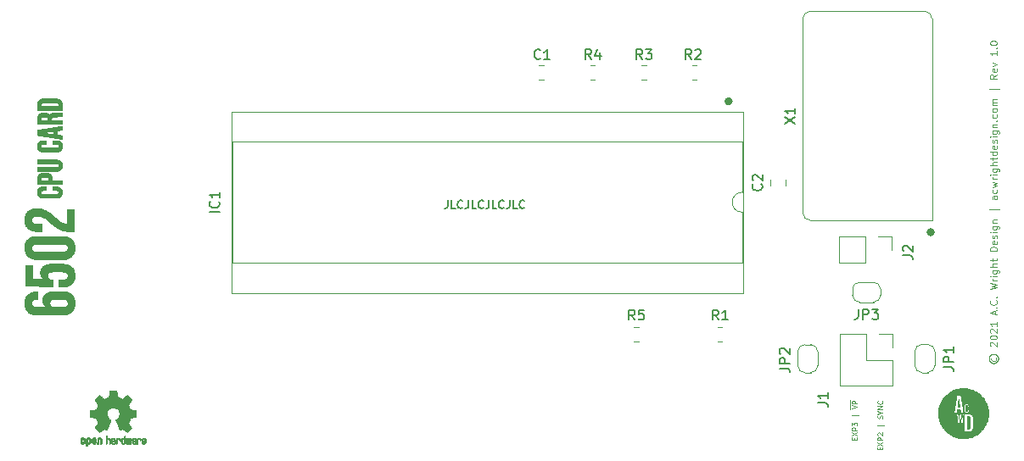
<source format=gbr>
G04 #@! TF.GenerationSoftware,KiCad,Pcbnew,(5.1.9-0-10_14)*
G04 #@! TF.CreationDate,2021-05-05T15:59:09-05:00*
G04 #@! TF.ProjectId,CPU Card,43505520-4361-4726-942e-6b696361645f,v1.0*
G04 #@! TF.SameCoordinates,Original*
G04 #@! TF.FileFunction,Legend,Top*
G04 #@! TF.FilePolarity,Positive*
%FSLAX46Y46*%
G04 Gerber Fmt 4.6, Leading zero omitted, Abs format (unit mm)*
G04 Created by KiCad (PCBNEW (5.1.9-0-10_14)) date 2021-05-05 15:59:09*
%MOMM*%
%LPD*%
G01*
G04 APERTURE LIST*
%ADD10C,0.400000*%
%ADD11C,0.100000*%
%ADD12C,0.150000*%
%ADD13C,0.010000*%
%ADD14C,0.120000*%
G04 APERTURE END LIST*
D10*
X190501100Y-103313600D02*
G75*
G03*
X190501100Y-103313600I-200000J0D01*
G01*
X170327100Y-90252600D02*
G75*
G03*
X170327100Y-90252600I-200000J0D01*
G01*
D11*
X182701285Y-124034380D02*
X182701285Y-123867714D01*
X182963190Y-123796285D02*
X182963190Y-124034380D01*
X182463190Y-124034380D01*
X182463190Y-123796285D01*
X182463190Y-123629619D02*
X182963190Y-123296285D01*
X182463190Y-123296285D02*
X182963190Y-123629619D01*
X182963190Y-123105809D02*
X182463190Y-123105809D01*
X182463190Y-122915333D01*
X182487000Y-122867714D01*
X182510809Y-122843904D01*
X182558428Y-122820095D01*
X182629857Y-122820095D01*
X182677476Y-122843904D01*
X182701285Y-122867714D01*
X182725095Y-122915333D01*
X182725095Y-123105809D01*
X182463190Y-122653428D02*
X182463190Y-122343904D01*
X182653666Y-122510571D01*
X182653666Y-122439142D01*
X182677476Y-122391523D01*
X182701285Y-122367714D01*
X182748904Y-122343904D01*
X182867952Y-122343904D01*
X182915571Y-122367714D01*
X182939380Y-122391523D01*
X182963190Y-122439142D01*
X182963190Y-122582000D01*
X182939380Y-122629619D01*
X182915571Y-122653428D01*
X183129857Y-121629619D02*
X182415571Y-121629619D01*
X182247000Y-121010571D02*
X182247000Y-120582000D01*
X182463190Y-120962952D02*
X182963190Y-120796285D01*
X182463190Y-120629619D01*
X182247000Y-120582000D02*
X182247000Y-120082000D01*
X182963190Y-120462952D02*
X182463190Y-120462952D01*
X182463190Y-120272476D01*
X182487000Y-120224857D01*
X182510809Y-120201047D01*
X182558428Y-120177238D01*
X182629857Y-120177238D01*
X182677476Y-120201047D01*
X182701285Y-120224857D01*
X182725095Y-120272476D01*
X182725095Y-120462952D01*
X185241285Y-125034380D02*
X185241285Y-124867714D01*
X185503190Y-124796285D02*
X185503190Y-125034380D01*
X185003190Y-125034380D01*
X185003190Y-124796285D01*
X185003190Y-124629619D02*
X185503190Y-124296285D01*
X185003190Y-124296285D02*
X185503190Y-124629619D01*
X185503190Y-124105809D02*
X185003190Y-124105809D01*
X185003190Y-123915333D01*
X185027000Y-123867714D01*
X185050809Y-123843904D01*
X185098428Y-123820095D01*
X185169857Y-123820095D01*
X185217476Y-123843904D01*
X185241285Y-123867714D01*
X185265095Y-123915333D01*
X185265095Y-124105809D01*
X185050809Y-123629619D02*
X185027000Y-123605809D01*
X185003190Y-123558190D01*
X185003190Y-123439142D01*
X185027000Y-123391523D01*
X185050809Y-123367714D01*
X185098428Y-123343904D01*
X185146047Y-123343904D01*
X185217476Y-123367714D01*
X185503190Y-123653428D01*
X185503190Y-123343904D01*
X185669857Y-122629619D02*
X184955571Y-122629619D01*
X185479380Y-121915333D02*
X185503190Y-121843904D01*
X185503190Y-121724857D01*
X185479380Y-121677238D01*
X185455571Y-121653428D01*
X185407952Y-121629619D01*
X185360333Y-121629619D01*
X185312714Y-121653428D01*
X185288904Y-121677238D01*
X185265095Y-121724857D01*
X185241285Y-121820095D01*
X185217476Y-121867714D01*
X185193666Y-121891523D01*
X185146047Y-121915333D01*
X185098428Y-121915333D01*
X185050809Y-121891523D01*
X185027000Y-121867714D01*
X185003190Y-121820095D01*
X185003190Y-121701047D01*
X185027000Y-121629619D01*
X185265095Y-121320095D02*
X185503190Y-121320095D01*
X185003190Y-121486761D02*
X185265095Y-121320095D01*
X185003190Y-121153428D01*
X185503190Y-120986761D02*
X185003190Y-120986761D01*
X185503190Y-120701047D01*
X185003190Y-120701047D01*
X185455571Y-120177238D02*
X185479380Y-120201047D01*
X185503190Y-120272476D01*
X185503190Y-120320095D01*
X185479380Y-120391523D01*
X185431761Y-120439142D01*
X185384142Y-120462952D01*
X185288904Y-120486761D01*
X185217476Y-120486761D01*
X185122238Y-120462952D01*
X185074619Y-120439142D01*
X185027000Y-120391523D01*
X185003190Y-120320095D01*
X185003190Y-120272476D01*
X185027000Y-120201047D01*
X185050809Y-120177238D01*
D12*
X142100761Y-100145904D02*
X142100761Y-100717333D01*
X142062666Y-100831619D01*
X141986476Y-100907809D01*
X141872190Y-100945904D01*
X141796000Y-100945904D01*
X142862666Y-100945904D02*
X142481714Y-100945904D01*
X142481714Y-100145904D01*
X143586476Y-100869714D02*
X143548380Y-100907809D01*
X143434095Y-100945904D01*
X143357904Y-100945904D01*
X143243619Y-100907809D01*
X143167428Y-100831619D01*
X143129333Y-100755428D01*
X143091238Y-100603047D01*
X143091238Y-100488761D01*
X143129333Y-100336380D01*
X143167428Y-100260190D01*
X143243619Y-100184000D01*
X143357904Y-100145904D01*
X143434095Y-100145904D01*
X143548380Y-100184000D01*
X143586476Y-100222095D01*
X144157904Y-100145904D02*
X144157904Y-100717333D01*
X144119809Y-100831619D01*
X144043619Y-100907809D01*
X143929333Y-100945904D01*
X143853142Y-100945904D01*
X144919809Y-100945904D02*
X144538857Y-100945904D01*
X144538857Y-100145904D01*
X145643619Y-100869714D02*
X145605523Y-100907809D01*
X145491238Y-100945904D01*
X145415047Y-100945904D01*
X145300761Y-100907809D01*
X145224571Y-100831619D01*
X145186476Y-100755428D01*
X145148380Y-100603047D01*
X145148380Y-100488761D01*
X145186476Y-100336380D01*
X145224571Y-100260190D01*
X145300761Y-100184000D01*
X145415047Y-100145904D01*
X145491238Y-100145904D01*
X145605523Y-100184000D01*
X145643619Y-100222095D01*
X146215047Y-100145904D02*
X146215047Y-100717333D01*
X146176952Y-100831619D01*
X146100761Y-100907809D01*
X145986476Y-100945904D01*
X145910285Y-100945904D01*
X146976952Y-100945904D02*
X146596000Y-100945904D01*
X146596000Y-100145904D01*
X147700761Y-100869714D02*
X147662666Y-100907809D01*
X147548380Y-100945904D01*
X147472190Y-100945904D01*
X147357904Y-100907809D01*
X147281714Y-100831619D01*
X147243619Y-100755428D01*
X147205523Y-100603047D01*
X147205523Y-100488761D01*
X147243619Y-100336380D01*
X147281714Y-100260190D01*
X147357904Y-100184000D01*
X147472190Y-100145904D01*
X147548380Y-100145904D01*
X147662666Y-100184000D01*
X147700761Y-100222095D01*
X148272190Y-100145904D02*
X148272190Y-100717333D01*
X148234095Y-100831619D01*
X148157904Y-100907809D01*
X148043619Y-100945904D01*
X147967428Y-100945904D01*
X149034095Y-100945904D02*
X148653142Y-100945904D01*
X148653142Y-100145904D01*
X149757904Y-100869714D02*
X149719809Y-100907809D01*
X149605523Y-100945904D01*
X149529333Y-100945904D01*
X149415047Y-100907809D01*
X149338857Y-100831619D01*
X149300761Y-100755428D01*
X149262666Y-100603047D01*
X149262666Y-100488761D01*
X149300761Y-100336380D01*
X149338857Y-100260190D01*
X149415047Y-100184000D01*
X149529333Y-100145904D01*
X149605523Y-100145904D01*
X149719809Y-100184000D01*
X149757904Y-100222095D01*
D11*
X196379333Y-115829999D02*
X196346000Y-115896666D01*
X196346000Y-116029999D01*
X196379333Y-116096666D01*
X196446000Y-116163333D01*
X196512666Y-116196666D01*
X196646000Y-116196666D01*
X196712666Y-116163333D01*
X196779333Y-116096666D01*
X196812666Y-116029999D01*
X196812666Y-115896666D01*
X196779333Y-115829999D01*
X196112666Y-115963333D02*
X196146000Y-116129999D01*
X196246000Y-116296666D01*
X196412666Y-116396666D01*
X196579333Y-116429999D01*
X196746000Y-116396666D01*
X196912666Y-116296666D01*
X197012666Y-116129999D01*
X197046000Y-115963333D01*
X197012666Y-115796666D01*
X196912666Y-115629999D01*
X196746000Y-115529999D01*
X196579333Y-115496666D01*
X196412666Y-115529999D01*
X196246000Y-115629999D01*
X196146000Y-115796666D01*
X196112666Y-115963333D01*
X196279333Y-114696666D02*
X196246000Y-114663333D01*
X196212666Y-114596666D01*
X196212666Y-114429999D01*
X196246000Y-114363333D01*
X196279333Y-114329999D01*
X196346000Y-114296666D01*
X196412666Y-114296666D01*
X196512666Y-114329999D01*
X196912666Y-114729999D01*
X196912666Y-114296666D01*
X196212666Y-113863333D02*
X196212666Y-113796666D01*
X196246000Y-113729999D01*
X196279333Y-113696666D01*
X196346000Y-113663333D01*
X196479333Y-113629999D01*
X196646000Y-113629999D01*
X196779333Y-113663333D01*
X196846000Y-113696666D01*
X196879333Y-113729999D01*
X196912666Y-113796666D01*
X196912666Y-113863333D01*
X196879333Y-113929999D01*
X196846000Y-113963333D01*
X196779333Y-113996666D01*
X196646000Y-114029999D01*
X196479333Y-114029999D01*
X196346000Y-113996666D01*
X196279333Y-113963333D01*
X196246000Y-113929999D01*
X196212666Y-113863333D01*
X196279333Y-113363333D02*
X196246000Y-113329999D01*
X196212666Y-113263333D01*
X196212666Y-113096666D01*
X196246000Y-113029999D01*
X196279333Y-112996666D01*
X196346000Y-112963333D01*
X196412666Y-112963333D01*
X196512666Y-112996666D01*
X196912666Y-113396666D01*
X196912666Y-112963333D01*
X196912666Y-112296666D02*
X196912666Y-112696666D01*
X196912666Y-112496666D02*
X196212666Y-112496666D01*
X196312666Y-112563333D01*
X196379333Y-112629999D01*
X196412666Y-112696666D01*
X196712666Y-111496666D02*
X196712666Y-111163333D01*
X196912666Y-111563333D02*
X196212666Y-111329999D01*
X196912666Y-111096666D01*
X196846000Y-110863333D02*
X196879333Y-110829999D01*
X196912666Y-110863333D01*
X196879333Y-110896666D01*
X196846000Y-110863333D01*
X196912666Y-110863333D01*
X196846000Y-110129999D02*
X196879333Y-110163333D01*
X196912666Y-110263333D01*
X196912666Y-110329999D01*
X196879333Y-110429999D01*
X196812666Y-110496666D01*
X196746000Y-110529999D01*
X196612666Y-110563333D01*
X196512666Y-110563333D01*
X196379333Y-110529999D01*
X196312666Y-110496666D01*
X196246000Y-110429999D01*
X196212666Y-110329999D01*
X196212666Y-110263333D01*
X196246000Y-110163333D01*
X196279333Y-110129999D01*
X196846000Y-109829999D02*
X196879333Y-109796666D01*
X196912666Y-109829999D01*
X196879333Y-109863333D01*
X196846000Y-109829999D01*
X196912666Y-109829999D01*
X196212666Y-109029999D02*
X196912666Y-108863333D01*
X196412666Y-108729999D01*
X196912666Y-108596666D01*
X196212666Y-108429999D01*
X196912666Y-108163333D02*
X196446000Y-108163333D01*
X196579333Y-108163333D02*
X196512666Y-108129999D01*
X196479333Y-108096666D01*
X196446000Y-108029999D01*
X196446000Y-107963333D01*
X196912666Y-107729999D02*
X196446000Y-107729999D01*
X196212666Y-107729999D02*
X196246000Y-107763333D01*
X196279333Y-107729999D01*
X196246000Y-107696666D01*
X196212666Y-107729999D01*
X196279333Y-107729999D01*
X196446000Y-107096666D02*
X197012666Y-107096666D01*
X197079333Y-107129999D01*
X197112666Y-107163333D01*
X197146000Y-107229999D01*
X197146000Y-107329999D01*
X197112666Y-107396666D01*
X196879333Y-107096666D02*
X196912666Y-107163333D01*
X196912666Y-107296666D01*
X196879333Y-107363333D01*
X196846000Y-107396666D01*
X196779333Y-107429999D01*
X196579333Y-107429999D01*
X196512666Y-107396666D01*
X196479333Y-107363333D01*
X196446000Y-107296666D01*
X196446000Y-107163333D01*
X196479333Y-107096666D01*
X196912666Y-106763333D02*
X196212666Y-106763333D01*
X196912666Y-106463333D02*
X196546000Y-106463333D01*
X196479333Y-106496666D01*
X196446000Y-106563333D01*
X196446000Y-106663333D01*
X196479333Y-106729999D01*
X196512666Y-106763333D01*
X196446000Y-106229999D02*
X196446000Y-105963333D01*
X196212666Y-106129999D02*
X196812666Y-106129999D01*
X196879333Y-106096666D01*
X196912666Y-106029999D01*
X196912666Y-105963333D01*
X196912666Y-105196666D02*
X196212666Y-105196666D01*
X196212666Y-105029999D01*
X196246000Y-104929999D01*
X196312666Y-104863333D01*
X196379333Y-104829999D01*
X196512666Y-104796666D01*
X196612666Y-104796666D01*
X196746000Y-104829999D01*
X196812666Y-104863333D01*
X196879333Y-104929999D01*
X196912666Y-105029999D01*
X196912666Y-105196666D01*
X196879333Y-104229999D02*
X196912666Y-104296666D01*
X196912666Y-104429999D01*
X196879333Y-104496666D01*
X196812666Y-104529999D01*
X196546000Y-104529999D01*
X196479333Y-104496666D01*
X196446000Y-104429999D01*
X196446000Y-104296666D01*
X196479333Y-104229999D01*
X196546000Y-104196666D01*
X196612666Y-104196666D01*
X196679333Y-104529999D01*
X196879333Y-103929999D02*
X196912666Y-103863333D01*
X196912666Y-103729999D01*
X196879333Y-103663333D01*
X196812666Y-103629999D01*
X196779333Y-103629999D01*
X196712666Y-103663333D01*
X196679333Y-103729999D01*
X196679333Y-103829999D01*
X196646000Y-103896666D01*
X196579333Y-103929999D01*
X196546000Y-103929999D01*
X196479333Y-103896666D01*
X196446000Y-103829999D01*
X196446000Y-103729999D01*
X196479333Y-103663333D01*
X196912666Y-103329999D02*
X196446000Y-103329999D01*
X196212666Y-103329999D02*
X196246000Y-103363333D01*
X196279333Y-103329999D01*
X196246000Y-103296666D01*
X196212666Y-103329999D01*
X196279333Y-103329999D01*
X196446000Y-102696666D02*
X197012666Y-102696666D01*
X197079333Y-102729999D01*
X197112666Y-102763333D01*
X197146000Y-102829999D01*
X197146000Y-102929999D01*
X197112666Y-102996666D01*
X196879333Y-102696666D02*
X196912666Y-102763333D01*
X196912666Y-102896666D01*
X196879333Y-102963333D01*
X196846000Y-102996666D01*
X196779333Y-103029999D01*
X196579333Y-103029999D01*
X196512666Y-102996666D01*
X196479333Y-102963333D01*
X196446000Y-102896666D01*
X196446000Y-102763333D01*
X196479333Y-102696666D01*
X196446000Y-102363333D02*
X196912666Y-102363333D01*
X196512666Y-102363333D02*
X196479333Y-102329999D01*
X196446000Y-102263333D01*
X196446000Y-102163333D01*
X196479333Y-102096666D01*
X196546000Y-102063333D01*
X196912666Y-102063333D01*
X197146000Y-101029999D02*
X196146000Y-101029999D01*
X196912666Y-99696666D02*
X196546000Y-99696666D01*
X196479333Y-99729999D01*
X196446000Y-99796666D01*
X196446000Y-99929999D01*
X196479333Y-99996666D01*
X196879333Y-99696666D02*
X196912666Y-99763333D01*
X196912666Y-99929999D01*
X196879333Y-99996666D01*
X196812666Y-100029999D01*
X196746000Y-100029999D01*
X196679333Y-99996666D01*
X196646000Y-99929999D01*
X196646000Y-99763333D01*
X196612666Y-99696666D01*
X196879333Y-99063333D02*
X196912666Y-99129999D01*
X196912666Y-99263333D01*
X196879333Y-99329999D01*
X196846000Y-99363333D01*
X196779333Y-99396666D01*
X196579333Y-99396666D01*
X196512666Y-99363333D01*
X196479333Y-99329999D01*
X196446000Y-99263333D01*
X196446000Y-99129999D01*
X196479333Y-99063333D01*
X196446000Y-98829999D02*
X196912666Y-98696666D01*
X196579333Y-98563333D01*
X196912666Y-98429999D01*
X196446000Y-98296666D01*
X196912666Y-98029999D02*
X196446000Y-98029999D01*
X196579333Y-98029999D02*
X196512666Y-97996666D01*
X196479333Y-97963333D01*
X196446000Y-97896666D01*
X196446000Y-97829999D01*
X196912666Y-97596666D02*
X196446000Y-97596666D01*
X196212666Y-97596666D02*
X196246000Y-97629999D01*
X196279333Y-97596666D01*
X196246000Y-97563333D01*
X196212666Y-97596666D01*
X196279333Y-97596666D01*
X196446000Y-96963333D02*
X197012666Y-96963333D01*
X197079333Y-96996666D01*
X197112666Y-97029999D01*
X197146000Y-97096666D01*
X197146000Y-97196666D01*
X197112666Y-97263333D01*
X196879333Y-96963333D02*
X196912666Y-97029999D01*
X196912666Y-97163333D01*
X196879333Y-97229999D01*
X196846000Y-97263333D01*
X196779333Y-97296666D01*
X196579333Y-97296666D01*
X196512666Y-97263333D01*
X196479333Y-97229999D01*
X196446000Y-97163333D01*
X196446000Y-97029999D01*
X196479333Y-96963333D01*
X196912666Y-96629999D02*
X196212666Y-96629999D01*
X196912666Y-96329999D02*
X196546000Y-96329999D01*
X196479333Y-96363333D01*
X196446000Y-96429999D01*
X196446000Y-96529999D01*
X196479333Y-96596666D01*
X196512666Y-96629999D01*
X196446000Y-96096666D02*
X196446000Y-95830000D01*
X196212666Y-95996666D02*
X196812666Y-95996666D01*
X196879333Y-95963333D01*
X196912666Y-95896666D01*
X196912666Y-95830000D01*
X196912666Y-95296666D02*
X196212666Y-95296666D01*
X196879333Y-95296666D02*
X196912666Y-95363333D01*
X196912666Y-95496666D01*
X196879333Y-95563333D01*
X196846000Y-95596666D01*
X196779333Y-95630000D01*
X196579333Y-95630000D01*
X196512666Y-95596666D01*
X196479333Y-95563333D01*
X196446000Y-95496666D01*
X196446000Y-95363333D01*
X196479333Y-95296666D01*
X196879333Y-94696666D02*
X196912666Y-94763333D01*
X196912666Y-94896666D01*
X196879333Y-94963333D01*
X196812666Y-94996666D01*
X196546000Y-94996666D01*
X196479333Y-94963333D01*
X196446000Y-94896666D01*
X196446000Y-94763333D01*
X196479333Y-94696666D01*
X196546000Y-94663333D01*
X196612666Y-94663333D01*
X196679333Y-94996666D01*
X196879333Y-94396666D02*
X196912666Y-94330000D01*
X196912666Y-94196666D01*
X196879333Y-94130000D01*
X196812666Y-94096666D01*
X196779333Y-94096666D01*
X196712666Y-94130000D01*
X196679333Y-94196666D01*
X196679333Y-94296666D01*
X196646000Y-94363333D01*
X196579333Y-94396666D01*
X196546000Y-94396666D01*
X196479333Y-94363333D01*
X196446000Y-94296666D01*
X196446000Y-94196666D01*
X196479333Y-94130000D01*
X196912666Y-93796666D02*
X196446000Y-93796666D01*
X196212666Y-93796666D02*
X196246000Y-93830000D01*
X196279333Y-93796666D01*
X196246000Y-93763333D01*
X196212666Y-93796666D01*
X196279333Y-93796666D01*
X196446000Y-93163333D02*
X197012666Y-93163333D01*
X197079333Y-93196666D01*
X197112666Y-93230000D01*
X197146000Y-93296666D01*
X197146000Y-93396666D01*
X197112666Y-93463333D01*
X196879333Y-93163333D02*
X196912666Y-93230000D01*
X196912666Y-93363333D01*
X196879333Y-93430000D01*
X196846000Y-93463333D01*
X196779333Y-93496666D01*
X196579333Y-93496666D01*
X196512666Y-93463333D01*
X196479333Y-93430000D01*
X196446000Y-93363333D01*
X196446000Y-93230000D01*
X196479333Y-93163333D01*
X196446000Y-92830000D02*
X196912666Y-92830000D01*
X196512666Y-92830000D02*
X196479333Y-92796666D01*
X196446000Y-92730000D01*
X196446000Y-92630000D01*
X196479333Y-92563333D01*
X196546000Y-92530000D01*
X196912666Y-92530000D01*
X196846000Y-92196666D02*
X196879333Y-92163333D01*
X196912666Y-92196666D01*
X196879333Y-92230000D01*
X196846000Y-92196666D01*
X196912666Y-92196666D01*
X196879333Y-91563333D02*
X196912666Y-91630000D01*
X196912666Y-91763333D01*
X196879333Y-91830000D01*
X196846000Y-91863333D01*
X196779333Y-91896666D01*
X196579333Y-91896666D01*
X196512666Y-91863333D01*
X196479333Y-91830000D01*
X196446000Y-91763333D01*
X196446000Y-91630000D01*
X196479333Y-91563333D01*
X196912666Y-91163333D02*
X196879333Y-91230000D01*
X196846000Y-91263333D01*
X196779333Y-91296666D01*
X196579333Y-91296666D01*
X196512666Y-91263333D01*
X196479333Y-91230000D01*
X196446000Y-91163333D01*
X196446000Y-91063333D01*
X196479333Y-90996666D01*
X196512666Y-90963333D01*
X196579333Y-90930000D01*
X196779333Y-90930000D01*
X196846000Y-90963333D01*
X196879333Y-90996666D01*
X196912666Y-91063333D01*
X196912666Y-91163333D01*
X196912666Y-90630000D02*
X196446000Y-90630000D01*
X196512666Y-90630000D02*
X196479333Y-90596666D01*
X196446000Y-90530000D01*
X196446000Y-90430000D01*
X196479333Y-90363333D01*
X196546000Y-90330000D01*
X196912666Y-90330000D01*
X196546000Y-90330000D02*
X196479333Y-90296666D01*
X196446000Y-90230000D01*
X196446000Y-90130000D01*
X196479333Y-90063333D01*
X196546000Y-90030000D01*
X196912666Y-90030000D01*
X197146000Y-88996666D02*
X196146000Y-88996666D01*
X196912666Y-87563333D02*
X196579333Y-87796666D01*
X196912666Y-87963333D02*
X196212666Y-87963333D01*
X196212666Y-87696666D01*
X196246000Y-87630000D01*
X196279333Y-87596666D01*
X196346000Y-87563333D01*
X196446000Y-87563333D01*
X196512666Y-87596666D01*
X196546000Y-87630000D01*
X196579333Y-87696666D01*
X196579333Y-87963333D01*
X196879333Y-86996666D02*
X196912666Y-87063333D01*
X196912666Y-87196666D01*
X196879333Y-87263333D01*
X196812666Y-87296666D01*
X196546000Y-87296666D01*
X196479333Y-87263333D01*
X196446000Y-87196666D01*
X196446000Y-87063333D01*
X196479333Y-86996666D01*
X196546000Y-86963333D01*
X196612666Y-86963333D01*
X196679333Y-87296666D01*
X196446000Y-86730000D02*
X196912666Y-86563333D01*
X196446000Y-86396666D01*
X196912666Y-85230000D02*
X196912666Y-85630000D01*
X196912666Y-85430000D02*
X196212666Y-85430000D01*
X196312666Y-85496666D01*
X196379333Y-85563333D01*
X196412666Y-85630000D01*
X196846000Y-84930000D02*
X196879333Y-84896666D01*
X196912666Y-84930000D01*
X196879333Y-84963333D01*
X196846000Y-84930000D01*
X196912666Y-84930000D01*
X196212666Y-84463333D02*
X196212666Y-84396666D01*
X196246000Y-84330000D01*
X196279333Y-84296666D01*
X196346000Y-84263333D01*
X196479333Y-84230000D01*
X196646000Y-84230000D01*
X196779333Y-84263333D01*
X196846000Y-84296666D01*
X196879333Y-84330000D01*
X196912666Y-84396666D01*
X196912666Y-84463333D01*
X196879333Y-84530000D01*
X196846000Y-84563333D01*
X196779333Y-84596666D01*
X196646000Y-84630000D01*
X196479333Y-84630000D01*
X196346000Y-84596666D01*
X196279333Y-84563333D01*
X196246000Y-84530000D01*
X196212666Y-84463333D01*
D13*
G36*
X106311744Y-123839918D02*
G01*
X106367201Y-123867568D01*
X106416148Y-123918480D01*
X106429629Y-123937338D01*
X106444314Y-123962015D01*
X106453842Y-123988816D01*
X106459293Y-124024587D01*
X106461747Y-124076169D01*
X106462286Y-124144267D01*
X106459852Y-124237588D01*
X106451394Y-124307657D01*
X106435174Y-124359931D01*
X106409454Y-124399869D01*
X106372497Y-124432929D01*
X106369782Y-124434886D01*
X106333360Y-124454908D01*
X106289502Y-124464815D01*
X106233724Y-124467257D01*
X106143048Y-124467257D01*
X106143010Y-124555283D01*
X106142166Y-124604308D01*
X106137024Y-124633065D01*
X106123587Y-124650311D01*
X106097858Y-124664808D01*
X106091679Y-124667769D01*
X106062764Y-124681648D01*
X106040376Y-124690414D01*
X106023729Y-124691171D01*
X106012036Y-124681023D01*
X106004510Y-124657073D01*
X106000366Y-124616426D01*
X105998815Y-124556186D01*
X105999071Y-124473455D01*
X106000349Y-124365339D01*
X106000748Y-124333000D01*
X106002185Y-124221524D01*
X106003472Y-124148603D01*
X106142971Y-124148603D01*
X106143755Y-124210499D01*
X106147240Y-124250997D01*
X106155124Y-124277708D01*
X106169105Y-124298244D01*
X106178597Y-124308260D01*
X106217404Y-124337567D01*
X106251763Y-124339952D01*
X106287216Y-124315750D01*
X106288114Y-124314857D01*
X106302539Y-124296153D01*
X106311313Y-124270732D01*
X106315739Y-124231584D01*
X106317118Y-124171697D01*
X106317143Y-124158430D01*
X106313812Y-124075901D01*
X106302969Y-124018691D01*
X106283340Y-123983766D01*
X106253650Y-123968094D01*
X106236491Y-123966514D01*
X106195766Y-123973926D01*
X106167832Y-123998330D01*
X106151017Y-124042980D01*
X106143650Y-124111130D01*
X106142971Y-124148603D01*
X106003472Y-124148603D01*
X106003708Y-124135245D01*
X106005677Y-124070333D01*
X106008450Y-124022958D01*
X106012388Y-123989290D01*
X106017849Y-123965498D01*
X106025192Y-123947753D01*
X106034777Y-123932224D01*
X106038887Y-123926381D01*
X106093405Y-123871185D01*
X106162336Y-123839890D01*
X106242072Y-123831165D01*
X106311744Y-123839918D01*
G37*
X106311744Y-123839918D02*
X106367201Y-123867568D01*
X106416148Y-123918480D01*
X106429629Y-123937338D01*
X106444314Y-123962015D01*
X106453842Y-123988816D01*
X106459293Y-124024587D01*
X106461747Y-124076169D01*
X106462286Y-124144267D01*
X106459852Y-124237588D01*
X106451394Y-124307657D01*
X106435174Y-124359931D01*
X106409454Y-124399869D01*
X106372497Y-124432929D01*
X106369782Y-124434886D01*
X106333360Y-124454908D01*
X106289502Y-124464815D01*
X106233724Y-124467257D01*
X106143048Y-124467257D01*
X106143010Y-124555283D01*
X106142166Y-124604308D01*
X106137024Y-124633065D01*
X106123587Y-124650311D01*
X106097858Y-124664808D01*
X106091679Y-124667769D01*
X106062764Y-124681648D01*
X106040376Y-124690414D01*
X106023729Y-124691171D01*
X106012036Y-124681023D01*
X106004510Y-124657073D01*
X106000366Y-124616426D01*
X105998815Y-124556186D01*
X105999071Y-124473455D01*
X106000349Y-124365339D01*
X106000748Y-124333000D01*
X106002185Y-124221524D01*
X106003472Y-124148603D01*
X106142971Y-124148603D01*
X106143755Y-124210499D01*
X106147240Y-124250997D01*
X106155124Y-124277708D01*
X106169105Y-124298244D01*
X106178597Y-124308260D01*
X106217404Y-124337567D01*
X106251763Y-124339952D01*
X106287216Y-124315750D01*
X106288114Y-124314857D01*
X106302539Y-124296153D01*
X106311313Y-124270732D01*
X106315739Y-124231584D01*
X106317118Y-124171697D01*
X106317143Y-124158430D01*
X106313812Y-124075901D01*
X106302969Y-124018691D01*
X106283340Y-123983766D01*
X106253650Y-123968094D01*
X106236491Y-123966514D01*
X106195766Y-123973926D01*
X106167832Y-123998330D01*
X106151017Y-124042980D01*
X106143650Y-124111130D01*
X106142971Y-124148603D01*
X106003472Y-124148603D01*
X106003708Y-124135245D01*
X106005677Y-124070333D01*
X106008450Y-124022958D01*
X106012388Y-123989290D01*
X106017849Y-123965498D01*
X106025192Y-123947753D01*
X106034777Y-123932224D01*
X106038887Y-123926381D01*
X106093405Y-123871185D01*
X106162336Y-123839890D01*
X106242072Y-123831165D01*
X106311744Y-123839918D01*
G36*
X107428093Y-123847780D02*
G01*
X107474672Y-123874723D01*
X107507057Y-123901466D01*
X107530742Y-123929484D01*
X107547059Y-123963748D01*
X107557339Y-124009227D01*
X107562914Y-124070892D01*
X107565116Y-124153711D01*
X107565371Y-124213246D01*
X107565371Y-124432391D01*
X107503686Y-124460044D01*
X107442000Y-124487697D01*
X107434743Y-124247670D01*
X107431744Y-124158028D01*
X107428598Y-124092962D01*
X107424701Y-124048026D01*
X107419447Y-124018770D01*
X107412231Y-124000748D01*
X107402450Y-123989511D01*
X107399312Y-123987079D01*
X107351761Y-123968083D01*
X107303697Y-123975600D01*
X107275086Y-123995543D01*
X107263447Y-124009675D01*
X107255391Y-124028220D01*
X107250271Y-124056334D01*
X107247441Y-124099173D01*
X107246256Y-124161895D01*
X107246057Y-124227261D01*
X107246018Y-124309268D01*
X107244614Y-124367316D01*
X107239914Y-124406465D01*
X107229987Y-124431780D01*
X107212903Y-124448323D01*
X107186732Y-124461156D01*
X107151775Y-124474491D01*
X107113596Y-124489007D01*
X107118141Y-124231389D01*
X107119971Y-124138519D01*
X107122112Y-124069889D01*
X107125181Y-124020711D01*
X107129794Y-123986198D01*
X107136568Y-123961562D01*
X107146119Y-123942016D01*
X107157634Y-123924770D01*
X107213190Y-123869680D01*
X107280980Y-123837822D01*
X107354713Y-123830191D01*
X107428093Y-123847780D01*
G37*
X107428093Y-123847780D02*
X107474672Y-123874723D01*
X107507057Y-123901466D01*
X107530742Y-123929484D01*
X107547059Y-123963748D01*
X107557339Y-124009227D01*
X107562914Y-124070892D01*
X107565116Y-124153711D01*
X107565371Y-124213246D01*
X107565371Y-124432391D01*
X107503686Y-124460044D01*
X107442000Y-124487697D01*
X107434743Y-124247670D01*
X107431744Y-124158028D01*
X107428598Y-124092962D01*
X107424701Y-124048026D01*
X107419447Y-124018770D01*
X107412231Y-124000748D01*
X107402450Y-123989511D01*
X107399312Y-123987079D01*
X107351761Y-123968083D01*
X107303697Y-123975600D01*
X107275086Y-123995543D01*
X107263447Y-124009675D01*
X107255391Y-124028220D01*
X107250271Y-124056334D01*
X107247441Y-124099173D01*
X107246256Y-124161895D01*
X107246057Y-124227261D01*
X107246018Y-124309268D01*
X107244614Y-124367316D01*
X107239914Y-124406465D01*
X107229987Y-124431780D01*
X107212903Y-124448323D01*
X107186732Y-124461156D01*
X107151775Y-124474491D01*
X107113596Y-124489007D01*
X107118141Y-124231389D01*
X107119971Y-124138519D01*
X107122112Y-124069889D01*
X107125181Y-124020711D01*
X107129794Y-123986198D01*
X107136568Y-123961562D01*
X107146119Y-123942016D01*
X107157634Y-123924770D01*
X107213190Y-123869680D01*
X107280980Y-123837822D01*
X107354713Y-123830191D01*
X107428093Y-123847780D01*
G36*
X105753115Y-123841962D02*
G01*
X105821145Y-123877733D01*
X105871351Y-123935301D01*
X105889185Y-123972312D01*
X105903063Y-124027882D01*
X105910167Y-124098096D01*
X105910840Y-124174727D01*
X105905427Y-124249552D01*
X105894270Y-124314342D01*
X105877714Y-124360873D01*
X105872626Y-124368887D01*
X105812355Y-124428707D01*
X105740769Y-124464535D01*
X105663092Y-124475020D01*
X105584548Y-124458810D01*
X105562689Y-124449092D01*
X105520122Y-124419143D01*
X105482763Y-124379433D01*
X105479232Y-124374397D01*
X105464881Y-124350124D01*
X105455394Y-124324178D01*
X105449790Y-124290022D01*
X105447086Y-124241119D01*
X105446299Y-124170935D01*
X105446286Y-124155200D01*
X105446322Y-124150192D01*
X105591429Y-124150192D01*
X105592273Y-124216430D01*
X105595596Y-124260386D01*
X105602583Y-124288779D01*
X105614416Y-124308325D01*
X105620457Y-124314857D01*
X105655186Y-124339680D01*
X105688903Y-124338548D01*
X105722995Y-124317016D01*
X105743329Y-124294029D01*
X105755371Y-124260478D01*
X105762134Y-124207569D01*
X105762598Y-124201399D01*
X105763752Y-124105513D01*
X105751688Y-124034299D01*
X105726570Y-123988194D01*
X105688560Y-123967635D01*
X105674992Y-123966514D01*
X105639364Y-123972152D01*
X105614994Y-123991686D01*
X105600093Y-124029042D01*
X105592875Y-124088150D01*
X105591429Y-124150192D01*
X105446322Y-124150192D01*
X105446826Y-124080413D01*
X105449096Y-124028159D01*
X105454068Y-123991949D01*
X105462713Y-123965299D01*
X105476005Y-123941722D01*
X105478943Y-123937338D01*
X105528313Y-123878249D01*
X105582109Y-123843947D01*
X105647602Y-123830331D01*
X105669842Y-123829665D01*
X105753115Y-123841962D01*
G37*
X105753115Y-123841962D02*
X105821145Y-123877733D01*
X105871351Y-123935301D01*
X105889185Y-123972312D01*
X105903063Y-124027882D01*
X105910167Y-124098096D01*
X105910840Y-124174727D01*
X105905427Y-124249552D01*
X105894270Y-124314342D01*
X105877714Y-124360873D01*
X105872626Y-124368887D01*
X105812355Y-124428707D01*
X105740769Y-124464535D01*
X105663092Y-124475020D01*
X105584548Y-124458810D01*
X105562689Y-124449092D01*
X105520122Y-124419143D01*
X105482763Y-124379433D01*
X105479232Y-124374397D01*
X105464881Y-124350124D01*
X105455394Y-124324178D01*
X105449790Y-124290022D01*
X105447086Y-124241119D01*
X105446299Y-124170935D01*
X105446286Y-124155200D01*
X105446322Y-124150192D01*
X105591429Y-124150192D01*
X105592273Y-124216430D01*
X105595596Y-124260386D01*
X105602583Y-124288779D01*
X105614416Y-124308325D01*
X105620457Y-124314857D01*
X105655186Y-124339680D01*
X105688903Y-124338548D01*
X105722995Y-124317016D01*
X105743329Y-124294029D01*
X105755371Y-124260478D01*
X105762134Y-124207569D01*
X105762598Y-124201399D01*
X105763752Y-124105513D01*
X105751688Y-124034299D01*
X105726570Y-123988194D01*
X105688560Y-123967635D01*
X105674992Y-123966514D01*
X105639364Y-123972152D01*
X105614994Y-123991686D01*
X105600093Y-124029042D01*
X105592875Y-124088150D01*
X105591429Y-124150192D01*
X105446322Y-124150192D01*
X105446826Y-124080413D01*
X105449096Y-124028159D01*
X105454068Y-123991949D01*
X105462713Y-123965299D01*
X105476005Y-123941722D01*
X105478943Y-123937338D01*
X105528313Y-123878249D01*
X105582109Y-123843947D01*
X105647602Y-123830331D01*
X105669842Y-123829665D01*
X105753115Y-123841962D01*
G36*
X106880303Y-123851239D02*
G01*
X106937527Y-123889735D01*
X106981749Y-123945335D01*
X107008167Y-124016086D01*
X107013510Y-124068162D01*
X107012903Y-124089893D01*
X107007822Y-124106531D01*
X106993855Y-124121437D01*
X106966589Y-124137973D01*
X106921612Y-124159498D01*
X106854511Y-124189374D01*
X106854171Y-124189524D01*
X106792407Y-124217813D01*
X106741759Y-124242933D01*
X106707404Y-124262179D01*
X106694518Y-124272848D01*
X106694514Y-124272934D01*
X106705872Y-124296166D01*
X106732431Y-124321774D01*
X106762923Y-124340221D01*
X106778370Y-124343886D01*
X106820515Y-124331212D01*
X106856808Y-124299471D01*
X106874517Y-124264572D01*
X106891552Y-124238845D01*
X106924922Y-124209546D01*
X106964149Y-124184235D01*
X106998756Y-124170471D01*
X107005993Y-124169714D01*
X107014139Y-124182160D01*
X107014630Y-124213972D01*
X107008643Y-124256866D01*
X106997357Y-124302558D01*
X106981950Y-124342761D01*
X106981171Y-124344322D01*
X106934804Y-124409062D01*
X106874711Y-124453097D01*
X106806465Y-124474711D01*
X106735638Y-124472185D01*
X106667804Y-124443804D01*
X106664788Y-124441808D01*
X106611427Y-124393448D01*
X106576340Y-124330352D01*
X106556922Y-124247387D01*
X106554316Y-124224078D01*
X106549701Y-124114055D01*
X106555233Y-124062748D01*
X106694514Y-124062748D01*
X106696324Y-124094753D01*
X106706222Y-124104093D01*
X106730898Y-124097105D01*
X106769795Y-124080587D01*
X106813275Y-124059881D01*
X106814356Y-124059333D01*
X106851209Y-124039949D01*
X106866000Y-124027013D01*
X106862353Y-124013451D01*
X106846995Y-123995632D01*
X106807923Y-123969845D01*
X106765846Y-123967950D01*
X106728103Y-123986717D01*
X106702034Y-124022915D01*
X106694514Y-124062748D01*
X106555233Y-124062748D01*
X106559194Y-124026027D01*
X106583550Y-123956212D01*
X106617456Y-123907302D01*
X106678653Y-123857878D01*
X106746063Y-123833359D01*
X106814880Y-123831797D01*
X106880303Y-123851239D01*
G37*
X106880303Y-123851239D02*
X106937527Y-123889735D01*
X106981749Y-123945335D01*
X107008167Y-124016086D01*
X107013510Y-124068162D01*
X107012903Y-124089893D01*
X107007822Y-124106531D01*
X106993855Y-124121437D01*
X106966589Y-124137973D01*
X106921612Y-124159498D01*
X106854511Y-124189374D01*
X106854171Y-124189524D01*
X106792407Y-124217813D01*
X106741759Y-124242933D01*
X106707404Y-124262179D01*
X106694518Y-124272848D01*
X106694514Y-124272934D01*
X106705872Y-124296166D01*
X106732431Y-124321774D01*
X106762923Y-124340221D01*
X106778370Y-124343886D01*
X106820515Y-124331212D01*
X106856808Y-124299471D01*
X106874517Y-124264572D01*
X106891552Y-124238845D01*
X106924922Y-124209546D01*
X106964149Y-124184235D01*
X106998756Y-124170471D01*
X107005993Y-124169714D01*
X107014139Y-124182160D01*
X107014630Y-124213972D01*
X107008643Y-124256866D01*
X106997357Y-124302558D01*
X106981950Y-124342761D01*
X106981171Y-124344322D01*
X106934804Y-124409062D01*
X106874711Y-124453097D01*
X106806465Y-124474711D01*
X106735638Y-124472185D01*
X106667804Y-124443804D01*
X106664788Y-124441808D01*
X106611427Y-124393448D01*
X106576340Y-124330352D01*
X106556922Y-124247387D01*
X106554316Y-124224078D01*
X106549701Y-124114055D01*
X106555233Y-124062748D01*
X106694514Y-124062748D01*
X106696324Y-124094753D01*
X106706222Y-124104093D01*
X106730898Y-124097105D01*
X106769795Y-124080587D01*
X106813275Y-124059881D01*
X106814356Y-124059333D01*
X106851209Y-124039949D01*
X106866000Y-124027013D01*
X106862353Y-124013451D01*
X106846995Y-123995632D01*
X106807923Y-123969845D01*
X106765846Y-123967950D01*
X106728103Y-123986717D01*
X106702034Y-124022915D01*
X106694514Y-124062748D01*
X106555233Y-124062748D01*
X106559194Y-124026027D01*
X106583550Y-123956212D01*
X106617456Y-123907302D01*
X106678653Y-123857878D01*
X106746063Y-123833359D01*
X106814880Y-123831797D01*
X106880303Y-123851239D01*
G36*
X108087886Y-123771289D02*
G01*
X108092139Y-123830613D01*
X108097025Y-123865572D01*
X108103795Y-123880820D01*
X108113702Y-123881015D01*
X108116914Y-123879195D01*
X108159644Y-123866015D01*
X108215227Y-123866785D01*
X108271737Y-123880333D01*
X108307082Y-123897861D01*
X108343321Y-123925861D01*
X108369813Y-123957549D01*
X108387999Y-123997813D01*
X108399322Y-124051543D01*
X108405222Y-124123626D01*
X108407143Y-124218951D01*
X108407177Y-124237237D01*
X108407200Y-124442646D01*
X108361491Y-124458580D01*
X108329027Y-124469420D01*
X108311215Y-124474468D01*
X108310691Y-124474514D01*
X108308937Y-124460828D01*
X108307444Y-124423076D01*
X108306326Y-124366224D01*
X108305697Y-124295234D01*
X108305600Y-124252073D01*
X108305398Y-124166973D01*
X108304358Y-124105981D01*
X108301831Y-124064177D01*
X108297164Y-124036642D01*
X108289707Y-124018456D01*
X108278811Y-124004698D01*
X108272007Y-123998073D01*
X108225272Y-123971375D01*
X108174272Y-123969375D01*
X108128001Y-123991955D01*
X108119444Y-124000107D01*
X108106893Y-124015436D01*
X108098188Y-124033618D01*
X108092631Y-124059909D01*
X108089526Y-124099562D01*
X108088176Y-124157832D01*
X108087886Y-124238173D01*
X108087886Y-124442646D01*
X108042177Y-124458580D01*
X108009713Y-124469420D01*
X107991901Y-124474468D01*
X107991377Y-124474514D01*
X107990037Y-124460623D01*
X107988828Y-124421439D01*
X107987801Y-124360700D01*
X107987002Y-124282141D01*
X107986481Y-124189498D01*
X107986286Y-124086509D01*
X107986286Y-123689342D01*
X108033457Y-123669444D01*
X108080629Y-123649547D01*
X108087886Y-123771289D01*
G37*
X108087886Y-123771289D02*
X108092139Y-123830613D01*
X108097025Y-123865572D01*
X108103795Y-123880820D01*
X108113702Y-123881015D01*
X108116914Y-123879195D01*
X108159644Y-123866015D01*
X108215227Y-123866785D01*
X108271737Y-123880333D01*
X108307082Y-123897861D01*
X108343321Y-123925861D01*
X108369813Y-123957549D01*
X108387999Y-123997813D01*
X108399322Y-124051543D01*
X108405222Y-124123626D01*
X108407143Y-124218951D01*
X108407177Y-124237237D01*
X108407200Y-124442646D01*
X108361491Y-124458580D01*
X108329027Y-124469420D01*
X108311215Y-124474468D01*
X108310691Y-124474514D01*
X108308937Y-124460828D01*
X108307444Y-124423076D01*
X108306326Y-124366224D01*
X108305697Y-124295234D01*
X108305600Y-124252073D01*
X108305398Y-124166973D01*
X108304358Y-124105981D01*
X108301831Y-124064177D01*
X108297164Y-124036642D01*
X108289707Y-124018456D01*
X108278811Y-124004698D01*
X108272007Y-123998073D01*
X108225272Y-123971375D01*
X108174272Y-123969375D01*
X108128001Y-123991955D01*
X108119444Y-124000107D01*
X108106893Y-124015436D01*
X108098188Y-124033618D01*
X108092631Y-124059909D01*
X108089526Y-124099562D01*
X108088176Y-124157832D01*
X108087886Y-124238173D01*
X108087886Y-124442646D01*
X108042177Y-124458580D01*
X108009713Y-124469420D01*
X107991901Y-124474468D01*
X107991377Y-124474514D01*
X107990037Y-124460623D01*
X107988828Y-124421439D01*
X107987801Y-124360700D01*
X107987002Y-124282141D01*
X107986481Y-124189498D01*
X107986286Y-124086509D01*
X107986286Y-123689342D01*
X108033457Y-123669444D01*
X108080629Y-123649547D01*
X108087886Y-123771289D01*
G36*
X108751744Y-123870968D02*
G01*
X108808616Y-123892087D01*
X108809267Y-123892493D01*
X108844440Y-123918380D01*
X108870407Y-123948633D01*
X108888670Y-123988058D01*
X108900732Y-124041462D01*
X108908096Y-124113651D01*
X108912264Y-124209432D01*
X108912629Y-124223078D01*
X108917876Y-124428842D01*
X108873716Y-124451678D01*
X108841763Y-124467110D01*
X108822470Y-124474423D01*
X108821578Y-124474514D01*
X108818239Y-124461022D01*
X108815587Y-124424626D01*
X108813956Y-124371452D01*
X108813600Y-124328393D01*
X108813592Y-124258641D01*
X108810403Y-124214837D01*
X108799288Y-124193944D01*
X108775501Y-124192925D01*
X108734296Y-124208741D01*
X108672086Y-124237815D01*
X108626341Y-124261963D01*
X108602813Y-124282913D01*
X108595896Y-124305747D01*
X108595886Y-124306877D01*
X108607299Y-124346212D01*
X108641092Y-124367462D01*
X108692809Y-124370539D01*
X108730061Y-124370006D01*
X108749703Y-124380735D01*
X108761952Y-124406505D01*
X108769002Y-124439337D01*
X108758842Y-124457966D01*
X108755017Y-124460632D01*
X108719001Y-124471340D01*
X108668566Y-124472856D01*
X108616626Y-124465759D01*
X108579822Y-124452788D01*
X108528938Y-124409585D01*
X108500014Y-124349446D01*
X108494286Y-124302462D01*
X108498657Y-124260082D01*
X108514475Y-124225488D01*
X108545797Y-124194763D01*
X108596678Y-124163990D01*
X108671176Y-124129252D01*
X108675714Y-124127288D01*
X108742821Y-124096287D01*
X108784232Y-124070862D01*
X108801981Y-124048014D01*
X108798107Y-124024745D01*
X108774643Y-123998056D01*
X108767627Y-123991914D01*
X108720630Y-123968100D01*
X108671933Y-123969103D01*
X108629522Y-123992451D01*
X108601384Y-124035675D01*
X108598769Y-124044160D01*
X108573308Y-124085308D01*
X108541001Y-124105128D01*
X108494286Y-124124770D01*
X108494286Y-124073950D01*
X108508496Y-124000082D01*
X108550675Y-123932327D01*
X108572624Y-123909661D01*
X108622517Y-123880569D01*
X108685967Y-123867400D01*
X108751744Y-123870968D01*
G37*
X108751744Y-123870968D02*
X108808616Y-123892087D01*
X108809267Y-123892493D01*
X108844440Y-123918380D01*
X108870407Y-123948633D01*
X108888670Y-123988058D01*
X108900732Y-124041462D01*
X108908096Y-124113651D01*
X108912264Y-124209432D01*
X108912629Y-124223078D01*
X108917876Y-124428842D01*
X108873716Y-124451678D01*
X108841763Y-124467110D01*
X108822470Y-124474423D01*
X108821578Y-124474514D01*
X108818239Y-124461022D01*
X108815587Y-124424626D01*
X108813956Y-124371452D01*
X108813600Y-124328393D01*
X108813592Y-124258641D01*
X108810403Y-124214837D01*
X108799288Y-124193944D01*
X108775501Y-124192925D01*
X108734296Y-124208741D01*
X108672086Y-124237815D01*
X108626341Y-124261963D01*
X108602813Y-124282913D01*
X108595896Y-124305747D01*
X108595886Y-124306877D01*
X108607299Y-124346212D01*
X108641092Y-124367462D01*
X108692809Y-124370539D01*
X108730061Y-124370006D01*
X108749703Y-124380735D01*
X108761952Y-124406505D01*
X108769002Y-124439337D01*
X108758842Y-124457966D01*
X108755017Y-124460632D01*
X108719001Y-124471340D01*
X108668566Y-124472856D01*
X108616626Y-124465759D01*
X108579822Y-124452788D01*
X108528938Y-124409585D01*
X108500014Y-124349446D01*
X108494286Y-124302462D01*
X108498657Y-124260082D01*
X108514475Y-124225488D01*
X108545797Y-124194763D01*
X108596678Y-124163990D01*
X108671176Y-124129252D01*
X108675714Y-124127288D01*
X108742821Y-124096287D01*
X108784232Y-124070862D01*
X108801981Y-124048014D01*
X108798107Y-124024745D01*
X108774643Y-123998056D01*
X108767627Y-123991914D01*
X108720630Y-123968100D01*
X108671933Y-123969103D01*
X108629522Y-123992451D01*
X108601384Y-124035675D01*
X108598769Y-124044160D01*
X108573308Y-124085308D01*
X108541001Y-124105128D01*
X108494286Y-124124770D01*
X108494286Y-124073950D01*
X108508496Y-124000082D01*
X108550675Y-123932327D01*
X108572624Y-123909661D01*
X108622517Y-123880569D01*
X108685967Y-123867400D01*
X108751744Y-123870968D01*
G36*
X109241926Y-123869755D02*
G01*
X109307858Y-123894084D01*
X109361273Y-123937117D01*
X109382164Y-123967409D01*
X109404939Y-124022994D01*
X109404466Y-124063186D01*
X109380562Y-124090217D01*
X109371717Y-124094813D01*
X109333530Y-124109144D01*
X109314028Y-124105472D01*
X109307422Y-124081407D01*
X109307086Y-124068114D01*
X109294992Y-124019210D01*
X109263471Y-123984999D01*
X109219659Y-123968476D01*
X109170695Y-123972634D01*
X109130894Y-123994227D01*
X109117450Y-124006544D01*
X109107921Y-124021487D01*
X109101485Y-124044075D01*
X109097317Y-124079328D01*
X109094597Y-124132266D01*
X109092502Y-124207907D01*
X109091960Y-124231857D01*
X109089981Y-124313790D01*
X109087731Y-124371455D01*
X109084357Y-124409608D01*
X109079006Y-124433004D01*
X109070824Y-124446398D01*
X109058959Y-124454545D01*
X109051362Y-124458144D01*
X109019102Y-124470452D01*
X109000111Y-124474514D01*
X108993836Y-124460948D01*
X108990006Y-124419934D01*
X108988600Y-124350999D01*
X108989598Y-124253669D01*
X108989908Y-124238657D01*
X108992101Y-124149859D01*
X108994693Y-124085019D01*
X108998382Y-124039067D01*
X109003864Y-124006935D01*
X109011835Y-123983553D01*
X109022993Y-123963852D01*
X109028830Y-123955410D01*
X109062296Y-123918057D01*
X109099727Y-123889003D01*
X109104309Y-123886467D01*
X109171426Y-123866443D01*
X109241926Y-123869755D01*
G37*
X109241926Y-123869755D02*
X109307858Y-123894084D01*
X109361273Y-123937117D01*
X109382164Y-123967409D01*
X109404939Y-124022994D01*
X109404466Y-124063186D01*
X109380562Y-124090217D01*
X109371717Y-124094813D01*
X109333530Y-124109144D01*
X109314028Y-124105472D01*
X109307422Y-124081407D01*
X109307086Y-124068114D01*
X109294992Y-124019210D01*
X109263471Y-123984999D01*
X109219659Y-123968476D01*
X109170695Y-123972634D01*
X109130894Y-123994227D01*
X109117450Y-124006544D01*
X109107921Y-124021487D01*
X109101485Y-124044075D01*
X109097317Y-124079328D01*
X109094597Y-124132266D01*
X109092502Y-124207907D01*
X109091960Y-124231857D01*
X109089981Y-124313790D01*
X109087731Y-124371455D01*
X109084357Y-124409608D01*
X109079006Y-124433004D01*
X109070824Y-124446398D01*
X109058959Y-124454545D01*
X109051362Y-124458144D01*
X109019102Y-124470452D01*
X109000111Y-124474514D01*
X108993836Y-124460948D01*
X108990006Y-124419934D01*
X108988600Y-124350999D01*
X108989598Y-124253669D01*
X108989908Y-124238657D01*
X108992101Y-124149859D01*
X108994693Y-124085019D01*
X108998382Y-124039067D01*
X109003864Y-124006935D01*
X109011835Y-123983553D01*
X109022993Y-123963852D01*
X109028830Y-123955410D01*
X109062296Y-123918057D01*
X109099727Y-123889003D01*
X109104309Y-123886467D01*
X109171426Y-123866443D01*
X109241926Y-123869755D01*
G36*
X109902117Y-123985358D02*
G01*
X109901933Y-124093837D01*
X109901219Y-124177287D01*
X109899675Y-124239704D01*
X109897001Y-124285085D01*
X109892894Y-124317429D01*
X109887055Y-124340733D01*
X109879182Y-124358995D01*
X109873221Y-124369418D01*
X109823855Y-124425945D01*
X109761264Y-124461377D01*
X109692013Y-124474090D01*
X109622668Y-124462463D01*
X109581375Y-124441568D01*
X109538025Y-124405422D01*
X109508481Y-124361276D01*
X109490655Y-124303462D01*
X109482463Y-124226313D01*
X109481302Y-124169714D01*
X109481458Y-124165647D01*
X109582857Y-124165647D01*
X109583476Y-124230550D01*
X109586314Y-124273514D01*
X109592840Y-124301622D01*
X109604523Y-124321953D01*
X109618483Y-124337288D01*
X109665365Y-124366890D01*
X109715701Y-124369419D01*
X109763276Y-124344705D01*
X109766979Y-124341356D01*
X109782783Y-124323935D01*
X109792693Y-124303209D01*
X109798058Y-124272362D01*
X109800228Y-124224577D01*
X109800571Y-124171748D01*
X109799827Y-124105381D01*
X109796748Y-124061106D01*
X109790061Y-124032009D01*
X109778496Y-124011173D01*
X109769013Y-124000107D01*
X109724960Y-123972198D01*
X109674224Y-123968843D01*
X109625796Y-123990159D01*
X109616450Y-123998073D01*
X109600540Y-124015647D01*
X109590610Y-124036587D01*
X109585278Y-124067782D01*
X109583163Y-124116122D01*
X109582857Y-124165647D01*
X109481458Y-124165647D01*
X109484810Y-124078568D01*
X109496726Y-124010086D01*
X109519135Y-123958600D01*
X109554124Y-123918443D01*
X109581375Y-123897861D01*
X109630907Y-123875625D01*
X109688316Y-123865304D01*
X109741682Y-123868067D01*
X109771543Y-123879212D01*
X109783261Y-123882383D01*
X109791037Y-123870557D01*
X109796465Y-123838866D01*
X109800571Y-123790593D01*
X109805067Y-123736829D01*
X109811313Y-123704482D01*
X109822676Y-123685985D01*
X109842528Y-123673770D01*
X109855000Y-123668362D01*
X109902171Y-123648601D01*
X109902117Y-123985358D01*
G37*
X109902117Y-123985358D02*
X109901933Y-124093837D01*
X109901219Y-124177287D01*
X109899675Y-124239704D01*
X109897001Y-124285085D01*
X109892894Y-124317429D01*
X109887055Y-124340733D01*
X109879182Y-124358995D01*
X109873221Y-124369418D01*
X109823855Y-124425945D01*
X109761264Y-124461377D01*
X109692013Y-124474090D01*
X109622668Y-124462463D01*
X109581375Y-124441568D01*
X109538025Y-124405422D01*
X109508481Y-124361276D01*
X109490655Y-124303462D01*
X109482463Y-124226313D01*
X109481302Y-124169714D01*
X109481458Y-124165647D01*
X109582857Y-124165647D01*
X109583476Y-124230550D01*
X109586314Y-124273514D01*
X109592840Y-124301622D01*
X109604523Y-124321953D01*
X109618483Y-124337288D01*
X109665365Y-124366890D01*
X109715701Y-124369419D01*
X109763276Y-124344705D01*
X109766979Y-124341356D01*
X109782783Y-124323935D01*
X109792693Y-124303209D01*
X109798058Y-124272362D01*
X109800228Y-124224577D01*
X109800571Y-124171748D01*
X109799827Y-124105381D01*
X109796748Y-124061106D01*
X109790061Y-124032009D01*
X109778496Y-124011173D01*
X109769013Y-124000107D01*
X109724960Y-123972198D01*
X109674224Y-123968843D01*
X109625796Y-123990159D01*
X109616450Y-123998073D01*
X109600540Y-124015647D01*
X109590610Y-124036587D01*
X109585278Y-124067782D01*
X109583163Y-124116122D01*
X109582857Y-124165647D01*
X109481458Y-124165647D01*
X109484810Y-124078568D01*
X109496726Y-124010086D01*
X109519135Y-123958600D01*
X109554124Y-123918443D01*
X109581375Y-123897861D01*
X109630907Y-123875625D01*
X109688316Y-123865304D01*
X109741682Y-123868067D01*
X109771543Y-123879212D01*
X109783261Y-123882383D01*
X109791037Y-123870557D01*
X109796465Y-123838866D01*
X109800571Y-123790593D01*
X109805067Y-123736829D01*
X109811313Y-123704482D01*
X109822676Y-123685985D01*
X109842528Y-123673770D01*
X109855000Y-123668362D01*
X109902171Y-123648601D01*
X109902117Y-123985358D01*
G36*
X110491833Y-123878663D02*
G01*
X110494048Y-123916850D01*
X110495784Y-123974886D01*
X110496899Y-124048180D01*
X110497257Y-124125055D01*
X110497257Y-124385196D01*
X110451326Y-124431127D01*
X110419675Y-124459429D01*
X110391890Y-124470893D01*
X110353915Y-124470168D01*
X110338840Y-124468321D01*
X110291726Y-124462948D01*
X110252756Y-124459869D01*
X110243257Y-124459585D01*
X110211233Y-124461445D01*
X110165432Y-124466114D01*
X110147674Y-124468321D01*
X110104057Y-124471735D01*
X110074745Y-124464320D01*
X110045680Y-124441427D01*
X110035188Y-124431127D01*
X109989257Y-124385196D01*
X109989257Y-123898602D01*
X110026226Y-123881758D01*
X110058059Y-123869282D01*
X110076683Y-123864914D01*
X110081458Y-123878718D01*
X110085921Y-123917286D01*
X110089775Y-123976356D01*
X110092722Y-124051663D01*
X110094143Y-124115286D01*
X110098114Y-124365657D01*
X110132759Y-124370556D01*
X110164268Y-124367131D01*
X110179708Y-124356041D01*
X110184023Y-124335308D01*
X110187708Y-124291145D01*
X110190469Y-124229146D01*
X110192012Y-124154909D01*
X110192235Y-124116706D01*
X110192457Y-123896783D01*
X110238166Y-123880849D01*
X110270518Y-123870015D01*
X110288115Y-123864962D01*
X110288623Y-123864914D01*
X110290388Y-123878648D01*
X110292329Y-123916730D01*
X110294282Y-123974482D01*
X110296084Y-124047227D01*
X110297343Y-124115286D01*
X110301314Y-124365657D01*
X110388400Y-124365657D01*
X110392396Y-124137240D01*
X110396392Y-123908822D01*
X110438847Y-123886868D01*
X110470192Y-123871793D01*
X110488744Y-123864951D01*
X110489279Y-123864914D01*
X110491833Y-123878663D01*
G37*
X110491833Y-123878663D02*
X110494048Y-123916850D01*
X110495784Y-123974886D01*
X110496899Y-124048180D01*
X110497257Y-124125055D01*
X110497257Y-124385196D01*
X110451326Y-124431127D01*
X110419675Y-124459429D01*
X110391890Y-124470893D01*
X110353915Y-124470168D01*
X110338840Y-124468321D01*
X110291726Y-124462948D01*
X110252756Y-124459869D01*
X110243257Y-124459585D01*
X110211233Y-124461445D01*
X110165432Y-124466114D01*
X110147674Y-124468321D01*
X110104057Y-124471735D01*
X110074745Y-124464320D01*
X110045680Y-124441427D01*
X110035188Y-124431127D01*
X109989257Y-124385196D01*
X109989257Y-123898602D01*
X110026226Y-123881758D01*
X110058059Y-123869282D01*
X110076683Y-123864914D01*
X110081458Y-123878718D01*
X110085921Y-123917286D01*
X110089775Y-123976356D01*
X110092722Y-124051663D01*
X110094143Y-124115286D01*
X110098114Y-124365657D01*
X110132759Y-124370556D01*
X110164268Y-124367131D01*
X110179708Y-124356041D01*
X110184023Y-124335308D01*
X110187708Y-124291145D01*
X110190469Y-124229146D01*
X110192012Y-124154909D01*
X110192235Y-124116706D01*
X110192457Y-123896783D01*
X110238166Y-123880849D01*
X110270518Y-123870015D01*
X110288115Y-123864962D01*
X110288623Y-123864914D01*
X110290388Y-123878648D01*
X110292329Y-123916730D01*
X110294282Y-123974482D01*
X110296084Y-124047227D01*
X110297343Y-124115286D01*
X110301314Y-124365657D01*
X110388400Y-124365657D01*
X110392396Y-124137240D01*
X110396392Y-123908822D01*
X110438847Y-123886868D01*
X110470192Y-123871793D01*
X110488744Y-123864951D01*
X110489279Y-123864914D01*
X110491833Y-123878663D01*
G36*
X110856876Y-123876335D02*
G01*
X110898667Y-123895344D01*
X110931469Y-123918378D01*
X110955503Y-123944133D01*
X110972097Y-123977358D01*
X110982577Y-124022800D01*
X110988271Y-124085207D01*
X110990507Y-124169327D01*
X110990743Y-124224721D01*
X110990743Y-124440826D01*
X110953774Y-124457670D01*
X110924656Y-124469981D01*
X110910231Y-124474514D01*
X110907472Y-124461025D01*
X110905282Y-124424653D01*
X110903942Y-124371542D01*
X110903657Y-124329372D01*
X110902434Y-124268447D01*
X110899136Y-124220115D01*
X110894321Y-124190518D01*
X110890496Y-124184229D01*
X110864783Y-124190652D01*
X110824418Y-124207125D01*
X110777679Y-124229458D01*
X110732845Y-124253457D01*
X110698193Y-124274930D01*
X110682002Y-124289685D01*
X110681938Y-124289845D01*
X110683330Y-124317152D01*
X110695818Y-124343219D01*
X110717743Y-124364392D01*
X110749743Y-124371474D01*
X110777092Y-124370649D01*
X110815826Y-124370042D01*
X110836158Y-124379116D01*
X110848369Y-124403092D01*
X110849909Y-124407613D01*
X110855203Y-124441806D01*
X110841047Y-124462568D01*
X110804148Y-124472462D01*
X110764289Y-124474292D01*
X110692562Y-124460727D01*
X110655432Y-124441355D01*
X110609576Y-124395845D01*
X110585256Y-124339983D01*
X110583073Y-124280957D01*
X110603629Y-124225953D01*
X110634549Y-124191486D01*
X110665420Y-124172189D01*
X110713942Y-124147759D01*
X110770485Y-124122985D01*
X110779910Y-124119199D01*
X110842019Y-124091791D01*
X110877822Y-124067634D01*
X110889337Y-124043619D01*
X110878580Y-124016635D01*
X110860114Y-123995543D01*
X110816469Y-123969572D01*
X110768446Y-123967624D01*
X110724406Y-123987637D01*
X110692709Y-124027551D01*
X110688549Y-124037848D01*
X110664327Y-124075724D01*
X110628965Y-124103842D01*
X110584343Y-124126917D01*
X110584343Y-124061485D01*
X110586969Y-124021506D01*
X110598230Y-123989997D01*
X110623199Y-123956378D01*
X110647169Y-123930484D01*
X110684441Y-123893817D01*
X110713401Y-123874121D01*
X110744505Y-123866220D01*
X110779713Y-123864914D01*
X110856876Y-123876335D01*
G37*
X110856876Y-123876335D02*
X110898667Y-123895344D01*
X110931469Y-123918378D01*
X110955503Y-123944133D01*
X110972097Y-123977358D01*
X110982577Y-124022800D01*
X110988271Y-124085207D01*
X110990507Y-124169327D01*
X110990743Y-124224721D01*
X110990743Y-124440826D01*
X110953774Y-124457670D01*
X110924656Y-124469981D01*
X110910231Y-124474514D01*
X110907472Y-124461025D01*
X110905282Y-124424653D01*
X110903942Y-124371542D01*
X110903657Y-124329372D01*
X110902434Y-124268447D01*
X110899136Y-124220115D01*
X110894321Y-124190518D01*
X110890496Y-124184229D01*
X110864783Y-124190652D01*
X110824418Y-124207125D01*
X110777679Y-124229458D01*
X110732845Y-124253457D01*
X110698193Y-124274930D01*
X110682002Y-124289685D01*
X110681938Y-124289845D01*
X110683330Y-124317152D01*
X110695818Y-124343219D01*
X110717743Y-124364392D01*
X110749743Y-124371474D01*
X110777092Y-124370649D01*
X110815826Y-124370042D01*
X110836158Y-124379116D01*
X110848369Y-124403092D01*
X110849909Y-124407613D01*
X110855203Y-124441806D01*
X110841047Y-124462568D01*
X110804148Y-124472462D01*
X110764289Y-124474292D01*
X110692562Y-124460727D01*
X110655432Y-124441355D01*
X110609576Y-124395845D01*
X110585256Y-124339983D01*
X110583073Y-124280957D01*
X110603629Y-124225953D01*
X110634549Y-124191486D01*
X110665420Y-124172189D01*
X110713942Y-124147759D01*
X110770485Y-124122985D01*
X110779910Y-124119199D01*
X110842019Y-124091791D01*
X110877822Y-124067634D01*
X110889337Y-124043619D01*
X110878580Y-124016635D01*
X110860114Y-123995543D01*
X110816469Y-123969572D01*
X110768446Y-123967624D01*
X110724406Y-123987637D01*
X110692709Y-124027551D01*
X110688549Y-124037848D01*
X110664327Y-124075724D01*
X110628965Y-124103842D01*
X110584343Y-124126917D01*
X110584343Y-124061485D01*
X110586969Y-124021506D01*
X110598230Y-123989997D01*
X110623199Y-123956378D01*
X110647169Y-123930484D01*
X110684441Y-123893817D01*
X110713401Y-123874121D01*
X110744505Y-123866220D01*
X110779713Y-123864914D01*
X110856876Y-123876335D01*
G36*
X111364600Y-123878752D02*
G01*
X111381948Y-123886334D01*
X111423356Y-123919128D01*
X111458765Y-123966547D01*
X111480664Y-124017151D01*
X111484229Y-124042098D01*
X111472279Y-124076927D01*
X111446067Y-124095357D01*
X111417964Y-124106516D01*
X111405095Y-124108572D01*
X111398829Y-124093649D01*
X111386456Y-124061175D01*
X111381028Y-124046502D01*
X111350590Y-123995744D01*
X111306520Y-123970427D01*
X111250010Y-123971206D01*
X111245825Y-123972203D01*
X111215655Y-123986507D01*
X111193476Y-124014393D01*
X111178327Y-124059287D01*
X111169250Y-124124615D01*
X111165286Y-124213804D01*
X111164914Y-124261261D01*
X111164730Y-124336071D01*
X111163522Y-124387069D01*
X111160309Y-124419471D01*
X111154109Y-124438495D01*
X111143940Y-124449356D01*
X111128819Y-124457272D01*
X111127946Y-124457670D01*
X111098828Y-124469981D01*
X111084403Y-124474514D01*
X111082186Y-124460809D01*
X111080289Y-124422925D01*
X111078847Y-124365715D01*
X111077998Y-124294027D01*
X111077829Y-124241565D01*
X111078692Y-124140047D01*
X111082070Y-124063032D01*
X111089142Y-124006023D01*
X111101088Y-123964526D01*
X111119090Y-123934043D01*
X111144327Y-123910080D01*
X111169247Y-123893355D01*
X111229171Y-123871097D01*
X111298911Y-123866076D01*
X111364600Y-123878752D01*
G37*
X111364600Y-123878752D02*
X111381948Y-123886334D01*
X111423356Y-123919128D01*
X111458765Y-123966547D01*
X111480664Y-124017151D01*
X111484229Y-124042098D01*
X111472279Y-124076927D01*
X111446067Y-124095357D01*
X111417964Y-124106516D01*
X111405095Y-124108572D01*
X111398829Y-124093649D01*
X111386456Y-124061175D01*
X111381028Y-124046502D01*
X111350590Y-123995744D01*
X111306520Y-123970427D01*
X111250010Y-123971206D01*
X111245825Y-123972203D01*
X111215655Y-123986507D01*
X111193476Y-124014393D01*
X111178327Y-124059287D01*
X111169250Y-124124615D01*
X111165286Y-124213804D01*
X111164914Y-124261261D01*
X111164730Y-124336071D01*
X111163522Y-124387069D01*
X111160309Y-124419471D01*
X111154109Y-124438495D01*
X111143940Y-124449356D01*
X111128819Y-124457272D01*
X111127946Y-124457670D01*
X111098828Y-124469981D01*
X111084403Y-124474514D01*
X111082186Y-124460809D01*
X111080289Y-124422925D01*
X111078847Y-124365715D01*
X111077998Y-124294027D01*
X111077829Y-124241565D01*
X111078692Y-124140047D01*
X111082070Y-124063032D01*
X111089142Y-124006023D01*
X111101088Y-123964526D01*
X111119090Y-123934043D01*
X111144327Y-123910080D01*
X111169247Y-123893355D01*
X111229171Y-123871097D01*
X111298911Y-123866076D01*
X111364600Y-123878752D01*
G36*
X111865595Y-123886966D02*
G01*
X111923021Y-123924497D01*
X111950719Y-123958096D01*
X111972662Y-124019064D01*
X111974405Y-124067308D01*
X111970457Y-124131816D01*
X111821686Y-124196934D01*
X111749349Y-124230202D01*
X111702084Y-124256964D01*
X111677507Y-124280144D01*
X111673237Y-124302667D01*
X111686889Y-124327455D01*
X111701943Y-124343886D01*
X111745746Y-124370235D01*
X111793389Y-124372081D01*
X111837145Y-124351546D01*
X111869289Y-124310752D01*
X111875038Y-124296347D01*
X111902576Y-124251356D01*
X111934258Y-124232182D01*
X111977714Y-124215779D01*
X111977714Y-124277966D01*
X111973872Y-124320283D01*
X111958823Y-124355969D01*
X111927280Y-124396943D01*
X111922592Y-124402267D01*
X111887506Y-124438720D01*
X111857347Y-124458283D01*
X111819615Y-124467283D01*
X111788335Y-124470230D01*
X111732385Y-124470965D01*
X111692555Y-124461660D01*
X111667708Y-124447846D01*
X111628656Y-124417467D01*
X111601625Y-124384613D01*
X111584517Y-124343294D01*
X111575238Y-124287521D01*
X111571693Y-124211305D01*
X111571410Y-124172622D01*
X111572372Y-124126247D01*
X111660007Y-124126247D01*
X111661023Y-124151126D01*
X111663556Y-124155200D01*
X111680274Y-124149665D01*
X111716249Y-124135017D01*
X111764331Y-124114190D01*
X111774386Y-124109714D01*
X111835152Y-124078814D01*
X111868632Y-124051657D01*
X111875990Y-124026220D01*
X111858391Y-124000481D01*
X111843856Y-123989109D01*
X111791410Y-123966364D01*
X111742322Y-123970122D01*
X111701227Y-123997884D01*
X111672758Y-124047152D01*
X111663631Y-124086257D01*
X111660007Y-124126247D01*
X111572372Y-124126247D01*
X111573285Y-124082249D01*
X111580196Y-124015384D01*
X111593884Y-123966695D01*
X111616096Y-123930849D01*
X111648574Y-123902513D01*
X111662733Y-123893355D01*
X111727053Y-123869507D01*
X111797473Y-123868006D01*
X111865595Y-123886966D01*
G37*
X111865595Y-123886966D02*
X111923021Y-123924497D01*
X111950719Y-123958096D01*
X111972662Y-124019064D01*
X111974405Y-124067308D01*
X111970457Y-124131816D01*
X111821686Y-124196934D01*
X111749349Y-124230202D01*
X111702084Y-124256964D01*
X111677507Y-124280144D01*
X111673237Y-124302667D01*
X111686889Y-124327455D01*
X111701943Y-124343886D01*
X111745746Y-124370235D01*
X111793389Y-124372081D01*
X111837145Y-124351546D01*
X111869289Y-124310752D01*
X111875038Y-124296347D01*
X111902576Y-124251356D01*
X111934258Y-124232182D01*
X111977714Y-124215779D01*
X111977714Y-124277966D01*
X111973872Y-124320283D01*
X111958823Y-124355969D01*
X111927280Y-124396943D01*
X111922592Y-124402267D01*
X111887506Y-124438720D01*
X111857347Y-124458283D01*
X111819615Y-124467283D01*
X111788335Y-124470230D01*
X111732385Y-124470965D01*
X111692555Y-124461660D01*
X111667708Y-124447846D01*
X111628656Y-124417467D01*
X111601625Y-124384613D01*
X111584517Y-124343294D01*
X111575238Y-124287521D01*
X111571693Y-124211305D01*
X111571410Y-124172622D01*
X111572372Y-124126247D01*
X111660007Y-124126247D01*
X111661023Y-124151126D01*
X111663556Y-124155200D01*
X111680274Y-124149665D01*
X111716249Y-124135017D01*
X111764331Y-124114190D01*
X111774386Y-124109714D01*
X111835152Y-124078814D01*
X111868632Y-124051657D01*
X111875990Y-124026220D01*
X111858391Y-124000481D01*
X111843856Y-123989109D01*
X111791410Y-123966364D01*
X111742322Y-123970122D01*
X111701227Y-123997884D01*
X111672758Y-124047152D01*
X111663631Y-124086257D01*
X111660007Y-124126247D01*
X111572372Y-124126247D01*
X111573285Y-124082249D01*
X111580196Y-124015384D01*
X111593884Y-123966695D01*
X111616096Y-123930849D01*
X111648574Y-123902513D01*
X111662733Y-123893355D01*
X111727053Y-123869507D01*
X111797473Y-123868006D01*
X111865595Y-123886966D01*
G36*
X108815910Y-119162348D02*
G01*
X108894454Y-119162778D01*
X108951298Y-119163942D01*
X108990105Y-119166207D01*
X109014538Y-119169940D01*
X109028262Y-119175506D01*
X109034940Y-119183273D01*
X109038236Y-119193605D01*
X109038556Y-119194943D01*
X109043562Y-119219079D01*
X109052829Y-119266701D01*
X109065392Y-119332741D01*
X109080287Y-119412128D01*
X109096551Y-119499796D01*
X109097119Y-119502875D01*
X109113410Y-119588789D01*
X109128652Y-119664696D01*
X109141861Y-119726045D01*
X109152054Y-119768282D01*
X109158248Y-119786855D01*
X109158543Y-119787184D01*
X109176788Y-119796253D01*
X109214405Y-119811367D01*
X109263271Y-119829262D01*
X109263543Y-119829358D01*
X109325093Y-119852493D01*
X109397657Y-119881965D01*
X109466057Y-119911597D01*
X109469294Y-119913062D01*
X109580702Y-119963626D01*
X109827399Y-119795160D01*
X109903077Y-119743803D01*
X109971631Y-119697889D01*
X110029088Y-119660030D01*
X110071476Y-119632837D01*
X110094825Y-119618921D01*
X110097042Y-119617889D01*
X110114010Y-119622484D01*
X110145701Y-119644655D01*
X110193352Y-119685447D01*
X110258198Y-119745905D01*
X110324397Y-119810227D01*
X110388214Y-119873612D01*
X110445329Y-119931451D01*
X110492305Y-119980175D01*
X110525703Y-120016210D01*
X110542085Y-120035984D01*
X110542694Y-120037002D01*
X110544505Y-120050572D01*
X110537683Y-120072733D01*
X110520540Y-120106478D01*
X110491393Y-120154800D01*
X110448555Y-120220692D01*
X110391448Y-120305517D01*
X110340766Y-120380177D01*
X110295461Y-120447140D01*
X110258150Y-120502516D01*
X110231452Y-120542420D01*
X110217985Y-120562962D01*
X110217137Y-120564356D01*
X110218781Y-120584038D01*
X110231245Y-120622293D01*
X110252048Y-120671889D01*
X110259462Y-120687728D01*
X110291814Y-120758290D01*
X110326328Y-120838353D01*
X110354365Y-120907629D01*
X110374568Y-120959045D01*
X110390615Y-120998119D01*
X110399888Y-121018541D01*
X110401041Y-121020114D01*
X110418096Y-121022721D01*
X110458298Y-121029863D01*
X110516302Y-121040523D01*
X110586763Y-121053685D01*
X110664335Y-121068333D01*
X110743672Y-121083449D01*
X110819431Y-121098018D01*
X110886264Y-121111022D01*
X110938828Y-121121445D01*
X110971776Y-121128270D01*
X110979857Y-121130199D01*
X110988205Y-121134962D01*
X110994506Y-121145718D01*
X110999045Y-121166098D01*
X111002104Y-121199734D01*
X111003967Y-121250255D01*
X111004918Y-121321292D01*
X111005240Y-121416476D01*
X111005257Y-121455492D01*
X111005257Y-121772799D01*
X110929057Y-121787839D01*
X110886663Y-121795995D01*
X110823400Y-121807899D01*
X110746962Y-121822116D01*
X110665043Y-121837210D01*
X110642400Y-121841355D01*
X110566806Y-121856053D01*
X110500953Y-121870505D01*
X110450366Y-121883375D01*
X110420574Y-121893322D01*
X110415612Y-121896287D01*
X110403426Y-121917283D01*
X110385953Y-121957967D01*
X110366577Y-122010322D01*
X110362734Y-122021600D01*
X110337339Y-122091523D01*
X110305817Y-122170418D01*
X110274969Y-122241266D01*
X110274817Y-122241595D01*
X110223447Y-122352733D01*
X110392399Y-122601253D01*
X110561352Y-122849772D01*
X110344429Y-123067058D01*
X110278819Y-123131726D01*
X110218979Y-123188733D01*
X110168267Y-123235033D01*
X110130046Y-123267584D01*
X110107675Y-123283343D01*
X110104466Y-123284343D01*
X110085626Y-123276469D01*
X110047180Y-123254578D01*
X109993330Y-123221267D01*
X109928276Y-123179131D01*
X109857940Y-123131943D01*
X109786555Y-123083810D01*
X109722908Y-123041928D01*
X109671041Y-123008871D01*
X109634995Y-122987218D01*
X109618867Y-122979543D01*
X109599189Y-122986037D01*
X109561875Y-123003150D01*
X109514621Y-123027326D01*
X109509612Y-123030013D01*
X109445977Y-123061927D01*
X109402341Y-123077579D01*
X109375202Y-123077745D01*
X109361057Y-123063204D01*
X109360975Y-123063000D01*
X109353905Y-123045779D01*
X109337042Y-123004899D01*
X109311695Y-122943525D01*
X109279171Y-122864819D01*
X109240778Y-122771947D01*
X109197822Y-122668072D01*
X109156222Y-122567502D01*
X109110504Y-122456516D01*
X109068526Y-122353703D01*
X109031548Y-122262215D01*
X109000827Y-122185201D01*
X108977622Y-122125815D01*
X108963190Y-122087209D01*
X108958743Y-122072800D01*
X108969896Y-122056272D01*
X108999069Y-122029930D01*
X109037971Y-122000887D01*
X109148757Y-121909039D01*
X109235351Y-121803759D01*
X109296716Y-121687266D01*
X109331815Y-121561776D01*
X109339608Y-121429507D01*
X109333943Y-121368457D01*
X109303078Y-121241795D01*
X109249920Y-121129941D01*
X109177767Y-121034001D01*
X109089917Y-120955076D01*
X108989665Y-120894270D01*
X108880310Y-120852687D01*
X108765147Y-120831428D01*
X108647475Y-120831599D01*
X108530590Y-120854301D01*
X108417789Y-120900638D01*
X108312369Y-120971713D01*
X108268368Y-121011911D01*
X108183979Y-121115129D01*
X108125222Y-121227925D01*
X108091704Y-121347010D01*
X108083035Y-121469095D01*
X108098823Y-121590893D01*
X108138678Y-121709116D01*
X108202207Y-121820475D01*
X108289021Y-121921684D01*
X108386029Y-122000887D01*
X108426437Y-122031162D01*
X108454982Y-122057219D01*
X108465257Y-122072825D01*
X108459877Y-122089843D01*
X108444575Y-122130500D01*
X108420612Y-122191642D01*
X108389244Y-122270119D01*
X108351732Y-122362780D01*
X108309333Y-122466472D01*
X108267663Y-122567526D01*
X108221690Y-122678607D01*
X108179107Y-122781541D01*
X108141221Y-122873165D01*
X108109340Y-122950316D01*
X108084771Y-123009831D01*
X108068820Y-123048544D01*
X108062910Y-123063000D01*
X108048948Y-123077685D01*
X108021940Y-123077642D01*
X107978413Y-123062099D01*
X107914890Y-123030284D01*
X107914388Y-123030013D01*
X107866560Y-123005323D01*
X107827897Y-122987338D01*
X107806095Y-122979614D01*
X107805133Y-122979543D01*
X107788721Y-122987378D01*
X107752487Y-123009165D01*
X107700474Y-123042328D01*
X107636725Y-123084291D01*
X107566060Y-123131943D01*
X107494116Y-123180191D01*
X107429274Y-123222151D01*
X107375735Y-123255227D01*
X107337697Y-123276821D01*
X107319533Y-123284343D01*
X107302808Y-123274457D01*
X107269180Y-123246826D01*
X107222010Y-123204495D01*
X107164658Y-123150505D01*
X107100484Y-123087899D01*
X107079497Y-123066983D01*
X106862499Y-122849623D01*
X107027668Y-122607220D01*
X107077864Y-122532781D01*
X107121919Y-122465972D01*
X107157362Y-122410665D01*
X107181719Y-122370729D01*
X107192522Y-122350036D01*
X107192838Y-122348563D01*
X107187143Y-122329058D01*
X107171826Y-122289822D01*
X107149537Y-122237430D01*
X107133893Y-122202355D01*
X107104641Y-122135201D01*
X107077094Y-122067358D01*
X107055737Y-122010034D01*
X107049935Y-121992572D01*
X107033452Y-121945938D01*
X107017340Y-121909905D01*
X107008490Y-121896287D01*
X106988960Y-121887952D01*
X106946334Y-121876137D01*
X106886145Y-121862181D01*
X106813922Y-121847422D01*
X106781600Y-121841355D01*
X106699522Y-121826273D01*
X106620795Y-121811669D01*
X106553109Y-121798980D01*
X106504160Y-121789642D01*
X106494943Y-121787839D01*
X106418743Y-121772799D01*
X106418743Y-121455492D01*
X106418914Y-121351154D01*
X106419616Y-121272213D01*
X106421134Y-121215038D01*
X106423749Y-121175999D01*
X106427746Y-121151465D01*
X106433409Y-121137805D01*
X106441020Y-121131389D01*
X106444143Y-121130199D01*
X106462978Y-121125980D01*
X106504588Y-121117562D01*
X106563630Y-121105961D01*
X106634757Y-121092195D01*
X106712625Y-121077280D01*
X106791887Y-121062232D01*
X106867198Y-121048069D01*
X106933213Y-121035806D01*
X106984587Y-121026461D01*
X107015975Y-121021050D01*
X107022959Y-121020114D01*
X107029285Y-121007596D01*
X107043290Y-120974246D01*
X107062355Y-120926377D01*
X107069634Y-120907629D01*
X107098996Y-120835195D01*
X107133571Y-120755170D01*
X107164537Y-120687728D01*
X107187323Y-120636159D01*
X107202482Y-120593785D01*
X107207542Y-120567834D01*
X107206736Y-120564356D01*
X107196041Y-120547936D01*
X107171620Y-120511417D01*
X107136095Y-120458687D01*
X107092087Y-120393635D01*
X107042217Y-120320151D01*
X107032356Y-120305645D01*
X106974492Y-120219704D01*
X106931956Y-120154261D01*
X106903054Y-120106304D01*
X106886090Y-120072820D01*
X106879367Y-120050795D01*
X106881190Y-120037217D01*
X106881236Y-120037131D01*
X106895586Y-120019297D01*
X106927323Y-119984817D01*
X106973010Y-119937268D01*
X107029204Y-119880222D01*
X107092468Y-119817255D01*
X107099602Y-119810227D01*
X107179330Y-119733020D01*
X107240857Y-119676330D01*
X107285421Y-119639110D01*
X107314257Y-119620315D01*
X107326958Y-119617889D01*
X107345494Y-119628471D01*
X107383961Y-119652916D01*
X107438386Y-119688612D01*
X107504798Y-119732947D01*
X107579225Y-119783311D01*
X107596601Y-119795160D01*
X107843297Y-119963626D01*
X107954706Y-119913062D01*
X108022457Y-119883595D01*
X108095183Y-119853959D01*
X108157703Y-119830330D01*
X108160457Y-119829358D01*
X108209360Y-119811457D01*
X108247057Y-119796320D01*
X108265425Y-119787210D01*
X108265456Y-119787184D01*
X108271285Y-119770717D01*
X108281192Y-119730219D01*
X108294195Y-119670242D01*
X108309309Y-119595340D01*
X108325552Y-119510064D01*
X108326881Y-119502875D01*
X108343175Y-119415014D01*
X108358133Y-119335260D01*
X108370791Y-119268681D01*
X108380186Y-119220347D01*
X108385354Y-119195325D01*
X108385444Y-119194943D01*
X108388589Y-119184299D01*
X108394704Y-119176262D01*
X108407453Y-119170467D01*
X108430500Y-119166547D01*
X108467509Y-119164135D01*
X108522144Y-119162865D01*
X108598067Y-119162371D01*
X108698944Y-119162286D01*
X108712000Y-119162286D01*
X108815910Y-119162348D01*
G37*
X108815910Y-119162348D02*
X108894454Y-119162778D01*
X108951298Y-119163942D01*
X108990105Y-119166207D01*
X109014538Y-119169940D01*
X109028262Y-119175506D01*
X109034940Y-119183273D01*
X109038236Y-119193605D01*
X109038556Y-119194943D01*
X109043562Y-119219079D01*
X109052829Y-119266701D01*
X109065392Y-119332741D01*
X109080287Y-119412128D01*
X109096551Y-119499796D01*
X109097119Y-119502875D01*
X109113410Y-119588789D01*
X109128652Y-119664696D01*
X109141861Y-119726045D01*
X109152054Y-119768282D01*
X109158248Y-119786855D01*
X109158543Y-119787184D01*
X109176788Y-119796253D01*
X109214405Y-119811367D01*
X109263271Y-119829262D01*
X109263543Y-119829358D01*
X109325093Y-119852493D01*
X109397657Y-119881965D01*
X109466057Y-119911597D01*
X109469294Y-119913062D01*
X109580702Y-119963626D01*
X109827399Y-119795160D01*
X109903077Y-119743803D01*
X109971631Y-119697889D01*
X110029088Y-119660030D01*
X110071476Y-119632837D01*
X110094825Y-119618921D01*
X110097042Y-119617889D01*
X110114010Y-119622484D01*
X110145701Y-119644655D01*
X110193352Y-119685447D01*
X110258198Y-119745905D01*
X110324397Y-119810227D01*
X110388214Y-119873612D01*
X110445329Y-119931451D01*
X110492305Y-119980175D01*
X110525703Y-120016210D01*
X110542085Y-120035984D01*
X110542694Y-120037002D01*
X110544505Y-120050572D01*
X110537683Y-120072733D01*
X110520540Y-120106478D01*
X110491393Y-120154800D01*
X110448555Y-120220692D01*
X110391448Y-120305517D01*
X110340766Y-120380177D01*
X110295461Y-120447140D01*
X110258150Y-120502516D01*
X110231452Y-120542420D01*
X110217985Y-120562962D01*
X110217137Y-120564356D01*
X110218781Y-120584038D01*
X110231245Y-120622293D01*
X110252048Y-120671889D01*
X110259462Y-120687728D01*
X110291814Y-120758290D01*
X110326328Y-120838353D01*
X110354365Y-120907629D01*
X110374568Y-120959045D01*
X110390615Y-120998119D01*
X110399888Y-121018541D01*
X110401041Y-121020114D01*
X110418096Y-121022721D01*
X110458298Y-121029863D01*
X110516302Y-121040523D01*
X110586763Y-121053685D01*
X110664335Y-121068333D01*
X110743672Y-121083449D01*
X110819431Y-121098018D01*
X110886264Y-121111022D01*
X110938828Y-121121445D01*
X110971776Y-121128270D01*
X110979857Y-121130199D01*
X110988205Y-121134962D01*
X110994506Y-121145718D01*
X110999045Y-121166098D01*
X111002104Y-121199734D01*
X111003967Y-121250255D01*
X111004918Y-121321292D01*
X111005240Y-121416476D01*
X111005257Y-121455492D01*
X111005257Y-121772799D01*
X110929057Y-121787839D01*
X110886663Y-121795995D01*
X110823400Y-121807899D01*
X110746962Y-121822116D01*
X110665043Y-121837210D01*
X110642400Y-121841355D01*
X110566806Y-121856053D01*
X110500953Y-121870505D01*
X110450366Y-121883375D01*
X110420574Y-121893322D01*
X110415612Y-121896287D01*
X110403426Y-121917283D01*
X110385953Y-121957967D01*
X110366577Y-122010322D01*
X110362734Y-122021600D01*
X110337339Y-122091523D01*
X110305817Y-122170418D01*
X110274969Y-122241266D01*
X110274817Y-122241595D01*
X110223447Y-122352733D01*
X110392399Y-122601253D01*
X110561352Y-122849772D01*
X110344429Y-123067058D01*
X110278819Y-123131726D01*
X110218979Y-123188733D01*
X110168267Y-123235033D01*
X110130046Y-123267584D01*
X110107675Y-123283343D01*
X110104466Y-123284343D01*
X110085626Y-123276469D01*
X110047180Y-123254578D01*
X109993330Y-123221267D01*
X109928276Y-123179131D01*
X109857940Y-123131943D01*
X109786555Y-123083810D01*
X109722908Y-123041928D01*
X109671041Y-123008871D01*
X109634995Y-122987218D01*
X109618867Y-122979543D01*
X109599189Y-122986037D01*
X109561875Y-123003150D01*
X109514621Y-123027326D01*
X109509612Y-123030013D01*
X109445977Y-123061927D01*
X109402341Y-123077579D01*
X109375202Y-123077745D01*
X109361057Y-123063204D01*
X109360975Y-123063000D01*
X109353905Y-123045779D01*
X109337042Y-123004899D01*
X109311695Y-122943525D01*
X109279171Y-122864819D01*
X109240778Y-122771947D01*
X109197822Y-122668072D01*
X109156222Y-122567502D01*
X109110504Y-122456516D01*
X109068526Y-122353703D01*
X109031548Y-122262215D01*
X109000827Y-122185201D01*
X108977622Y-122125815D01*
X108963190Y-122087209D01*
X108958743Y-122072800D01*
X108969896Y-122056272D01*
X108999069Y-122029930D01*
X109037971Y-122000887D01*
X109148757Y-121909039D01*
X109235351Y-121803759D01*
X109296716Y-121687266D01*
X109331815Y-121561776D01*
X109339608Y-121429507D01*
X109333943Y-121368457D01*
X109303078Y-121241795D01*
X109249920Y-121129941D01*
X109177767Y-121034001D01*
X109089917Y-120955076D01*
X108989665Y-120894270D01*
X108880310Y-120852687D01*
X108765147Y-120831428D01*
X108647475Y-120831599D01*
X108530590Y-120854301D01*
X108417789Y-120900638D01*
X108312369Y-120971713D01*
X108268368Y-121011911D01*
X108183979Y-121115129D01*
X108125222Y-121227925D01*
X108091704Y-121347010D01*
X108083035Y-121469095D01*
X108098823Y-121590893D01*
X108138678Y-121709116D01*
X108202207Y-121820475D01*
X108289021Y-121921684D01*
X108386029Y-122000887D01*
X108426437Y-122031162D01*
X108454982Y-122057219D01*
X108465257Y-122072825D01*
X108459877Y-122089843D01*
X108444575Y-122130500D01*
X108420612Y-122191642D01*
X108389244Y-122270119D01*
X108351732Y-122362780D01*
X108309333Y-122466472D01*
X108267663Y-122567526D01*
X108221690Y-122678607D01*
X108179107Y-122781541D01*
X108141221Y-122873165D01*
X108109340Y-122950316D01*
X108084771Y-123009831D01*
X108068820Y-123048544D01*
X108062910Y-123063000D01*
X108048948Y-123077685D01*
X108021940Y-123077642D01*
X107978413Y-123062099D01*
X107914890Y-123030284D01*
X107914388Y-123030013D01*
X107866560Y-123005323D01*
X107827897Y-122987338D01*
X107806095Y-122979614D01*
X107805133Y-122979543D01*
X107788721Y-122987378D01*
X107752487Y-123009165D01*
X107700474Y-123042328D01*
X107636725Y-123084291D01*
X107566060Y-123131943D01*
X107494116Y-123180191D01*
X107429274Y-123222151D01*
X107375735Y-123255227D01*
X107337697Y-123276821D01*
X107319533Y-123284343D01*
X107302808Y-123274457D01*
X107269180Y-123246826D01*
X107222010Y-123204495D01*
X107164658Y-123150505D01*
X107100484Y-123087899D01*
X107079497Y-123066983D01*
X106862499Y-122849623D01*
X107027668Y-122607220D01*
X107077864Y-122532781D01*
X107121919Y-122465972D01*
X107157362Y-122410665D01*
X107181719Y-122370729D01*
X107192522Y-122350036D01*
X107192838Y-122348563D01*
X107187143Y-122329058D01*
X107171826Y-122289822D01*
X107149537Y-122237430D01*
X107133893Y-122202355D01*
X107104641Y-122135201D01*
X107077094Y-122067358D01*
X107055737Y-122010034D01*
X107049935Y-121992572D01*
X107033452Y-121945938D01*
X107017340Y-121909905D01*
X107008490Y-121896287D01*
X106988960Y-121887952D01*
X106946334Y-121876137D01*
X106886145Y-121862181D01*
X106813922Y-121847422D01*
X106781600Y-121841355D01*
X106699522Y-121826273D01*
X106620795Y-121811669D01*
X106553109Y-121798980D01*
X106504160Y-121789642D01*
X106494943Y-121787839D01*
X106418743Y-121772799D01*
X106418743Y-121455492D01*
X106418914Y-121351154D01*
X106419616Y-121272213D01*
X106421134Y-121215038D01*
X106423749Y-121175999D01*
X106427746Y-121151465D01*
X106433409Y-121137805D01*
X106441020Y-121131389D01*
X106444143Y-121130199D01*
X106462978Y-121125980D01*
X106504588Y-121117562D01*
X106563630Y-121105961D01*
X106634757Y-121092195D01*
X106712625Y-121077280D01*
X106791887Y-121062232D01*
X106867198Y-121048069D01*
X106933213Y-121035806D01*
X106984587Y-121026461D01*
X107015975Y-121021050D01*
X107022959Y-121020114D01*
X107029285Y-121007596D01*
X107043290Y-120974246D01*
X107062355Y-120926377D01*
X107069634Y-120907629D01*
X107098996Y-120835195D01*
X107133571Y-120755170D01*
X107164537Y-120687728D01*
X107187323Y-120636159D01*
X107202482Y-120593785D01*
X107207542Y-120567834D01*
X107206736Y-120564356D01*
X107196041Y-120547936D01*
X107171620Y-120511417D01*
X107136095Y-120458687D01*
X107092087Y-120393635D01*
X107042217Y-120320151D01*
X107032356Y-120305645D01*
X106974492Y-120219704D01*
X106931956Y-120154261D01*
X106903054Y-120106304D01*
X106886090Y-120072820D01*
X106879367Y-120050795D01*
X106881190Y-120037217D01*
X106881236Y-120037131D01*
X106895586Y-120019297D01*
X106927323Y-119984817D01*
X106973010Y-119937268D01*
X107029204Y-119880222D01*
X107092468Y-119817255D01*
X107099602Y-119810227D01*
X107179330Y-119733020D01*
X107240857Y-119676330D01*
X107285421Y-119639110D01*
X107314257Y-119620315D01*
X107326958Y-119617889D01*
X107345494Y-119628471D01*
X107383961Y-119652916D01*
X107438386Y-119688612D01*
X107504798Y-119732947D01*
X107579225Y-119783311D01*
X107596601Y-119795160D01*
X107843297Y-119963626D01*
X107954706Y-119913062D01*
X108022457Y-119883595D01*
X108095183Y-119853959D01*
X108157703Y-119830330D01*
X108160457Y-119829358D01*
X108209360Y-119811457D01*
X108247057Y-119796320D01*
X108265425Y-119787210D01*
X108265456Y-119787184D01*
X108271285Y-119770717D01*
X108281192Y-119730219D01*
X108294195Y-119670242D01*
X108309309Y-119595340D01*
X108325552Y-119510064D01*
X108326881Y-119502875D01*
X108343175Y-119415014D01*
X108358133Y-119335260D01*
X108370791Y-119268681D01*
X108380186Y-119220347D01*
X108385354Y-119195325D01*
X108385444Y-119194943D01*
X108388589Y-119184299D01*
X108394704Y-119176262D01*
X108407453Y-119170467D01*
X108430500Y-119166547D01*
X108467509Y-119164135D01*
X108522144Y-119162865D01*
X108598067Y-119162371D01*
X108698944Y-119162286D01*
X108712000Y-119162286D01*
X108815910Y-119162348D01*
G36*
X101148236Y-90776425D02*
G01*
X101148535Y-90712368D01*
X101148820Y-90656132D01*
X101149129Y-90607072D01*
X101149499Y-90564544D01*
X101149969Y-90527903D01*
X101150576Y-90496503D01*
X101151359Y-90469700D01*
X101152354Y-90446848D01*
X101153599Y-90427303D01*
X101155133Y-90410420D01*
X101156993Y-90395553D01*
X101159217Y-90382058D01*
X101161842Y-90369290D01*
X101164907Y-90356604D01*
X101168448Y-90343354D01*
X101172505Y-90328895D01*
X101174944Y-90320283D01*
X101185608Y-90288469D01*
X101199875Y-90254369D01*
X101216402Y-90220750D01*
X101233846Y-90190379D01*
X101248138Y-90169517D01*
X101284718Y-90126887D01*
X101325531Y-90089814D01*
X101371180Y-90057961D01*
X101422269Y-90030994D01*
X101479402Y-90008576D01*
X101543180Y-89990372D01*
X101587299Y-89980867D01*
X101592708Y-89979893D01*
X101598581Y-89979004D01*
X101605310Y-89978196D01*
X101613286Y-89977466D01*
X101622900Y-89976810D01*
X101634543Y-89976224D01*
X101648606Y-89975703D01*
X101665481Y-89975245D01*
X101685559Y-89974844D01*
X101709231Y-89974498D01*
X101736889Y-89974202D01*
X101768922Y-89973952D01*
X101805724Y-89973745D01*
X101847684Y-89973577D01*
X101895194Y-89973443D01*
X101948645Y-89973340D01*
X102008429Y-89973264D01*
X102074937Y-89973211D01*
X102148559Y-89973177D01*
X102229687Y-89973158D01*
X102318713Y-89973151D01*
X102362000Y-89973150D01*
X102454753Y-89973154D01*
X102539431Y-89973167D01*
X102616425Y-89973193D01*
X102686125Y-89973237D01*
X102748924Y-89973302D01*
X102805212Y-89973392D01*
X102855381Y-89973512D01*
X102899821Y-89973664D01*
X102938924Y-89973853D01*
X102973082Y-89974083D01*
X103002684Y-89974357D01*
X103028123Y-89974680D01*
X103049790Y-89975055D01*
X103068076Y-89975487D01*
X103083372Y-89975979D01*
X103096070Y-89976535D01*
X103106559Y-89977159D01*
X103115233Y-89977854D01*
X103122481Y-89978626D01*
X103128696Y-89979477D01*
X103134268Y-89980412D01*
X103136699Y-89980867D01*
X103200831Y-89995304D01*
X103257863Y-90012810D01*
X103308744Y-90033824D01*
X103354424Y-90058785D01*
X103395848Y-90088131D01*
X103426162Y-90114676D01*
X103462247Y-90153253D01*
X103492914Y-90195204D01*
X103518644Y-90241487D01*
X103539920Y-90293058D01*
X103557222Y-90350874D01*
X103566989Y-90394367D01*
X103568302Y-90401738D01*
X103569457Y-90410202D01*
X103570468Y-90420350D01*
X103571348Y-90432773D01*
X103572110Y-90448059D01*
X103572769Y-90466801D01*
X103573337Y-90489587D01*
X103573828Y-90517009D01*
X103574257Y-90549656D01*
X103574635Y-90588119D01*
X103574978Y-90632988D01*
X103575298Y-90684854D01*
X103575609Y-90744307D01*
X103575763Y-90776425D01*
X103577378Y-91122500D01*
X103230406Y-91122500D01*
X103230406Y-90741500D01*
X103228828Y-90617675D01*
X103228275Y-90580187D01*
X103227635Y-90550128D01*
X103226845Y-90526460D01*
X103225843Y-90508144D01*
X103224565Y-90494142D01*
X103222948Y-90483418D01*
X103220931Y-90474931D01*
X103220027Y-90472019D01*
X103205512Y-90439378D01*
X103185201Y-90412205D01*
X103158751Y-90390235D01*
X103125818Y-90373204D01*
X103086061Y-90360849D01*
X103071747Y-90357822D01*
X103063149Y-90356999D01*
X103046645Y-90356234D01*
X103022798Y-90355524D01*
X102992167Y-90354871D01*
X102955314Y-90354275D01*
X102912801Y-90353734D01*
X102865187Y-90353250D01*
X102813036Y-90352823D01*
X102756906Y-90352451D01*
X102697361Y-90352137D01*
X102634960Y-90351878D01*
X102570265Y-90351676D01*
X102503838Y-90351530D01*
X102436238Y-90351440D01*
X102368028Y-90351407D01*
X102299769Y-90351430D01*
X102232021Y-90351510D01*
X102165346Y-90351646D01*
X102100304Y-90351838D01*
X102037458Y-90352087D01*
X101977368Y-90352392D01*
X101920595Y-90352753D01*
X101867701Y-90353171D01*
X101819246Y-90353645D01*
X101775792Y-90354175D01*
X101737899Y-90354762D01*
X101706130Y-90355405D01*
X101681044Y-90356104D01*
X101663204Y-90356860D01*
X101653170Y-90357672D01*
X101652252Y-90357822D01*
X101613134Y-90367497D01*
X101580944Y-90380548D01*
X101554611Y-90397582D01*
X101533061Y-90419206D01*
X101525259Y-90429686D01*
X101517650Y-90441236D01*
X101511520Y-90452105D01*
X101506695Y-90463379D01*
X101503001Y-90476147D01*
X101500264Y-90491496D01*
X101498310Y-90510515D01*
X101496965Y-90534292D01*
X101496054Y-90563915D01*
X101495403Y-90600471D01*
X101495171Y-90617675D01*
X101493593Y-90741500D01*
X103230406Y-90741500D01*
X103230406Y-91122500D01*
X101146621Y-91122500D01*
X101148236Y-90776425D01*
G37*
X101148236Y-90776425D02*
X101148535Y-90712368D01*
X101148820Y-90656132D01*
X101149129Y-90607072D01*
X101149499Y-90564544D01*
X101149969Y-90527903D01*
X101150576Y-90496503D01*
X101151359Y-90469700D01*
X101152354Y-90446848D01*
X101153599Y-90427303D01*
X101155133Y-90410420D01*
X101156993Y-90395553D01*
X101159217Y-90382058D01*
X101161842Y-90369290D01*
X101164907Y-90356604D01*
X101168448Y-90343354D01*
X101172505Y-90328895D01*
X101174944Y-90320283D01*
X101185608Y-90288469D01*
X101199875Y-90254369D01*
X101216402Y-90220750D01*
X101233846Y-90190379D01*
X101248138Y-90169517D01*
X101284718Y-90126887D01*
X101325531Y-90089814D01*
X101371180Y-90057961D01*
X101422269Y-90030994D01*
X101479402Y-90008576D01*
X101543180Y-89990372D01*
X101587299Y-89980867D01*
X101592708Y-89979893D01*
X101598581Y-89979004D01*
X101605310Y-89978196D01*
X101613286Y-89977466D01*
X101622900Y-89976810D01*
X101634543Y-89976224D01*
X101648606Y-89975703D01*
X101665481Y-89975245D01*
X101685559Y-89974844D01*
X101709231Y-89974498D01*
X101736889Y-89974202D01*
X101768922Y-89973952D01*
X101805724Y-89973745D01*
X101847684Y-89973577D01*
X101895194Y-89973443D01*
X101948645Y-89973340D01*
X102008429Y-89973264D01*
X102074937Y-89973211D01*
X102148559Y-89973177D01*
X102229687Y-89973158D01*
X102318713Y-89973151D01*
X102362000Y-89973150D01*
X102454753Y-89973154D01*
X102539431Y-89973167D01*
X102616425Y-89973193D01*
X102686125Y-89973237D01*
X102748924Y-89973302D01*
X102805212Y-89973392D01*
X102855381Y-89973512D01*
X102899821Y-89973664D01*
X102938924Y-89973853D01*
X102973082Y-89974083D01*
X103002684Y-89974357D01*
X103028123Y-89974680D01*
X103049790Y-89975055D01*
X103068076Y-89975487D01*
X103083372Y-89975979D01*
X103096070Y-89976535D01*
X103106559Y-89977159D01*
X103115233Y-89977854D01*
X103122481Y-89978626D01*
X103128696Y-89979477D01*
X103134268Y-89980412D01*
X103136699Y-89980867D01*
X103200831Y-89995304D01*
X103257863Y-90012810D01*
X103308744Y-90033824D01*
X103354424Y-90058785D01*
X103395848Y-90088131D01*
X103426162Y-90114676D01*
X103462247Y-90153253D01*
X103492914Y-90195204D01*
X103518644Y-90241487D01*
X103539920Y-90293058D01*
X103557222Y-90350874D01*
X103566989Y-90394367D01*
X103568302Y-90401738D01*
X103569457Y-90410202D01*
X103570468Y-90420350D01*
X103571348Y-90432773D01*
X103572110Y-90448059D01*
X103572769Y-90466801D01*
X103573337Y-90489587D01*
X103573828Y-90517009D01*
X103574257Y-90549656D01*
X103574635Y-90588119D01*
X103574978Y-90632988D01*
X103575298Y-90684854D01*
X103575609Y-90744307D01*
X103575763Y-90776425D01*
X103577378Y-91122500D01*
X103230406Y-91122500D01*
X103230406Y-90741500D01*
X103228828Y-90617675D01*
X103228275Y-90580187D01*
X103227635Y-90550128D01*
X103226845Y-90526460D01*
X103225843Y-90508144D01*
X103224565Y-90494142D01*
X103222948Y-90483418D01*
X103220931Y-90474931D01*
X103220027Y-90472019D01*
X103205512Y-90439378D01*
X103185201Y-90412205D01*
X103158751Y-90390235D01*
X103125818Y-90373204D01*
X103086061Y-90360849D01*
X103071747Y-90357822D01*
X103063149Y-90356999D01*
X103046645Y-90356234D01*
X103022798Y-90355524D01*
X102992167Y-90354871D01*
X102955314Y-90354275D01*
X102912801Y-90353734D01*
X102865187Y-90353250D01*
X102813036Y-90352823D01*
X102756906Y-90352451D01*
X102697361Y-90352137D01*
X102634960Y-90351878D01*
X102570265Y-90351676D01*
X102503838Y-90351530D01*
X102436238Y-90351440D01*
X102368028Y-90351407D01*
X102299769Y-90351430D01*
X102232021Y-90351510D01*
X102165346Y-90351646D01*
X102100304Y-90351838D01*
X102037458Y-90352087D01*
X101977368Y-90352392D01*
X101920595Y-90352753D01*
X101867701Y-90353171D01*
X101819246Y-90353645D01*
X101775792Y-90354175D01*
X101737899Y-90354762D01*
X101706130Y-90355405D01*
X101681044Y-90356104D01*
X101663204Y-90356860D01*
X101653170Y-90357672D01*
X101652252Y-90357822D01*
X101613134Y-90367497D01*
X101580944Y-90380548D01*
X101554611Y-90397582D01*
X101533061Y-90419206D01*
X101525259Y-90429686D01*
X101517650Y-90441236D01*
X101511520Y-90452105D01*
X101506695Y-90463379D01*
X101503001Y-90476147D01*
X101500264Y-90491496D01*
X101498310Y-90510515D01*
X101496965Y-90534292D01*
X101496054Y-90563915D01*
X101495403Y-90600471D01*
X101495171Y-90617675D01*
X101493593Y-90741500D01*
X103230406Y-90741500D01*
X103230406Y-91122500D01*
X101146621Y-91122500D01*
X101148236Y-90776425D01*
G36*
X101148221Y-92177658D02*
G01*
X101148528Y-92115596D01*
X101148821Y-92061379D01*
X101149119Y-92014383D01*
X101149437Y-91973987D01*
X101149794Y-91939569D01*
X101150205Y-91910506D01*
X101150687Y-91886176D01*
X101151259Y-91865957D01*
X101151935Y-91849226D01*
X101152735Y-91835361D01*
X101153673Y-91823740D01*
X101154768Y-91813741D01*
X101156036Y-91804741D01*
X101157494Y-91796118D01*
X101158784Y-91789199D01*
X101174525Y-91722686D01*
X101195151Y-91662803D01*
X101220874Y-91609365D01*
X101251907Y-91562190D01*
X101288460Y-91521094D01*
X101330746Y-91485892D01*
X101378977Y-91456400D01*
X101433364Y-91432435D01*
X101494119Y-91413814D01*
X101561454Y-91400351D01*
X101614493Y-91393714D01*
X101636918Y-91392097D01*
X101666133Y-91390852D01*
X101700470Y-91389981D01*
X101738259Y-91389485D01*
X101777833Y-91389364D01*
X101817522Y-91389620D01*
X101855659Y-91390252D01*
X101890574Y-91391263D01*
X101920599Y-91392653D01*
X101933886Y-91393539D01*
X102004146Y-91401957D01*
X102068371Y-91416007D01*
X102126483Y-91435644D01*
X102178401Y-91460824D01*
X102224044Y-91491504D01*
X102263332Y-91527639D01*
X102296186Y-91569184D01*
X102316635Y-91604023D01*
X102324787Y-91619263D01*
X102331821Y-91631135D01*
X102336706Y-91637955D01*
X102338054Y-91638948D01*
X102341755Y-91635411D01*
X102344105Y-91629442D01*
X102347009Y-91621655D01*
X102352796Y-91608492D01*
X102360492Y-91592113D01*
X102365535Y-91581817D01*
X102387212Y-91546146D01*
X102415140Y-91512440D01*
X102447362Y-91482690D01*
X102481920Y-91458890D01*
X102491116Y-91453887D01*
X102530114Y-91436081D01*
X102572142Y-91421356D01*
X102618709Y-91409288D01*
X102671321Y-91399457D01*
X102700666Y-91395208D01*
X102711924Y-91393875D01*
X102724898Y-91392680D01*
X102740185Y-91391610D01*
X102758384Y-91390648D01*
X102780091Y-91389779D01*
X102805905Y-91388986D01*
X102836423Y-91388256D01*
X102872242Y-91387571D01*
X102913961Y-91386916D01*
X102962176Y-91386276D01*
X103017486Y-91385635D01*
X103080488Y-91384978D01*
X103100716Y-91384778D01*
X103172356Y-91384018D01*
X103236808Y-91383213D01*
X103293912Y-91382366D01*
X103343510Y-91381480D01*
X103385439Y-91380560D01*
X103419541Y-91379608D01*
X103445655Y-91378629D01*
X103463622Y-91377625D01*
X103473249Y-91376606D01*
X103489403Y-91372935D01*
X103509774Y-91367421D01*
X103530614Y-91361095D01*
X103535932Y-91359350D01*
X103552389Y-91353904D01*
X103565577Y-91349663D01*
X103573613Y-91347224D01*
X103575133Y-91346867D01*
X103575502Y-91350960D01*
X103575801Y-91362681D01*
X103576026Y-91381191D01*
X103576173Y-91405651D01*
X103576239Y-91435222D01*
X103576220Y-91469065D01*
X103576113Y-91506342D01*
X103575951Y-91540117D01*
X103574849Y-91733366D01*
X103557916Y-91739368D01*
X103545725Y-91743211D01*
X103528527Y-91748040D01*
X103509570Y-91752951D01*
X103504999Y-91754070D01*
X103498275Y-91755622D01*
X103491362Y-91756987D01*
X103483673Y-91758184D01*
X103474617Y-91759230D01*
X103463604Y-91760144D01*
X103450046Y-91760942D01*
X103433352Y-91761644D01*
X103412932Y-91762266D01*
X103388198Y-91762826D01*
X103358559Y-91763344D01*
X103323426Y-91763835D01*
X103282210Y-91764319D01*
X103234319Y-91764812D01*
X103179166Y-91765333D01*
X103116160Y-91765901D01*
X103113416Y-91765925D01*
X103046941Y-91766528D01*
X102988339Y-91767106D01*
X102937018Y-91767690D01*
X102892385Y-91768312D01*
X102853847Y-91769002D01*
X102820811Y-91769793D01*
X102792684Y-91770715D01*
X102768874Y-91771801D01*
X102748788Y-91773081D01*
X102731833Y-91774587D01*
X102717415Y-91776350D01*
X102704943Y-91778402D01*
X102693822Y-91780774D01*
X102683462Y-91783497D01*
X102673267Y-91786603D01*
X102663797Y-91789734D01*
X102628268Y-91805050D01*
X102599449Y-91824991D01*
X102576572Y-91850214D01*
X102560320Y-91878202D01*
X102552312Y-91897646D01*
X102546117Y-91918496D01*
X102541550Y-91942083D01*
X102538427Y-91969737D01*
X102536562Y-92002789D01*
X102535769Y-92042570D01*
X102535714Y-92054892D01*
X102535566Y-92138500D01*
X103576966Y-92138500D01*
X103576966Y-92519500D01*
X101494166Y-92519500D01*
X101494166Y-92138500D01*
X102189499Y-92138500D01*
X102187309Y-92040075D01*
X102186308Y-92003365D01*
X102185067Y-91974078D01*
X102183509Y-91951175D01*
X102181557Y-91933613D01*
X102179135Y-91920352D01*
X102178170Y-91916567D01*
X102163891Y-91878643D01*
X102143634Y-91846601D01*
X102117267Y-91820323D01*
X102084662Y-91799691D01*
X102045688Y-91784588D01*
X102027566Y-91779905D01*
X102012811Y-91777666D01*
X101990886Y-91775799D01*
X101963081Y-91774303D01*
X101930686Y-91773179D01*
X101894988Y-91772426D01*
X101857279Y-91772045D01*
X101818847Y-91772036D01*
X101780981Y-91772398D01*
X101744971Y-91773133D01*
X101712105Y-91774239D01*
X101683674Y-91775717D01*
X101660965Y-91777567D01*
X101645270Y-91779789D01*
X101644803Y-91779887D01*
X101603325Y-91791759D01*
X101568783Y-91808389D01*
X101541005Y-91829935D01*
X101519819Y-91856553D01*
X101505054Y-91888402D01*
X101498432Y-91913963D01*
X101497211Y-91924647D01*
X101496126Y-91942268D01*
X101495230Y-91965293D01*
X101494577Y-91992193D01*
X101494218Y-92021437D01*
X101494166Y-92037478D01*
X101494166Y-92138500D01*
X101494166Y-92519500D01*
X101146575Y-92519500D01*
X101148221Y-92177658D01*
G37*
X101148221Y-92177658D02*
X101148528Y-92115596D01*
X101148821Y-92061379D01*
X101149119Y-92014383D01*
X101149437Y-91973987D01*
X101149794Y-91939569D01*
X101150205Y-91910506D01*
X101150687Y-91886176D01*
X101151259Y-91865957D01*
X101151935Y-91849226D01*
X101152735Y-91835361D01*
X101153673Y-91823740D01*
X101154768Y-91813741D01*
X101156036Y-91804741D01*
X101157494Y-91796118D01*
X101158784Y-91789199D01*
X101174525Y-91722686D01*
X101195151Y-91662803D01*
X101220874Y-91609365D01*
X101251907Y-91562190D01*
X101288460Y-91521094D01*
X101330746Y-91485892D01*
X101378977Y-91456400D01*
X101433364Y-91432435D01*
X101494119Y-91413814D01*
X101561454Y-91400351D01*
X101614493Y-91393714D01*
X101636918Y-91392097D01*
X101666133Y-91390852D01*
X101700470Y-91389981D01*
X101738259Y-91389485D01*
X101777833Y-91389364D01*
X101817522Y-91389620D01*
X101855659Y-91390252D01*
X101890574Y-91391263D01*
X101920599Y-91392653D01*
X101933886Y-91393539D01*
X102004146Y-91401957D01*
X102068371Y-91416007D01*
X102126483Y-91435644D01*
X102178401Y-91460824D01*
X102224044Y-91491504D01*
X102263332Y-91527639D01*
X102296186Y-91569184D01*
X102316635Y-91604023D01*
X102324787Y-91619263D01*
X102331821Y-91631135D01*
X102336706Y-91637955D01*
X102338054Y-91638948D01*
X102341755Y-91635411D01*
X102344105Y-91629442D01*
X102347009Y-91621655D01*
X102352796Y-91608492D01*
X102360492Y-91592113D01*
X102365535Y-91581817D01*
X102387212Y-91546146D01*
X102415140Y-91512440D01*
X102447362Y-91482690D01*
X102481920Y-91458890D01*
X102491116Y-91453887D01*
X102530114Y-91436081D01*
X102572142Y-91421356D01*
X102618709Y-91409288D01*
X102671321Y-91399457D01*
X102700666Y-91395208D01*
X102711924Y-91393875D01*
X102724898Y-91392680D01*
X102740185Y-91391610D01*
X102758384Y-91390648D01*
X102780091Y-91389779D01*
X102805905Y-91388986D01*
X102836423Y-91388256D01*
X102872242Y-91387571D01*
X102913961Y-91386916D01*
X102962176Y-91386276D01*
X103017486Y-91385635D01*
X103080488Y-91384978D01*
X103100716Y-91384778D01*
X103172356Y-91384018D01*
X103236808Y-91383213D01*
X103293912Y-91382366D01*
X103343510Y-91381480D01*
X103385439Y-91380560D01*
X103419541Y-91379608D01*
X103445655Y-91378629D01*
X103463622Y-91377625D01*
X103473249Y-91376606D01*
X103489403Y-91372935D01*
X103509774Y-91367421D01*
X103530614Y-91361095D01*
X103535932Y-91359350D01*
X103552389Y-91353904D01*
X103565577Y-91349663D01*
X103573613Y-91347224D01*
X103575133Y-91346867D01*
X103575502Y-91350960D01*
X103575801Y-91362681D01*
X103576026Y-91381191D01*
X103576173Y-91405651D01*
X103576239Y-91435222D01*
X103576220Y-91469065D01*
X103576113Y-91506342D01*
X103575951Y-91540117D01*
X103574849Y-91733366D01*
X103557916Y-91739368D01*
X103545725Y-91743211D01*
X103528527Y-91748040D01*
X103509570Y-91752951D01*
X103504999Y-91754070D01*
X103498275Y-91755622D01*
X103491362Y-91756987D01*
X103483673Y-91758184D01*
X103474617Y-91759230D01*
X103463604Y-91760144D01*
X103450046Y-91760942D01*
X103433352Y-91761644D01*
X103412932Y-91762266D01*
X103388198Y-91762826D01*
X103358559Y-91763344D01*
X103323426Y-91763835D01*
X103282210Y-91764319D01*
X103234319Y-91764812D01*
X103179166Y-91765333D01*
X103116160Y-91765901D01*
X103113416Y-91765925D01*
X103046941Y-91766528D01*
X102988339Y-91767106D01*
X102937018Y-91767690D01*
X102892385Y-91768312D01*
X102853847Y-91769002D01*
X102820811Y-91769793D01*
X102792684Y-91770715D01*
X102768874Y-91771801D01*
X102748788Y-91773081D01*
X102731833Y-91774587D01*
X102717415Y-91776350D01*
X102704943Y-91778402D01*
X102693822Y-91780774D01*
X102683462Y-91783497D01*
X102673267Y-91786603D01*
X102663797Y-91789734D01*
X102628268Y-91805050D01*
X102599449Y-91824991D01*
X102576572Y-91850214D01*
X102560320Y-91878202D01*
X102552312Y-91897646D01*
X102546117Y-91918496D01*
X102541550Y-91942083D01*
X102538427Y-91969737D01*
X102536562Y-92002789D01*
X102535769Y-92042570D01*
X102535714Y-92054892D01*
X102535566Y-92138500D01*
X103576966Y-92138500D01*
X103576966Y-92519500D01*
X101494166Y-92519500D01*
X101494166Y-92138500D01*
X102189499Y-92138500D01*
X102187309Y-92040075D01*
X102186308Y-92003365D01*
X102185067Y-91974078D01*
X102183509Y-91951175D01*
X102181557Y-91933613D01*
X102179135Y-91920352D01*
X102178170Y-91916567D01*
X102163891Y-91878643D01*
X102143634Y-91846601D01*
X102117267Y-91820323D01*
X102084662Y-91799691D01*
X102045688Y-91784588D01*
X102027566Y-91779905D01*
X102012811Y-91777666D01*
X101990886Y-91775799D01*
X101963081Y-91774303D01*
X101930686Y-91773179D01*
X101894988Y-91772426D01*
X101857279Y-91772045D01*
X101818847Y-91772036D01*
X101780981Y-91772398D01*
X101744971Y-91773133D01*
X101712105Y-91774239D01*
X101683674Y-91775717D01*
X101660965Y-91777567D01*
X101645270Y-91779789D01*
X101644803Y-91779887D01*
X101603325Y-91791759D01*
X101568783Y-91808389D01*
X101541005Y-91829935D01*
X101519819Y-91856553D01*
X101505054Y-91888402D01*
X101498432Y-91913963D01*
X101497211Y-91924647D01*
X101496126Y-91942268D01*
X101495230Y-91965293D01*
X101494577Y-91992193D01*
X101494218Y-92021437D01*
X101494166Y-92037478D01*
X101494166Y-92138500D01*
X101494166Y-92519500D01*
X101146575Y-92519500D01*
X101148221Y-92177658D01*
G36*
X101147068Y-93304027D02*
G01*
X101147179Y-93256199D01*
X101147378Y-93215826D01*
X101147673Y-93182403D01*
X101148075Y-93155424D01*
X101148594Y-93134385D01*
X101149240Y-93118780D01*
X101150023Y-93108102D01*
X101150954Y-93101848D01*
X101152042Y-93099511D01*
X101152234Y-93099467D01*
X101156728Y-93098797D01*
X101169175Y-93096833D01*
X101189174Y-93093639D01*
X101216320Y-93089280D01*
X101250212Y-93083823D01*
X101290447Y-93077332D01*
X101336621Y-93069874D01*
X101388331Y-93061513D01*
X101445176Y-93052315D01*
X101506751Y-93042345D01*
X101572655Y-93031670D01*
X101642484Y-93020353D01*
X101715836Y-93008461D01*
X101792307Y-92996060D01*
X101871496Y-92983214D01*
X101952998Y-92969989D01*
X102036411Y-92956451D01*
X102121333Y-92942665D01*
X102207360Y-92928696D01*
X102294090Y-92914610D01*
X102381119Y-92900472D01*
X102468045Y-92886348D01*
X102554466Y-92872303D01*
X102639978Y-92858403D01*
X102724178Y-92844713D01*
X102806664Y-92831298D01*
X102887032Y-92818224D01*
X102964881Y-92805557D01*
X103039806Y-92793362D01*
X103111406Y-92781703D01*
X103179277Y-92770648D01*
X103243016Y-92760261D01*
X103302221Y-92750607D01*
X103356489Y-92741752D01*
X103405417Y-92733762D01*
X103448602Y-92726702D01*
X103485642Y-92720637D01*
X103516133Y-92715633D01*
X103539672Y-92711756D01*
X103555857Y-92709070D01*
X103564286Y-92707641D01*
X103565324Y-92707451D01*
X103576966Y-92705094D01*
X103576966Y-93086606D01*
X103567441Y-93088697D01*
X103561500Y-93089688D01*
X103548225Y-93091711D01*
X103528559Y-93094631D01*
X103503443Y-93098312D01*
X103473820Y-93102622D01*
X103440632Y-93107423D01*
X103404822Y-93112583D01*
X103367332Y-93117966D01*
X103329103Y-93123438D01*
X103291079Y-93128863D01*
X103254201Y-93134107D01*
X103219412Y-93139036D01*
X103187654Y-93143514D01*
X103159869Y-93147408D01*
X103137000Y-93150581D01*
X103119989Y-93152900D01*
X103109778Y-93154230D01*
X103107204Y-93154500D01*
X103106083Y-93158455D01*
X103105131Y-93170371D01*
X103104346Y-93190328D01*
X103103726Y-93218405D01*
X103103270Y-93254683D01*
X103102976Y-93299240D01*
X103102842Y-93352155D01*
X103102833Y-93372023D01*
X103102847Y-93420604D01*
X103102906Y-93461401D01*
X103103032Y-93495099D01*
X103103248Y-93522379D01*
X103103578Y-93543927D01*
X103104044Y-93560424D01*
X103104670Y-93572555D01*
X103105479Y-93581003D01*
X103106493Y-93586451D01*
X103107736Y-93589582D01*
X103109231Y-93591080D01*
X103110241Y-93591474D01*
X103115726Y-93592430D01*
X103128799Y-93594478D01*
X103148671Y-93597499D01*
X103174552Y-93601376D01*
X103205650Y-93605992D01*
X103241174Y-93611229D01*
X103280335Y-93616970D01*
X103322342Y-93623096D01*
X103347308Y-93626724D01*
X103576966Y-93660044D01*
X103576966Y-94014809D01*
X103563208Y-94012291D01*
X103557036Y-94011246D01*
X103543000Y-94008924D01*
X103521501Y-94005392D01*
X103492941Y-94000713D01*
X103457725Y-93994955D01*
X103416253Y-93988182D01*
X103368928Y-93980460D01*
X103316153Y-93971854D01*
X103258331Y-93962430D01*
X103195863Y-93952252D01*
X103129153Y-93941387D01*
X103058602Y-93929900D01*
X102984614Y-93917857D01*
X102907591Y-93905321D01*
X102827935Y-93892360D01*
X102765225Y-93882159D01*
X102765225Y-93543944D01*
X102767068Y-93543512D01*
X102768578Y-93541695D01*
X102769789Y-93537732D01*
X102770732Y-93530860D01*
X102771442Y-93520318D01*
X102771950Y-93505344D01*
X102772291Y-93485175D01*
X102772496Y-93459051D01*
X102772598Y-93426209D01*
X102772632Y-93385887D01*
X102772633Y-93372436D01*
X102772633Y-93200906D01*
X102763108Y-93203037D01*
X102757855Y-93203870D01*
X102744700Y-93205813D01*
X102724128Y-93208798D01*
X102696620Y-93212754D01*
X102662661Y-93217615D01*
X102622733Y-93223310D01*
X102577319Y-93229772D01*
X102526902Y-93236932D01*
X102471966Y-93244721D01*
X102412994Y-93253070D01*
X102350468Y-93261910D01*
X102284872Y-93271174D01*
X102216689Y-93280792D01*
X102163033Y-93288353D01*
X102093349Y-93298178D01*
X102025980Y-93307694D01*
X101961399Y-93316834D01*
X101900082Y-93325529D01*
X101842504Y-93333712D01*
X101789138Y-93341315D01*
X101740461Y-93348270D01*
X101696947Y-93354508D01*
X101659070Y-93359963D01*
X101627306Y-93364565D01*
X101602128Y-93368248D01*
X101584013Y-93370943D01*
X101573434Y-93372583D01*
X101570719Y-93373086D01*
X101571198Y-93376853D01*
X101571488Y-93377167D01*
X101575837Y-93377983D01*
X101587997Y-93379876D01*
X101607394Y-93382764D01*
X101633450Y-93386568D01*
X101665590Y-93391208D01*
X101703239Y-93396602D01*
X101745820Y-93402670D01*
X101792759Y-93409332D01*
X101843479Y-93416507D01*
X101897404Y-93424116D01*
X101953959Y-93432077D01*
X102012567Y-93440309D01*
X102072654Y-93448734D01*
X102133644Y-93457269D01*
X102194960Y-93465836D01*
X102256027Y-93474352D01*
X102316269Y-93482739D01*
X102375110Y-93490915D01*
X102431976Y-93498800D01*
X102486289Y-93506313D01*
X102537474Y-93513374D01*
X102584955Y-93519903D01*
X102628157Y-93525820D01*
X102666505Y-93531043D01*
X102699421Y-93535492D01*
X102726330Y-93539087D01*
X102746657Y-93541748D01*
X102759826Y-93543394D01*
X102765225Y-93543944D01*
X102765225Y-93882159D01*
X102746048Y-93879039D01*
X102662334Y-93865423D01*
X102577195Y-93851577D01*
X102491033Y-93837567D01*
X102404251Y-93823458D01*
X102317250Y-93809315D01*
X102230435Y-93795205D01*
X102144207Y-93781193D01*
X102058968Y-93767343D01*
X101975122Y-93753722D01*
X101893070Y-93740395D01*
X101813215Y-93727426D01*
X101735960Y-93714883D01*
X101661707Y-93702829D01*
X101590859Y-93691331D01*
X101523818Y-93680454D01*
X101460987Y-93670264D01*
X101402767Y-93660825D01*
X101349562Y-93652203D01*
X101301774Y-93644464D01*
X101259806Y-93637673D01*
X101224060Y-93631896D01*
X101194938Y-93627197D01*
X101172843Y-93623643D01*
X101158178Y-93621299D01*
X101151345Y-93620229D01*
X101150882Y-93620167D01*
X101150129Y-93616025D01*
X101149438Y-93603967D01*
X101148818Y-93584543D01*
X101148277Y-93558304D01*
X101147823Y-93525798D01*
X101147464Y-93487577D01*
X101147208Y-93444190D01*
X101147064Y-93396188D01*
X101147033Y-93359817D01*
X101147068Y-93304027D01*
G37*
X101147068Y-93304027D02*
X101147179Y-93256199D01*
X101147378Y-93215826D01*
X101147673Y-93182403D01*
X101148075Y-93155424D01*
X101148594Y-93134385D01*
X101149240Y-93118780D01*
X101150023Y-93108102D01*
X101150954Y-93101848D01*
X101152042Y-93099511D01*
X101152234Y-93099467D01*
X101156728Y-93098797D01*
X101169175Y-93096833D01*
X101189174Y-93093639D01*
X101216320Y-93089280D01*
X101250212Y-93083823D01*
X101290447Y-93077332D01*
X101336621Y-93069874D01*
X101388331Y-93061513D01*
X101445176Y-93052315D01*
X101506751Y-93042345D01*
X101572655Y-93031670D01*
X101642484Y-93020353D01*
X101715836Y-93008461D01*
X101792307Y-92996060D01*
X101871496Y-92983214D01*
X101952998Y-92969989D01*
X102036411Y-92956451D01*
X102121333Y-92942665D01*
X102207360Y-92928696D01*
X102294090Y-92914610D01*
X102381119Y-92900472D01*
X102468045Y-92886348D01*
X102554466Y-92872303D01*
X102639978Y-92858403D01*
X102724178Y-92844713D01*
X102806664Y-92831298D01*
X102887032Y-92818224D01*
X102964881Y-92805557D01*
X103039806Y-92793362D01*
X103111406Y-92781703D01*
X103179277Y-92770648D01*
X103243016Y-92760261D01*
X103302221Y-92750607D01*
X103356489Y-92741752D01*
X103405417Y-92733762D01*
X103448602Y-92726702D01*
X103485642Y-92720637D01*
X103516133Y-92715633D01*
X103539672Y-92711756D01*
X103555857Y-92709070D01*
X103564286Y-92707641D01*
X103565324Y-92707451D01*
X103576966Y-92705094D01*
X103576966Y-93086606D01*
X103567441Y-93088697D01*
X103561500Y-93089688D01*
X103548225Y-93091711D01*
X103528559Y-93094631D01*
X103503443Y-93098312D01*
X103473820Y-93102622D01*
X103440632Y-93107423D01*
X103404822Y-93112583D01*
X103367332Y-93117966D01*
X103329103Y-93123438D01*
X103291079Y-93128863D01*
X103254201Y-93134107D01*
X103219412Y-93139036D01*
X103187654Y-93143514D01*
X103159869Y-93147408D01*
X103137000Y-93150581D01*
X103119989Y-93152900D01*
X103109778Y-93154230D01*
X103107204Y-93154500D01*
X103106083Y-93158455D01*
X103105131Y-93170371D01*
X103104346Y-93190328D01*
X103103726Y-93218405D01*
X103103270Y-93254683D01*
X103102976Y-93299240D01*
X103102842Y-93352155D01*
X103102833Y-93372023D01*
X103102847Y-93420604D01*
X103102906Y-93461401D01*
X103103032Y-93495099D01*
X103103248Y-93522379D01*
X103103578Y-93543927D01*
X103104044Y-93560424D01*
X103104670Y-93572555D01*
X103105479Y-93581003D01*
X103106493Y-93586451D01*
X103107736Y-93589582D01*
X103109231Y-93591080D01*
X103110241Y-93591474D01*
X103115726Y-93592430D01*
X103128799Y-93594478D01*
X103148671Y-93597499D01*
X103174552Y-93601376D01*
X103205650Y-93605992D01*
X103241174Y-93611229D01*
X103280335Y-93616970D01*
X103322342Y-93623096D01*
X103347308Y-93626724D01*
X103576966Y-93660044D01*
X103576966Y-94014809D01*
X103563208Y-94012291D01*
X103557036Y-94011246D01*
X103543000Y-94008924D01*
X103521501Y-94005392D01*
X103492941Y-94000713D01*
X103457725Y-93994955D01*
X103416253Y-93988182D01*
X103368928Y-93980460D01*
X103316153Y-93971854D01*
X103258331Y-93962430D01*
X103195863Y-93952252D01*
X103129153Y-93941387D01*
X103058602Y-93929900D01*
X102984614Y-93917857D01*
X102907591Y-93905321D01*
X102827935Y-93892360D01*
X102765225Y-93882159D01*
X102765225Y-93543944D01*
X102767068Y-93543512D01*
X102768578Y-93541695D01*
X102769789Y-93537732D01*
X102770732Y-93530860D01*
X102771442Y-93520318D01*
X102771950Y-93505344D01*
X102772291Y-93485175D01*
X102772496Y-93459051D01*
X102772598Y-93426209D01*
X102772632Y-93385887D01*
X102772633Y-93372436D01*
X102772633Y-93200906D01*
X102763108Y-93203037D01*
X102757855Y-93203870D01*
X102744700Y-93205813D01*
X102724128Y-93208798D01*
X102696620Y-93212754D01*
X102662661Y-93217615D01*
X102622733Y-93223310D01*
X102577319Y-93229772D01*
X102526902Y-93236932D01*
X102471966Y-93244721D01*
X102412994Y-93253070D01*
X102350468Y-93261910D01*
X102284872Y-93271174D01*
X102216689Y-93280792D01*
X102163033Y-93288353D01*
X102093349Y-93298178D01*
X102025980Y-93307694D01*
X101961399Y-93316834D01*
X101900082Y-93325529D01*
X101842504Y-93333712D01*
X101789138Y-93341315D01*
X101740461Y-93348270D01*
X101696947Y-93354508D01*
X101659070Y-93359963D01*
X101627306Y-93364565D01*
X101602128Y-93368248D01*
X101584013Y-93370943D01*
X101573434Y-93372583D01*
X101570719Y-93373086D01*
X101571198Y-93376853D01*
X101571488Y-93377167D01*
X101575837Y-93377983D01*
X101587997Y-93379876D01*
X101607394Y-93382764D01*
X101633450Y-93386568D01*
X101665590Y-93391208D01*
X101703239Y-93396602D01*
X101745820Y-93402670D01*
X101792759Y-93409332D01*
X101843479Y-93416507D01*
X101897404Y-93424116D01*
X101953959Y-93432077D01*
X102012567Y-93440309D01*
X102072654Y-93448734D01*
X102133644Y-93457269D01*
X102194960Y-93465836D01*
X102256027Y-93474352D01*
X102316269Y-93482739D01*
X102375110Y-93490915D01*
X102431976Y-93498800D01*
X102486289Y-93506313D01*
X102537474Y-93513374D01*
X102584955Y-93519903D01*
X102628157Y-93525820D01*
X102666505Y-93531043D01*
X102699421Y-93535492D01*
X102726330Y-93539087D01*
X102746657Y-93541748D01*
X102759826Y-93543394D01*
X102765225Y-93543944D01*
X102765225Y-93882159D01*
X102746048Y-93879039D01*
X102662334Y-93865423D01*
X102577195Y-93851577D01*
X102491033Y-93837567D01*
X102404251Y-93823458D01*
X102317250Y-93809315D01*
X102230435Y-93795205D01*
X102144207Y-93781193D01*
X102058968Y-93767343D01*
X101975122Y-93753722D01*
X101893070Y-93740395D01*
X101813215Y-93727426D01*
X101735960Y-93714883D01*
X101661707Y-93702829D01*
X101590859Y-93691331D01*
X101523818Y-93680454D01*
X101460987Y-93670264D01*
X101402767Y-93660825D01*
X101349562Y-93652203D01*
X101301774Y-93644464D01*
X101259806Y-93637673D01*
X101224060Y-93631896D01*
X101194938Y-93627197D01*
X101172843Y-93623643D01*
X101158178Y-93621299D01*
X101151345Y-93620229D01*
X101150882Y-93620167D01*
X101150129Y-93616025D01*
X101149438Y-93603967D01*
X101148818Y-93584543D01*
X101148277Y-93558304D01*
X101147823Y-93525798D01*
X101147464Y-93487577D01*
X101147208Y-93444190D01*
X101147064Y-93396188D01*
X101147033Y-93359817D01*
X101147068Y-93304027D01*
G36*
X101147115Y-98220742D02*
G01*
X101147157Y-98155073D01*
X101147276Y-98097201D01*
X101147517Y-98046457D01*
X101147926Y-98002172D01*
X101148549Y-97963676D01*
X101149431Y-97930299D01*
X101150619Y-97901374D01*
X101152156Y-97876230D01*
X101154090Y-97854197D01*
X101156465Y-97834608D01*
X101159327Y-97816791D01*
X101162722Y-97800079D01*
X101166695Y-97783801D01*
X101171292Y-97767288D01*
X101176559Y-97749871D01*
X101179904Y-97739200D01*
X101202438Y-97681447D01*
X101231925Y-97628323D01*
X101267993Y-97580218D01*
X101310268Y-97537518D01*
X101358378Y-97500611D01*
X101411948Y-97469885D01*
X101458183Y-97450127D01*
X101485132Y-97440621D01*
X101511088Y-97432501D01*
X101536977Y-97425664D01*
X101563725Y-97420008D01*
X101592259Y-97415429D01*
X101623505Y-97411824D01*
X101658390Y-97409091D01*
X101697840Y-97407126D01*
X101742782Y-97405827D01*
X101794142Y-97405089D01*
X101852847Y-97404811D01*
X101865808Y-97404802D01*
X101922686Y-97404929D01*
X101972061Y-97405387D01*
X102014894Y-97406253D01*
X102052144Y-97407604D01*
X102084771Y-97409517D01*
X102113736Y-97412070D01*
X102139999Y-97415340D01*
X102164520Y-97419405D01*
X102188259Y-97424342D01*
X102212176Y-97430229D01*
X102225377Y-97433795D01*
X102287653Y-97455010D01*
X102344757Y-97482569D01*
X102396382Y-97516180D01*
X102442217Y-97555548D01*
X102481955Y-97600383D01*
X102515285Y-97650391D01*
X102541900Y-97705280D01*
X102556752Y-97747731D01*
X102563423Y-97770735D01*
X102568884Y-97791414D01*
X102573272Y-97811007D01*
X102576723Y-97830756D01*
X102579372Y-97851901D01*
X102581356Y-97875685D01*
X102582810Y-97903347D01*
X102583871Y-97936130D01*
X102584675Y-97975274D01*
X102585154Y-98006959D01*
X102587189Y-98154067D01*
X103576966Y-98154067D01*
X103576966Y-98535067D01*
X101494166Y-98535067D01*
X101494166Y-98154067D01*
X102239233Y-98154067D01*
X102239183Y-98045059D01*
X102238986Y-98005454D01*
X102238416Y-97973619D01*
X102237444Y-97948863D01*
X102236037Y-97930497D01*
X102234167Y-97917830D01*
X102233470Y-97914884D01*
X102221102Y-97880134D01*
X102203975Y-97851638D01*
X102181537Y-97828940D01*
X102153232Y-97811585D01*
X102118508Y-97799116D01*
X102084330Y-97792139D01*
X102066920Y-97790271D01*
X102042308Y-97788703D01*
X102011750Y-97787435D01*
X101976504Y-97786468D01*
X101937830Y-97785800D01*
X101896985Y-97785432D01*
X101855226Y-97785364D01*
X101813813Y-97785597D01*
X101774003Y-97786129D01*
X101737054Y-97786961D01*
X101704225Y-97788094D01*
X101676772Y-97789526D01*
X101655955Y-97791259D01*
X101649069Y-97792139D01*
X101609936Y-97800353D01*
X101577745Y-97812413D01*
X101551652Y-97828841D01*
X101530814Y-97850160D01*
X101515492Y-97874667D01*
X101509300Y-97887829D01*
X101504412Y-97900915D01*
X101500679Y-97915130D01*
X101497954Y-97931684D01*
X101496089Y-97951784D01*
X101494935Y-97976637D01*
X101494343Y-98007451D01*
X101494167Y-98045435D01*
X101494166Y-98048442D01*
X101494166Y-98154067D01*
X101494166Y-98535067D01*
X101147033Y-98535067D01*
X101147115Y-98220742D01*
G37*
X101147115Y-98220742D02*
X101147157Y-98155073D01*
X101147276Y-98097201D01*
X101147517Y-98046457D01*
X101147926Y-98002172D01*
X101148549Y-97963676D01*
X101149431Y-97930299D01*
X101150619Y-97901374D01*
X101152156Y-97876230D01*
X101154090Y-97854197D01*
X101156465Y-97834608D01*
X101159327Y-97816791D01*
X101162722Y-97800079D01*
X101166695Y-97783801D01*
X101171292Y-97767288D01*
X101176559Y-97749871D01*
X101179904Y-97739200D01*
X101202438Y-97681447D01*
X101231925Y-97628323D01*
X101267993Y-97580218D01*
X101310268Y-97537518D01*
X101358378Y-97500611D01*
X101411948Y-97469885D01*
X101458183Y-97450127D01*
X101485132Y-97440621D01*
X101511088Y-97432501D01*
X101536977Y-97425664D01*
X101563725Y-97420008D01*
X101592259Y-97415429D01*
X101623505Y-97411824D01*
X101658390Y-97409091D01*
X101697840Y-97407126D01*
X101742782Y-97405827D01*
X101794142Y-97405089D01*
X101852847Y-97404811D01*
X101865808Y-97404802D01*
X101922686Y-97404929D01*
X101972061Y-97405387D01*
X102014894Y-97406253D01*
X102052144Y-97407604D01*
X102084771Y-97409517D01*
X102113736Y-97412070D01*
X102139999Y-97415340D01*
X102164520Y-97419405D01*
X102188259Y-97424342D01*
X102212176Y-97430229D01*
X102225377Y-97433795D01*
X102287653Y-97455010D01*
X102344757Y-97482569D01*
X102396382Y-97516180D01*
X102442217Y-97555548D01*
X102481955Y-97600383D01*
X102515285Y-97650391D01*
X102541900Y-97705280D01*
X102556752Y-97747731D01*
X102563423Y-97770735D01*
X102568884Y-97791414D01*
X102573272Y-97811007D01*
X102576723Y-97830756D01*
X102579372Y-97851901D01*
X102581356Y-97875685D01*
X102582810Y-97903347D01*
X102583871Y-97936130D01*
X102584675Y-97975274D01*
X102585154Y-98006959D01*
X102587189Y-98154067D01*
X103576966Y-98154067D01*
X103576966Y-98535067D01*
X101494166Y-98535067D01*
X101494166Y-98154067D01*
X102239233Y-98154067D01*
X102239183Y-98045059D01*
X102238986Y-98005454D01*
X102238416Y-97973619D01*
X102237444Y-97948863D01*
X102236037Y-97930497D01*
X102234167Y-97917830D01*
X102233470Y-97914884D01*
X102221102Y-97880134D01*
X102203975Y-97851638D01*
X102181537Y-97828940D01*
X102153232Y-97811585D01*
X102118508Y-97799116D01*
X102084330Y-97792139D01*
X102066920Y-97790271D01*
X102042308Y-97788703D01*
X102011750Y-97787435D01*
X101976504Y-97786468D01*
X101937830Y-97785800D01*
X101896985Y-97785432D01*
X101855226Y-97785364D01*
X101813813Y-97785597D01*
X101774003Y-97786129D01*
X101737054Y-97786961D01*
X101704225Y-97788094D01*
X101676772Y-97789526D01*
X101655955Y-97791259D01*
X101649069Y-97792139D01*
X101609936Y-97800353D01*
X101577745Y-97812413D01*
X101551652Y-97828841D01*
X101530814Y-97850160D01*
X101515492Y-97874667D01*
X101509300Y-97887829D01*
X101504412Y-97900915D01*
X101500679Y-97915130D01*
X101497954Y-97931684D01*
X101496089Y-97951784D01*
X101494935Y-97976637D01*
X101494343Y-98007451D01*
X101494167Y-98045435D01*
X101494166Y-98048442D01*
X101494166Y-98154067D01*
X101494166Y-98535067D01*
X101147033Y-98535067D01*
X101147115Y-98220742D01*
G36*
X101114899Y-94684780D02*
G01*
X101115889Y-94647986D01*
X101117744Y-94614040D01*
X101120463Y-94584817D01*
X101123219Y-94566317D01*
X101137843Y-94503970D01*
X101157366Y-94447857D01*
X101182267Y-94396992D01*
X101213028Y-94350387D01*
X101248409Y-94308848D01*
X101289640Y-94270146D01*
X101334477Y-94237109D01*
X101383794Y-94209287D01*
X101438465Y-94186231D01*
X101499361Y-94167494D01*
X101543364Y-94157280D01*
X101554975Y-94154981D01*
X101566123Y-94153069D01*
X101577745Y-94151499D01*
X101590774Y-94150227D01*
X101606147Y-94149208D01*
X101624798Y-94148397D01*
X101647662Y-94147748D01*
X101675675Y-94147218D01*
X101709771Y-94146762D01*
X101750886Y-94146334D01*
X101776741Y-94146096D01*
X101964066Y-94144413D01*
X101964066Y-94504933D01*
X101803572Y-94504933D01*
X101756373Y-94505019D01*
X101716702Y-94505338D01*
X101683619Y-94505981D01*
X101656186Y-94507040D01*
X101633464Y-94508606D01*
X101614515Y-94510770D01*
X101598400Y-94513624D01*
X101584181Y-94517260D01*
X101570919Y-94521769D01*
X101557676Y-94527242D01*
X101552992Y-94529348D01*
X101521926Y-94547483D01*
X101497324Y-94570688D01*
X101479062Y-94599184D01*
X101467016Y-94633192D01*
X101461062Y-94672933D01*
X101460332Y-94695144D01*
X101463372Y-94737944D01*
X101472525Y-94774953D01*
X101487947Y-94806356D01*
X101509796Y-94832338D01*
X101538228Y-94853084D01*
X101573401Y-94868779D01*
X101615471Y-94879609D01*
X101616933Y-94879877D01*
X101625607Y-94880673D01*
X101642201Y-94881416D01*
X101666169Y-94882106D01*
X101696963Y-94882744D01*
X101734037Y-94883328D01*
X101776844Y-94883859D01*
X101824838Y-94884337D01*
X101877472Y-94884763D01*
X101934199Y-94885135D01*
X101994473Y-94885455D01*
X102057747Y-94885721D01*
X102123475Y-94885934D01*
X102191109Y-94886095D01*
X102260104Y-94886202D01*
X102329912Y-94886256D01*
X102399987Y-94886257D01*
X102469782Y-94886205D01*
X102538750Y-94886100D01*
X102606346Y-94885942D01*
X102672022Y-94885730D01*
X102735232Y-94885466D01*
X102795429Y-94885148D01*
X102852066Y-94884777D01*
X102904597Y-94884353D01*
X102952474Y-94883876D01*
X102995153Y-94883345D01*
X103032085Y-94882762D01*
X103062725Y-94882124D01*
X103086525Y-94881434D01*
X103102938Y-94880691D01*
X103111300Y-94879916D01*
X103143716Y-94871830D01*
X103174366Y-94860013D01*
X103200339Y-94845647D01*
X103206361Y-94841340D01*
X103228070Y-94819566D01*
X103244906Y-94791436D01*
X103256565Y-94757723D01*
X103262745Y-94719199D01*
X103263699Y-94695433D01*
X103260729Y-94652410D01*
X103251704Y-94615261D01*
X103236452Y-94583771D01*
X103214802Y-94557728D01*
X103186581Y-94536916D01*
X103151619Y-94521122D01*
X103116275Y-94511440D01*
X103107562Y-94509889D01*
X103096937Y-94508595D01*
X103083631Y-94507536D01*
X103066873Y-94506691D01*
X103045892Y-94506039D01*
X103019917Y-94505560D01*
X102988178Y-94505231D01*
X102949905Y-94505033D01*
X102904327Y-94504944D01*
X102878189Y-94504933D01*
X102671033Y-94504933D01*
X102671033Y-94144470D01*
X102904925Y-94146287D01*
X102958487Y-94146719D01*
X103004446Y-94147174D01*
X103043666Y-94147729D01*
X103077011Y-94148463D01*
X103105343Y-94149456D01*
X103129526Y-94150785D01*
X103150425Y-94152530D01*
X103168901Y-94154768D01*
X103185820Y-94157579D01*
X103202044Y-94161041D01*
X103218438Y-94165233D01*
X103235864Y-94170234D01*
X103255187Y-94176122D01*
X103264611Y-94179045D01*
X103325291Y-94202057D01*
X103381124Y-94231713D01*
X103431717Y-94267635D01*
X103476676Y-94309445D01*
X103515610Y-94356764D01*
X103548124Y-94409215D01*
X103573825Y-94466418D01*
X103579205Y-94481613D01*
X103588160Y-94510010D01*
X103595123Y-94536613D01*
X103600347Y-94563220D01*
X103604087Y-94591629D01*
X103606596Y-94623640D01*
X103608128Y-94661050D01*
X103608751Y-94691200D01*
X103609082Y-94719360D01*
X103609221Y-94745178D01*
X103609175Y-94767276D01*
X103608949Y-94784276D01*
X103608549Y-94794799D01*
X103608317Y-94797034D01*
X103606803Y-94805801D01*
X103604296Y-94820409D01*
X103601225Y-94838354D01*
X103599664Y-94847496D01*
X103584674Y-94912148D01*
X103562693Y-94972133D01*
X103533945Y-95027216D01*
X103498654Y-95077159D01*
X103457044Y-95121725D01*
X103409339Y-95160677D01*
X103355764Y-95193780D01*
X103296543Y-95220796D01*
X103231899Y-95241488D01*
X103224946Y-95243249D01*
X103214378Y-95245890D01*
X103204687Y-95248306D01*
X103195476Y-95250507D01*
X103186346Y-95252504D01*
X103176900Y-95254306D01*
X103166740Y-95255924D01*
X103155467Y-95257367D01*
X103142683Y-95258645D01*
X103127989Y-95259769D01*
X103110989Y-95260748D01*
X103091284Y-95261591D01*
X103068475Y-95262310D01*
X103042165Y-95262915D01*
X103011955Y-95263414D01*
X102977448Y-95263818D01*
X102938245Y-95264136D01*
X102893947Y-95264380D01*
X102844158Y-95264559D01*
X102788478Y-95264682D01*
X102726510Y-95264760D01*
X102657856Y-95264803D01*
X102582116Y-95264820D01*
X102498895Y-95264821D01*
X102407792Y-95264818D01*
X102362000Y-95264817D01*
X102267044Y-95264820D01*
X102180156Y-95264822D01*
X102100940Y-95264813D01*
X102028995Y-95264784D01*
X101963925Y-95264724D01*
X101905330Y-95264623D01*
X101852814Y-95264472D01*
X101805977Y-95264260D01*
X101764422Y-95263978D01*
X101727751Y-95263615D01*
X101695564Y-95263162D01*
X101667466Y-95262609D01*
X101643056Y-95261945D01*
X101621937Y-95261162D01*
X101603712Y-95260248D01*
X101587981Y-95259194D01*
X101574346Y-95257989D01*
X101562410Y-95256625D01*
X101551775Y-95255091D01*
X101542042Y-95253377D01*
X101532813Y-95251473D01*
X101523690Y-95249369D01*
X101514275Y-95247056D01*
X101504169Y-95244523D01*
X101499053Y-95243249D01*
X101434140Y-95223416D01*
X101374862Y-95197375D01*
X101320946Y-95164983D01*
X101272122Y-95126100D01*
X101269034Y-95123267D01*
X101229794Y-95082486D01*
X101196672Y-95038145D01*
X101169210Y-94989377D01*
X101146955Y-94935319D01*
X101129449Y-94875102D01*
X101122991Y-94845717D01*
X101119629Y-94822860D01*
X101117140Y-94793460D01*
X101115524Y-94759395D01*
X101114777Y-94722542D01*
X101114899Y-94684780D01*
G37*
X101114899Y-94684780D02*
X101115889Y-94647986D01*
X101117744Y-94614040D01*
X101120463Y-94584817D01*
X101123219Y-94566317D01*
X101137843Y-94503970D01*
X101157366Y-94447857D01*
X101182267Y-94396992D01*
X101213028Y-94350387D01*
X101248409Y-94308848D01*
X101289640Y-94270146D01*
X101334477Y-94237109D01*
X101383794Y-94209287D01*
X101438465Y-94186231D01*
X101499361Y-94167494D01*
X101543364Y-94157280D01*
X101554975Y-94154981D01*
X101566123Y-94153069D01*
X101577745Y-94151499D01*
X101590774Y-94150227D01*
X101606147Y-94149208D01*
X101624798Y-94148397D01*
X101647662Y-94147748D01*
X101675675Y-94147218D01*
X101709771Y-94146762D01*
X101750886Y-94146334D01*
X101776741Y-94146096D01*
X101964066Y-94144413D01*
X101964066Y-94504933D01*
X101803572Y-94504933D01*
X101756373Y-94505019D01*
X101716702Y-94505338D01*
X101683619Y-94505981D01*
X101656186Y-94507040D01*
X101633464Y-94508606D01*
X101614515Y-94510770D01*
X101598400Y-94513624D01*
X101584181Y-94517260D01*
X101570919Y-94521769D01*
X101557676Y-94527242D01*
X101552992Y-94529348D01*
X101521926Y-94547483D01*
X101497324Y-94570688D01*
X101479062Y-94599184D01*
X101467016Y-94633192D01*
X101461062Y-94672933D01*
X101460332Y-94695144D01*
X101463372Y-94737944D01*
X101472525Y-94774953D01*
X101487947Y-94806356D01*
X101509796Y-94832338D01*
X101538228Y-94853084D01*
X101573401Y-94868779D01*
X101615471Y-94879609D01*
X101616933Y-94879877D01*
X101625607Y-94880673D01*
X101642201Y-94881416D01*
X101666169Y-94882106D01*
X101696963Y-94882744D01*
X101734037Y-94883328D01*
X101776844Y-94883859D01*
X101824838Y-94884337D01*
X101877472Y-94884763D01*
X101934199Y-94885135D01*
X101994473Y-94885455D01*
X102057747Y-94885721D01*
X102123475Y-94885934D01*
X102191109Y-94886095D01*
X102260104Y-94886202D01*
X102329912Y-94886256D01*
X102399987Y-94886257D01*
X102469782Y-94886205D01*
X102538750Y-94886100D01*
X102606346Y-94885942D01*
X102672022Y-94885730D01*
X102735232Y-94885466D01*
X102795429Y-94885148D01*
X102852066Y-94884777D01*
X102904597Y-94884353D01*
X102952474Y-94883876D01*
X102995153Y-94883345D01*
X103032085Y-94882762D01*
X103062725Y-94882124D01*
X103086525Y-94881434D01*
X103102938Y-94880691D01*
X103111300Y-94879916D01*
X103143716Y-94871830D01*
X103174366Y-94860013D01*
X103200339Y-94845647D01*
X103206361Y-94841340D01*
X103228070Y-94819566D01*
X103244906Y-94791436D01*
X103256565Y-94757723D01*
X103262745Y-94719199D01*
X103263699Y-94695433D01*
X103260729Y-94652410D01*
X103251704Y-94615261D01*
X103236452Y-94583771D01*
X103214802Y-94557728D01*
X103186581Y-94536916D01*
X103151619Y-94521122D01*
X103116275Y-94511440D01*
X103107562Y-94509889D01*
X103096937Y-94508595D01*
X103083631Y-94507536D01*
X103066873Y-94506691D01*
X103045892Y-94506039D01*
X103019917Y-94505560D01*
X102988178Y-94505231D01*
X102949905Y-94505033D01*
X102904327Y-94504944D01*
X102878189Y-94504933D01*
X102671033Y-94504933D01*
X102671033Y-94144470D01*
X102904925Y-94146287D01*
X102958487Y-94146719D01*
X103004446Y-94147174D01*
X103043666Y-94147729D01*
X103077011Y-94148463D01*
X103105343Y-94149456D01*
X103129526Y-94150785D01*
X103150425Y-94152530D01*
X103168901Y-94154768D01*
X103185820Y-94157579D01*
X103202044Y-94161041D01*
X103218438Y-94165233D01*
X103235864Y-94170234D01*
X103255187Y-94176122D01*
X103264611Y-94179045D01*
X103325291Y-94202057D01*
X103381124Y-94231713D01*
X103431717Y-94267635D01*
X103476676Y-94309445D01*
X103515610Y-94356764D01*
X103548124Y-94409215D01*
X103573825Y-94466418D01*
X103579205Y-94481613D01*
X103588160Y-94510010D01*
X103595123Y-94536613D01*
X103600347Y-94563220D01*
X103604087Y-94591629D01*
X103606596Y-94623640D01*
X103608128Y-94661050D01*
X103608751Y-94691200D01*
X103609082Y-94719360D01*
X103609221Y-94745178D01*
X103609175Y-94767276D01*
X103608949Y-94784276D01*
X103608549Y-94794799D01*
X103608317Y-94797034D01*
X103606803Y-94805801D01*
X103604296Y-94820409D01*
X103601225Y-94838354D01*
X103599664Y-94847496D01*
X103584674Y-94912148D01*
X103562693Y-94972133D01*
X103533945Y-95027216D01*
X103498654Y-95077159D01*
X103457044Y-95121725D01*
X103409339Y-95160677D01*
X103355764Y-95193780D01*
X103296543Y-95220796D01*
X103231899Y-95241488D01*
X103224946Y-95243249D01*
X103214378Y-95245890D01*
X103204687Y-95248306D01*
X103195476Y-95250507D01*
X103186346Y-95252504D01*
X103176900Y-95254306D01*
X103166740Y-95255924D01*
X103155467Y-95257367D01*
X103142683Y-95258645D01*
X103127989Y-95259769D01*
X103110989Y-95260748D01*
X103091284Y-95261591D01*
X103068475Y-95262310D01*
X103042165Y-95262915D01*
X103011955Y-95263414D01*
X102977448Y-95263818D01*
X102938245Y-95264136D01*
X102893947Y-95264380D01*
X102844158Y-95264559D01*
X102788478Y-95264682D01*
X102726510Y-95264760D01*
X102657856Y-95264803D01*
X102582116Y-95264820D01*
X102498895Y-95264821D01*
X102407792Y-95264818D01*
X102362000Y-95264817D01*
X102267044Y-95264820D01*
X102180156Y-95264822D01*
X102100940Y-95264813D01*
X102028995Y-95264784D01*
X101963925Y-95264724D01*
X101905330Y-95264623D01*
X101852814Y-95264472D01*
X101805977Y-95264260D01*
X101764422Y-95263978D01*
X101727751Y-95263615D01*
X101695564Y-95263162D01*
X101667466Y-95262609D01*
X101643056Y-95261945D01*
X101621937Y-95261162D01*
X101603712Y-95260248D01*
X101587981Y-95259194D01*
X101574346Y-95257989D01*
X101562410Y-95256625D01*
X101551775Y-95255091D01*
X101542042Y-95253377D01*
X101532813Y-95251473D01*
X101523690Y-95249369D01*
X101514275Y-95247056D01*
X101504169Y-95244523D01*
X101499053Y-95243249D01*
X101434140Y-95223416D01*
X101374862Y-95197375D01*
X101320946Y-95164983D01*
X101272122Y-95126100D01*
X101269034Y-95123267D01*
X101229794Y-95082486D01*
X101196672Y-95038145D01*
X101169210Y-94989377D01*
X101146955Y-94935319D01*
X101129449Y-94875102D01*
X101122991Y-94845717D01*
X101119629Y-94822860D01*
X101117140Y-94793460D01*
X101115524Y-94759395D01*
X101114777Y-94722542D01*
X101114899Y-94684780D01*
G36*
X102117525Y-96827848D02*
G01*
X102225922Y-96827694D01*
X102326186Y-96827557D01*
X102418648Y-96827430D01*
X102503642Y-96827304D01*
X102581501Y-96827169D01*
X102652556Y-96827018D01*
X102717141Y-96826842D01*
X102775589Y-96826633D01*
X102828231Y-96826382D01*
X102875402Y-96826080D01*
X102917433Y-96825720D01*
X102954658Y-96825292D01*
X102987408Y-96824788D01*
X103016018Y-96824200D01*
X103040819Y-96823519D01*
X103062144Y-96822736D01*
X103080326Y-96821843D01*
X103095698Y-96820832D01*
X103108593Y-96819694D01*
X103119342Y-96818420D01*
X103128280Y-96817003D01*
X103135738Y-96815433D01*
X103142049Y-96813701D01*
X103147547Y-96811801D01*
X103152563Y-96809722D01*
X103157431Y-96807457D01*
X103162482Y-96804996D01*
X103168051Y-96802332D01*
X103171170Y-96800905D01*
X103190784Y-96789392D01*
X103210982Y-96773059D01*
X103229073Y-96754410D01*
X103242366Y-96735948D01*
X103243779Y-96733350D01*
X103254916Y-96704263D01*
X103261552Y-96670300D01*
X103263682Y-96633762D01*
X103261299Y-96596949D01*
X103254394Y-96562161D01*
X103244380Y-96534634D01*
X103231726Y-96514596D01*
X103213506Y-96494541D01*
X103192283Y-96476819D01*
X103170620Y-96463783D01*
X103164185Y-96461049D01*
X103158083Y-96458713D01*
X103152472Y-96456552D01*
X103147017Y-96454560D01*
X103141384Y-96452730D01*
X103135236Y-96451055D01*
X103128239Y-96449528D01*
X103120058Y-96448142D01*
X103110357Y-96446891D01*
X103098802Y-96445767D01*
X103085057Y-96444764D01*
X103068787Y-96443876D01*
X103049657Y-96443094D01*
X103027332Y-96442412D01*
X103001477Y-96441824D01*
X102971756Y-96441322D01*
X102937835Y-96440901D01*
X102899378Y-96440552D01*
X102856050Y-96440269D01*
X102807516Y-96440045D01*
X102753441Y-96439874D01*
X102693489Y-96439748D01*
X102627327Y-96439660D01*
X102554618Y-96439605D01*
X102475027Y-96439575D01*
X102388219Y-96439563D01*
X102293860Y-96439562D01*
X102191613Y-96439565D01*
X102111860Y-96439567D01*
X101147033Y-96439567D01*
X101147033Y-96071267D01*
X102106050Y-96071267D01*
X102230704Y-96071286D01*
X102346926Y-96071345D01*
X102454749Y-96071443D01*
X102554209Y-96071580D01*
X102645339Y-96071756D01*
X102728173Y-96071973D01*
X102802746Y-96072229D01*
X102869092Y-96072525D01*
X102927245Y-96072861D01*
X102977240Y-96073237D01*
X103019110Y-96073654D01*
X103052889Y-96074112D01*
X103078613Y-96074610D01*
X103096314Y-96075149D01*
X103106028Y-96075729D01*
X103106175Y-96075745D01*
X103179454Y-96086845D01*
X103247694Y-96103559D01*
X103310407Y-96125726D01*
X103367109Y-96153183D01*
X103400762Y-96173961D01*
X103421882Y-96189884D01*
X103445602Y-96210321D01*
X103469493Y-96232975D01*
X103491126Y-96255550D01*
X103507093Y-96274467D01*
X103533325Y-96313770D01*
X103556959Y-96359586D01*
X103577236Y-96410163D01*
X103593396Y-96463749D01*
X103598464Y-96485291D01*
X103602218Y-96508114D01*
X103605264Y-96537465D01*
X103607560Y-96571429D01*
X103609067Y-96608094D01*
X103609741Y-96645545D01*
X103609543Y-96681870D01*
X103608430Y-96715156D01*
X103606362Y-96743489D01*
X103604369Y-96759074D01*
X103589976Y-96827858D01*
X103570047Y-96890342D01*
X103544409Y-96946777D01*
X103512893Y-96997411D01*
X103475325Y-97042496D01*
X103431536Y-97082282D01*
X103381354Y-97117017D01*
X103345415Y-97136910D01*
X103301038Y-97157502D01*
X103256754Y-97173953D01*
X103210701Y-97186743D01*
X103161020Y-97196347D01*
X103105849Y-97203244D01*
X103077433Y-97205690D01*
X103066009Y-97206220D01*
X103046269Y-97206719D01*
X103018363Y-97207185D01*
X102982440Y-97207618D01*
X102938651Y-97208018D01*
X102887147Y-97208383D01*
X102828076Y-97208714D01*
X102761589Y-97209009D01*
X102687836Y-97209268D01*
X102606968Y-97209489D01*
X102519134Y-97209674D01*
X102424485Y-97209820D01*
X102323170Y-97209927D01*
X102215340Y-97209995D01*
X102101145Y-97210023D01*
X102083658Y-97210023D01*
X101147033Y-97210034D01*
X101147033Y-96829277D01*
X102117525Y-96827848D01*
G37*
X102117525Y-96827848D02*
X102225922Y-96827694D01*
X102326186Y-96827557D01*
X102418648Y-96827430D01*
X102503642Y-96827304D01*
X102581501Y-96827169D01*
X102652556Y-96827018D01*
X102717141Y-96826842D01*
X102775589Y-96826633D01*
X102828231Y-96826382D01*
X102875402Y-96826080D01*
X102917433Y-96825720D01*
X102954658Y-96825292D01*
X102987408Y-96824788D01*
X103016018Y-96824200D01*
X103040819Y-96823519D01*
X103062144Y-96822736D01*
X103080326Y-96821843D01*
X103095698Y-96820832D01*
X103108593Y-96819694D01*
X103119342Y-96818420D01*
X103128280Y-96817003D01*
X103135738Y-96815433D01*
X103142049Y-96813701D01*
X103147547Y-96811801D01*
X103152563Y-96809722D01*
X103157431Y-96807457D01*
X103162482Y-96804996D01*
X103168051Y-96802332D01*
X103171170Y-96800905D01*
X103190784Y-96789392D01*
X103210982Y-96773059D01*
X103229073Y-96754410D01*
X103242366Y-96735948D01*
X103243779Y-96733350D01*
X103254916Y-96704263D01*
X103261552Y-96670300D01*
X103263682Y-96633762D01*
X103261299Y-96596949D01*
X103254394Y-96562161D01*
X103244380Y-96534634D01*
X103231726Y-96514596D01*
X103213506Y-96494541D01*
X103192283Y-96476819D01*
X103170620Y-96463783D01*
X103164185Y-96461049D01*
X103158083Y-96458713D01*
X103152472Y-96456552D01*
X103147017Y-96454560D01*
X103141384Y-96452730D01*
X103135236Y-96451055D01*
X103128239Y-96449528D01*
X103120058Y-96448142D01*
X103110357Y-96446891D01*
X103098802Y-96445767D01*
X103085057Y-96444764D01*
X103068787Y-96443876D01*
X103049657Y-96443094D01*
X103027332Y-96442412D01*
X103001477Y-96441824D01*
X102971756Y-96441322D01*
X102937835Y-96440901D01*
X102899378Y-96440552D01*
X102856050Y-96440269D01*
X102807516Y-96440045D01*
X102753441Y-96439874D01*
X102693489Y-96439748D01*
X102627327Y-96439660D01*
X102554618Y-96439605D01*
X102475027Y-96439575D01*
X102388219Y-96439563D01*
X102293860Y-96439562D01*
X102191613Y-96439565D01*
X102111860Y-96439567D01*
X101147033Y-96439567D01*
X101147033Y-96071267D01*
X102106050Y-96071267D01*
X102230704Y-96071286D01*
X102346926Y-96071345D01*
X102454749Y-96071443D01*
X102554209Y-96071580D01*
X102645339Y-96071756D01*
X102728173Y-96071973D01*
X102802746Y-96072229D01*
X102869092Y-96072525D01*
X102927245Y-96072861D01*
X102977240Y-96073237D01*
X103019110Y-96073654D01*
X103052889Y-96074112D01*
X103078613Y-96074610D01*
X103096314Y-96075149D01*
X103106028Y-96075729D01*
X103106175Y-96075745D01*
X103179454Y-96086845D01*
X103247694Y-96103559D01*
X103310407Y-96125726D01*
X103367109Y-96153183D01*
X103400762Y-96173961D01*
X103421882Y-96189884D01*
X103445602Y-96210321D01*
X103469493Y-96232975D01*
X103491126Y-96255550D01*
X103507093Y-96274467D01*
X103533325Y-96313770D01*
X103556959Y-96359586D01*
X103577236Y-96410163D01*
X103593396Y-96463749D01*
X103598464Y-96485291D01*
X103602218Y-96508114D01*
X103605264Y-96537465D01*
X103607560Y-96571429D01*
X103609067Y-96608094D01*
X103609741Y-96645545D01*
X103609543Y-96681870D01*
X103608430Y-96715156D01*
X103606362Y-96743489D01*
X103604369Y-96759074D01*
X103589976Y-96827858D01*
X103570047Y-96890342D01*
X103544409Y-96946777D01*
X103512893Y-96997411D01*
X103475325Y-97042496D01*
X103431536Y-97082282D01*
X103381354Y-97117017D01*
X103345415Y-97136910D01*
X103301038Y-97157502D01*
X103256754Y-97173953D01*
X103210701Y-97186743D01*
X103161020Y-97196347D01*
X103105849Y-97203244D01*
X103077433Y-97205690D01*
X103066009Y-97206220D01*
X103046269Y-97206719D01*
X103018363Y-97207185D01*
X102982440Y-97207618D01*
X102938651Y-97208018D01*
X102887147Y-97208383D01*
X102828076Y-97208714D01*
X102761589Y-97209009D01*
X102687836Y-97209268D01*
X102606968Y-97209489D01*
X102519134Y-97209674D01*
X102424485Y-97209820D01*
X102323170Y-97209927D01*
X102215340Y-97209995D01*
X102101145Y-97210023D01*
X102083658Y-97210023D01*
X101147033Y-97210034D01*
X101147033Y-96829277D01*
X102117525Y-96827848D01*
G36*
X101113978Y-99284906D02*
G01*
X101115076Y-99254806D01*
X101117038Y-99230678D01*
X101128722Y-99161507D01*
X101147046Y-99097489D01*
X101171924Y-99038730D01*
X101203272Y-98985338D01*
X101241004Y-98937421D01*
X101285037Y-98895086D01*
X101335286Y-98858440D01*
X101391665Y-98827592D01*
X101454091Y-98802648D01*
X101454500Y-98802510D01*
X101484034Y-98793419D01*
X101514538Y-98785744D01*
X101546941Y-98779391D01*
X101582172Y-98774264D01*
X101621160Y-98770271D01*
X101664836Y-98767315D01*
X101714127Y-98765304D01*
X101769963Y-98764142D01*
X101833273Y-98763734D01*
X101836008Y-98763732D01*
X101964066Y-98763667D01*
X101964066Y-99127733D01*
X101802488Y-99127733D01*
X101755955Y-99127872D01*
X101714731Y-99128277D01*
X101679426Y-99128932D01*
X101650650Y-99129824D01*
X101629010Y-99130935D01*
X101615117Y-99132252D01*
X101613494Y-99132508D01*
X101572275Y-99142959D01*
X101537543Y-99158846D01*
X101509273Y-99180197D01*
X101487440Y-99207042D01*
X101472020Y-99239410D01*
X101462988Y-99277333D01*
X101460299Y-99317165D01*
X101463309Y-99359805D01*
X101472425Y-99396752D01*
X101487781Y-99428142D01*
X101509509Y-99454111D01*
X101537742Y-99474798D01*
X101572613Y-99490340D01*
X101614254Y-99500873D01*
X101641844Y-99504771D01*
X101652327Y-99505406D01*
X101671209Y-99505973D01*
X101698423Y-99506472D01*
X101733900Y-99506903D01*
X101777573Y-99507265D01*
X101829374Y-99507559D01*
X101889236Y-99507785D01*
X101957091Y-99507941D01*
X102032872Y-99508027D01*
X102116511Y-99508044D01*
X102207941Y-99507991D01*
X102307093Y-99507868D01*
X102391633Y-99507719D01*
X102483553Y-99507543D01*
X102567403Y-99507385D01*
X102643577Y-99507234D01*
X102712472Y-99507076D01*
X102774484Y-99506900D01*
X102830007Y-99506693D01*
X102879439Y-99506445D01*
X102923174Y-99506142D01*
X102961609Y-99505772D01*
X102995139Y-99505323D01*
X103024160Y-99504783D01*
X103049067Y-99504141D01*
X103070258Y-99503383D01*
X103088126Y-99502498D01*
X103103068Y-99501473D01*
X103115480Y-99500297D01*
X103125758Y-99498957D01*
X103134297Y-99497442D01*
X103141493Y-99495738D01*
X103147742Y-99493835D01*
X103153439Y-99491719D01*
X103158981Y-99489379D01*
X103164762Y-99486803D01*
X103171180Y-99483978D01*
X103171533Y-99483826D01*
X103191151Y-99472662D01*
X103211415Y-99456624D01*
X103229203Y-99438421D01*
X103238701Y-99425534D01*
X103251595Y-99397786D01*
X103259952Y-99364938D01*
X103263714Y-99329076D01*
X103262825Y-99292283D01*
X103257229Y-99256645D01*
X103246868Y-99224245D01*
X103244328Y-99218568D01*
X103232155Y-99199508D01*
X103214485Y-99180274D01*
X103193879Y-99163279D01*
X103172902Y-99150938D01*
X103172145Y-99150600D01*
X103160641Y-99145690D01*
X103149601Y-99141536D01*
X103138224Y-99138074D01*
X103125708Y-99135243D01*
X103111253Y-99132978D01*
X103094057Y-99131218D01*
X103073320Y-99129899D01*
X103048241Y-99128960D01*
X103018018Y-99128336D01*
X102981851Y-99127966D01*
X102938937Y-99127786D01*
X102888478Y-99127734D01*
X102880306Y-99127733D01*
X102671033Y-99127733D01*
X102671033Y-98763667D01*
X102843541Y-98763732D01*
X102905456Y-98763931D01*
X102959720Y-98764502D01*
X103007143Y-98765488D01*
X103048534Y-98766929D01*
X103084704Y-98768866D01*
X103116462Y-98771338D01*
X103144618Y-98774388D01*
X103169981Y-98778055D01*
X103186197Y-98780952D01*
X103254818Y-98797855D01*
X103317873Y-98820934D01*
X103375214Y-98850055D01*
X103426691Y-98885082D01*
X103472155Y-98925880D01*
X103511457Y-98972314D01*
X103544447Y-99024249D01*
X103570978Y-99081548D01*
X103590899Y-99144078D01*
X103592104Y-99148900D01*
X103597229Y-99171863D01*
X103602059Y-99197058D01*
X103605731Y-99219896D01*
X103606403Y-99224989D01*
X103607769Y-99241095D01*
X103608837Y-99263599D01*
X103609593Y-99290437D01*
X103610021Y-99319546D01*
X103610104Y-99348860D01*
X103609827Y-99376317D01*
X103609174Y-99399852D01*
X103608129Y-99417401D01*
X103607891Y-99419833D01*
X103596769Y-99489011D01*
X103578831Y-99553228D01*
X103554208Y-99612331D01*
X103523037Y-99666166D01*
X103485451Y-99714579D01*
X103441583Y-99757415D01*
X103391569Y-99794521D01*
X103335541Y-99825742D01*
X103273635Y-99850924D01*
X103219249Y-99866795D01*
X103207678Y-99869627D01*
X103196778Y-99872215D01*
X103186141Y-99874571D01*
X103175360Y-99876706D01*
X103164026Y-99878631D01*
X103151732Y-99880356D01*
X103138068Y-99881892D01*
X103122628Y-99883251D01*
X103105004Y-99884443D01*
X103084786Y-99885479D01*
X103061568Y-99886370D01*
X103034942Y-99887127D01*
X103004498Y-99887761D01*
X102969830Y-99888283D01*
X102930529Y-99888703D01*
X102886187Y-99889034D01*
X102836396Y-99889285D01*
X102780748Y-99889467D01*
X102718836Y-99889592D01*
X102650251Y-99889670D01*
X102574585Y-99889712D01*
X102491430Y-99889730D01*
X102400378Y-99889733D01*
X102362000Y-99889733D01*
X102267704Y-99889732D01*
X102181466Y-99889722D01*
X102102880Y-99889690D01*
X102031536Y-99889628D01*
X101967027Y-99889523D01*
X101908944Y-99889365D01*
X101856880Y-99889142D01*
X101810426Y-99888845D01*
X101769175Y-99888461D01*
X101732719Y-99887981D01*
X101700649Y-99887392D01*
X101672558Y-99886685D01*
X101648037Y-99885849D01*
X101626679Y-99884871D01*
X101608075Y-99883743D01*
X101591817Y-99882451D01*
X101577498Y-99880987D01*
X101564710Y-99879338D01*
X101553044Y-99877494D01*
X101542092Y-99875444D01*
X101531447Y-99873177D01*
X101520700Y-99870682D01*
X101509444Y-99867948D01*
X101504749Y-99866795D01*
X101438047Y-99846695D01*
X101377359Y-99820646D01*
X101322728Y-99788692D01*
X101274195Y-99750875D01*
X101231800Y-99707238D01*
X101195585Y-99657823D01*
X101165590Y-99602673D01*
X101141857Y-99541831D01*
X101124427Y-99475339D01*
X101123475Y-99470633D01*
X101120247Y-99449100D01*
X101117606Y-99421123D01*
X101115604Y-99388709D01*
X101114296Y-99353863D01*
X101113737Y-99318594D01*
X101113978Y-99284906D01*
G37*
X101113978Y-99284906D02*
X101115076Y-99254806D01*
X101117038Y-99230678D01*
X101128722Y-99161507D01*
X101147046Y-99097489D01*
X101171924Y-99038730D01*
X101203272Y-98985338D01*
X101241004Y-98937421D01*
X101285037Y-98895086D01*
X101335286Y-98858440D01*
X101391665Y-98827592D01*
X101454091Y-98802648D01*
X101454500Y-98802510D01*
X101484034Y-98793419D01*
X101514538Y-98785744D01*
X101546941Y-98779391D01*
X101582172Y-98774264D01*
X101621160Y-98770271D01*
X101664836Y-98767315D01*
X101714127Y-98765304D01*
X101769963Y-98764142D01*
X101833273Y-98763734D01*
X101836008Y-98763732D01*
X101964066Y-98763667D01*
X101964066Y-99127733D01*
X101802488Y-99127733D01*
X101755955Y-99127872D01*
X101714731Y-99128277D01*
X101679426Y-99128932D01*
X101650650Y-99129824D01*
X101629010Y-99130935D01*
X101615117Y-99132252D01*
X101613494Y-99132508D01*
X101572275Y-99142959D01*
X101537543Y-99158846D01*
X101509273Y-99180197D01*
X101487440Y-99207042D01*
X101472020Y-99239410D01*
X101462988Y-99277333D01*
X101460299Y-99317165D01*
X101463309Y-99359805D01*
X101472425Y-99396752D01*
X101487781Y-99428142D01*
X101509509Y-99454111D01*
X101537742Y-99474798D01*
X101572613Y-99490340D01*
X101614254Y-99500873D01*
X101641844Y-99504771D01*
X101652327Y-99505406D01*
X101671209Y-99505973D01*
X101698423Y-99506472D01*
X101733900Y-99506903D01*
X101777573Y-99507265D01*
X101829374Y-99507559D01*
X101889236Y-99507785D01*
X101957091Y-99507941D01*
X102032872Y-99508027D01*
X102116511Y-99508044D01*
X102207941Y-99507991D01*
X102307093Y-99507868D01*
X102391633Y-99507719D01*
X102483553Y-99507543D01*
X102567403Y-99507385D01*
X102643577Y-99507234D01*
X102712472Y-99507076D01*
X102774484Y-99506900D01*
X102830007Y-99506693D01*
X102879439Y-99506445D01*
X102923174Y-99506142D01*
X102961609Y-99505772D01*
X102995139Y-99505323D01*
X103024160Y-99504783D01*
X103049067Y-99504141D01*
X103070258Y-99503383D01*
X103088126Y-99502498D01*
X103103068Y-99501473D01*
X103115480Y-99500297D01*
X103125758Y-99498957D01*
X103134297Y-99497442D01*
X103141493Y-99495738D01*
X103147742Y-99493835D01*
X103153439Y-99491719D01*
X103158981Y-99489379D01*
X103164762Y-99486803D01*
X103171180Y-99483978D01*
X103171533Y-99483826D01*
X103191151Y-99472662D01*
X103211415Y-99456624D01*
X103229203Y-99438421D01*
X103238701Y-99425534D01*
X103251595Y-99397786D01*
X103259952Y-99364938D01*
X103263714Y-99329076D01*
X103262825Y-99292283D01*
X103257229Y-99256645D01*
X103246868Y-99224245D01*
X103244328Y-99218568D01*
X103232155Y-99199508D01*
X103214485Y-99180274D01*
X103193879Y-99163279D01*
X103172902Y-99150938D01*
X103172145Y-99150600D01*
X103160641Y-99145690D01*
X103149601Y-99141536D01*
X103138224Y-99138074D01*
X103125708Y-99135243D01*
X103111253Y-99132978D01*
X103094057Y-99131218D01*
X103073320Y-99129899D01*
X103048241Y-99128960D01*
X103018018Y-99128336D01*
X102981851Y-99127966D01*
X102938937Y-99127786D01*
X102888478Y-99127734D01*
X102880306Y-99127733D01*
X102671033Y-99127733D01*
X102671033Y-98763667D01*
X102843541Y-98763732D01*
X102905456Y-98763931D01*
X102959720Y-98764502D01*
X103007143Y-98765488D01*
X103048534Y-98766929D01*
X103084704Y-98768866D01*
X103116462Y-98771338D01*
X103144618Y-98774388D01*
X103169981Y-98778055D01*
X103186197Y-98780952D01*
X103254818Y-98797855D01*
X103317873Y-98820934D01*
X103375214Y-98850055D01*
X103426691Y-98885082D01*
X103472155Y-98925880D01*
X103511457Y-98972314D01*
X103544447Y-99024249D01*
X103570978Y-99081548D01*
X103590899Y-99144078D01*
X103592104Y-99148900D01*
X103597229Y-99171863D01*
X103602059Y-99197058D01*
X103605731Y-99219896D01*
X103606403Y-99224989D01*
X103607769Y-99241095D01*
X103608837Y-99263599D01*
X103609593Y-99290437D01*
X103610021Y-99319546D01*
X103610104Y-99348860D01*
X103609827Y-99376317D01*
X103609174Y-99399852D01*
X103608129Y-99417401D01*
X103607891Y-99419833D01*
X103596769Y-99489011D01*
X103578831Y-99553228D01*
X103554208Y-99612331D01*
X103523037Y-99666166D01*
X103485451Y-99714579D01*
X103441583Y-99757415D01*
X103391569Y-99794521D01*
X103335541Y-99825742D01*
X103273635Y-99850924D01*
X103219249Y-99866795D01*
X103207678Y-99869627D01*
X103196778Y-99872215D01*
X103186141Y-99874571D01*
X103175360Y-99876706D01*
X103164026Y-99878631D01*
X103151732Y-99880356D01*
X103138068Y-99881892D01*
X103122628Y-99883251D01*
X103105004Y-99884443D01*
X103084786Y-99885479D01*
X103061568Y-99886370D01*
X103034942Y-99887127D01*
X103004498Y-99887761D01*
X102969830Y-99888283D01*
X102930529Y-99888703D01*
X102886187Y-99889034D01*
X102836396Y-99889285D01*
X102780748Y-99889467D01*
X102718836Y-99889592D01*
X102650251Y-99889670D01*
X102574585Y-99889712D01*
X102491430Y-99889730D01*
X102400378Y-99889733D01*
X102362000Y-99889733D01*
X102267704Y-99889732D01*
X102181466Y-99889722D01*
X102102880Y-99889690D01*
X102031536Y-99889628D01*
X101967027Y-99889523D01*
X101908944Y-99889365D01*
X101856880Y-99889142D01*
X101810426Y-99888845D01*
X101769175Y-99888461D01*
X101732719Y-99887981D01*
X101700649Y-99887392D01*
X101672558Y-99886685D01*
X101648037Y-99885849D01*
X101626679Y-99884871D01*
X101608075Y-99883743D01*
X101591817Y-99882451D01*
X101577498Y-99880987D01*
X101564710Y-99879338D01*
X101553044Y-99877494D01*
X101542092Y-99875444D01*
X101531447Y-99873177D01*
X101520700Y-99870682D01*
X101509444Y-99867948D01*
X101504749Y-99866795D01*
X101438047Y-99846695D01*
X101377359Y-99820646D01*
X101322728Y-99788692D01*
X101274195Y-99750875D01*
X101231800Y-99707238D01*
X101195585Y-99657823D01*
X101165590Y-99602673D01*
X101141857Y-99541831D01*
X101124427Y-99475339D01*
X101123475Y-99470633D01*
X101120247Y-99449100D01*
X101117606Y-99421123D01*
X101115604Y-99388709D01*
X101114296Y-99353863D01*
X101113737Y-99318594D01*
X101113978Y-99284906D01*
G36*
X99862875Y-102001793D02*
G01*
X99864275Y-101957836D01*
X99866414Y-101918305D01*
X99869293Y-101885024D01*
X99869943Y-101879400D01*
X99884980Y-101780636D01*
X99905398Y-101688187D01*
X99931350Y-101601713D01*
X99962989Y-101520869D01*
X100000468Y-101445312D01*
X100043940Y-101374700D01*
X100093559Y-101308688D01*
X100149477Y-101246935D01*
X100154151Y-101242244D01*
X100217451Y-101185069D01*
X100287050Y-101133346D01*
X100362659Y-101087212D01*
X100443991Y-101046800D01*
X100530757Y-101012243D01*
X100622668Y-100983676D01*
X100719437Y-100961234D01*
X100780849Y-100950591D01*
X100890447Y-100937297D01*
X101002440Y-100930188D01*
X101114872Y-100929271D01*
X101225786Y-100934553D01*
X101333225Y-100946041D01*
X101350233Y-100948496D01*
X101452842Y-100966631D01*
X101554085Y-100990183D01*
X101654389Y-101019367D01*
X101754181Y-101054398D01*
X101853889Y-101095492D01*
X101953941Y-101142864D01*
X102054764Y-101196729D01*
X102156785Y-101257304D01*
X102260433Y-101324802D01*
X102366135Y-101399440D01*
X102474318Y-101481434D01*
X102584250Y-101570035D01*
X102630752Y-101609020D01*
X102678429Y-101649924D01*
X102728243Y-101693598D01*
X102781157Y-101740895D01*
X102838133Y-101792666D01*
X102893283Y-101843422D01*
X102934459Y-101881466D01*
X102970287Y-101914453D01*
X103001591Y-101943122D01*
X103029197Y-101968209D01*
X103053929Y-101990453D01*
X103076613Y-102010590D01*
X103098074Y-102029360D01*
X103119136Y-102047499D01*
X103140625Y-102065744D01*
X103162099Y-102083777D01*
X103234306Y-102142681D01*
X103302319Y-102195038D01*
X103366799Y-102241240D01*
X103428402Y-102281680D01*
X103487785Y-102316749D01*
X103545608Y-102346840D01*
X103602526Y-102372347D01*
X103659199Y-102393660D01*
X103705793Y-102408240D01*
X103747491Y-102419391D01*
X103787625Y-102428401D01*
X103827976Y-102435514D01*
X103870323Y-102440978D01*
X103916446Y-102445036D01*
X103968125Y-102447934D01*
X104003474Y-102449247D01*
X104097666Y-102452208D01*
X104097666Y-100998867D01*
X104796166Y-100998867D01*
X104796166Y-103204434D01*
X104470536Y-103204434D01*
X104395831Y-103204366D01*
X104328841Y-103204140D01*
X104268816Y-103203719D01*
X104215005Y-103203067D01*
X104166659Y-103202148D01*
X104123027Y-103200926D01*
X104083359Y-103199366D01*
X104046903Y-103197431D01*
X104012910Y-103195086D01*
X103980630Y-103192293D01*
X103949312Y-103189018D01*
X103918205Y-103185225D01*
X103886560Y-103180877D01*
X103853625Y-103175938D01*
X103843666Y-103174381D01*
X103733341Y-103154192D01*
X103628265Y-103129041D01*
X103527239Y-103098456D01*
X103429065Y-103061969D01*
X103332544Y-103019109D01*
X103236478Y-102969406D01*
X103139668Y-102912391D01*
X103083783Y-102876499D01*
X103028829Y-102839365D01*
X102974786Y-102801101D01*
X102920842Y-102761049D01*
X102866188Y-102718552D01*
X102810013Y-102672953D01*
X102751508Y-102623593D01*
X102689863Y-102569816D01*
X102624266Y-102510964D01*
X102554674Y-102447088D01*
X102458839Y-102359482D01*
X102367490Y-102278538D01*
X102280214Y-102204013D01*
X102196597Y-102135666D01*
X102116227Y-102073253D01*
X102038691Y-102016533D01*
X101963574Y-101965261D01*
X101890463Y-101919197D01*
X101818946Y-101878097D01*
X101748609Y-101841718D01*
X101679038Y-101809819D01*
X101609820Y-101782157D01*
X101540542Y-101758488D01*
X101470791Y-101738571D01*
X101400154Y-101722162D01*
X101328216Y-101709020D01*
X101286733Y-101702933D01*
X101262137Y-101700369D01*
X101231137Y-101698292D01*
X101195336Y-101696712D01*
X101156335Y-101695636D01*
X101115737Y-101695074D01*
X101075144Y-101695036D01*
X101036160Y-101695530D01*
X101000387Y-101696565D01*
X100969426Y-101698151D01*
X100944881Y-101700296D01*
X100939600Y-101700967D01*
X100875536Y-101711721D01*
X100818944Y-101725314D01*
X100769217Y-101742052D01*
X100725747Y-101762241D01*
X100687928Y-101786186D01*
X100655153Y-101814194D01*
X100626813Y-101846570D01*
X100613677Y-101865160D01*
X100591609Y-101905697D01*
X100574610Y-101951733D01*
X100562835Y-102001874D01*
X100556441Y-102054725D01*
X100555581Y-102108890D01*
X100560412Y-102162974D01*
X100571088Y-102215582D01*
X100573658Y-102224841D01*
X100592316Y-102274866D01*
X100617746Y-102319894D01*
X100649728Y-102359703D01*
X100688042Y-102394071D01*
X100732468Y-102422776D01*
X100782787Y-102445596D01*
X100797487Y-102450764D01*
X100816523Y-102456783D01*
X100835407Y-102462061D01*
X100854813Y-102466645D01*
X100875412Y-102470581D01*
X100897878Y-102473917D01*
X100922883Y-102476700D01*
X100951098Y-102478977D01*
X100983197Y-102480796D01*
X101019853Y-102482204D01*
X101061736Y-102483247D01*
X101109521Y-102483973D01*
X101163879Y-102484430D01*
X101225483Y-102484664D01*
X101281441Y-102484723D01*
X101557666Y-102484767D01*
X101557666Y-103204958D01*
X101234874Y-103203318D01*
X101170577Y-103202973D01*
X101114001Y-103202606D01*
X101064405Y-103202178D01*
X101021044Y-103201649D01*
X100983174Y-103200978D01*
X100950052Y-103200126D01*
X100920933Y-103199053D01*
X100895074Y-103197718D01*
X100871730Y-103196081D01*
X100850159Y-103194103D01*
X100829616Y-103191744D01*
X100809357Y-103188963D01*
X100788639Y-103185721D01*
X100766717Y-103181977D01*
X100742848Y-103177693D01*
X100736399Y-103176516D01*
X100637609Y-103154824D01*
X100544024Y-103126883D01*
X100455794Y-103092790D01*
X100373069Y-103052645D01*
X100296000Y-103006546D01*
X100224736Y-102954593D01*
X100159428Y-102896884D01*
X100100226Y-102833519D01*
X100047280Y-102764596D01*
X100002200Y-102692803D01*
X99967848Y-102624901D01*
X99937719Y-102550351D01*
X99912064Y-102469982D01*
X99891136Y-102384624D01*
X99875183Y-102295106D01*
X99869992Y-102256167D01*
X99866960Y-102224017D01*
X99864666Y-102185334D01*
X99863110Y-102141944D01*
X99862293Y-102095673D01*
X99862215Y-102048347D01*
X99862875Y-102001793D01*
G37*
X99862875Y-102001793D02*
X99864275Y-101957836D01*
X99866414Y-101918305D01*
X99869293Y-101885024D01*
X99869943Y-101879400D01*
X99884980Y-101780636D01*
X99905398Y-101688187D01*
X99931350Y-101601713D01*
X99962989Y-101520869D01*
X100000468Y-101445312D01*
X100043940Y-101374700D01*
X100093559Y-101308688D01*
X100149477Y-101246935D01*
X100154151Y-101242244D01*
X100217451Y-101185069D01*
X100287050Y-101133346D01*
X100362659Y-101087212D01*
X100443991Y-101046800D01*
X100530757Y-101012243D01*
X100622668Y-100983676D01*
X100719437Y-100961234D01*
X100780849Y-100950591D01*
X100890447Y-100937297D01*
X101002440Y-100930188D01*
X101114872Y-100929271D01*
X101225786Y-100934553D01*
X101333225Y-100946041D01*
X101350233Y-100948496D01*
X101452842Y-100966631D01*
X101554085Y-100990183D01*
X101654389Y-101019367D01*
X101754181Y-101054398D01*
X101853889Y-101095492D01*
X101953941Y-101142864D01*
X102054764Y-101196729D01*
X102156785Y-101257304D01*
X102260433Y-101324802D01*
X102366135Y-101399440D01*
X102474318Y-101481434D01*
X102584250Y-101570035D01*
X102630752Y-101609020D01*
X102678429Y-101649924D01*
X102728243Y-101693598D01*
X102781157Y-101740895D01*
X102838133Y-101792666D01*
X102893283Y-101843422D01*
X102934459Y-101881466D01*
X102970287Y-101914453D01*
X103001591Y-101943122D01*
X103029197Y-101968209D01*
X103053929Y-101990453D01*
X103076613Y-102010590D01*
X103098074Y-102029360D01*
X103119136Y-102047499D01*
X103140625Y-102065744D01*
X103162099Y-102083777D01*
X103234306Y-102142681D01*
X103302319Y-102195038D01*
X103366799Y-102241240D01*
X103428402Y-102281680D01*
X103487785Y-102316749D01*
X103545608Y-102346840D01*
X103602526Y-102372347D01*
X103659199Y-102393660D01*
X103705793Y-102408240D01*
X103747491Y-102419391D01*
X103787625Y-102428401D01*
X103827976Y-102435514D01*
X103870323Y-102440978D01*
X103916446Y-102445036D01*
X103968125Y-102447934D01*
X104003474Y-102449247D01*
X104097666Y-102452208D01*
X104097666Y-100998867D01*
X104796166Y-100998867D01*
X104796166Y-103204434D01*
X104470536Y-103204434D01*
X104395831Y-103204366D01*
X104328841Y-103204140D01*
X104268816Y-103203719D01*
X104215005Y-103203067D01*
X104166659Y-103202148D01*
X104123027Y-103200926D01*
X104083359Y-103199366D01*
X104046903Y-103197431D01*
X104012910Y-103195086D01*
X103980630Y-103192293D01*
X103949312Y-103189018D01*
X103918205Y-103185225D01*
X103886560Y-103180877D01*
X103853625Y-103175938D01*
X103843666Y-103174381D01*
X103733341Y-103154192D01*
X103628265Y-103129041D01*
X103527239Y-103098456D01*
X103429065Y-103061969D01*
X103332544Y-103019109D01*
X103236478Y-102969406D01*
X103139668Y-102912391D01*
X103083783Y-102876499D01*
X103028829Y-102839365D01*
X102974786Y-102801101D01*
X102920842Y-102761049D01*
X102866188Y-102718552D01*
X102810013Y-102672953D01*
X102751508Y-102623593D01*
X102689863Y-102569816D01*
X102624266Y-102510964D01*
X102554674Y-102447088D01*
X102458839Y-102359482D01*
X102367490Y-102278538D01*
X102280214Y-102204013D01*
X102196597Y-102135666D01*
X102116227Y-102073253D01*
X102038691Y-102016533D01*
X101963574Y-101965261D01*
X101890463Y-101919197D01*
X101818946Y-101878097D01*
X101748609Y-101841718D01*
X101679038Y-101809819D01*
X101609820Y-101782157D01*
X101540542Y-101758488D01*
X101470791Y-101738571D01*
X101400154Y-101722162D01*
X101328216Y-101709020D01*
X101286733Y-101702933D01*
X101262137Y-101700369D01*
X101231137Y-101698292D01*
X101195336Y-101696712D01*
X101156335Y-101695636D01*
X101115737Y-101695074D01*
X101075144Y-101695036D01*
X101036160Y-101695530D01*
X101000387Y-101696565D01*
X100969426Y-101698151D01*
X100944881Y-101700296D01*
X100939600Y-101700967D01*
X100875536Y-101711721D01*
X100818944Y-101725314D01*
X100769217Y-101742052D01*
X100725747Y-101762241D01*
X100687928Y-101786186D01*
X100655153Y-101814194D01*
X100626813Y-101846570D01*
X100613677Y-101865160D01*
X100591609Y-101905697D01*
X100574610Y-101951733D01*
X100562835Y-102001874D01*
X100556441Y-102054725D01*
X100555581Y-102108890D01*
X100560412Y-102162974D01*
X100571088Y-102215582D01*
X100573658Y-102224841D01*
X100592316Y-102274866D01*
X100617746Y-102319894D01*
X100649728Y-102359703D01*
X100688042Y-102394071D01*
X100732468Y-102422776D01*
X100782787Y-102445596D01*
X100797487Y-102450764D01*
X100816523Y-102456783D01*
X100835407Y-102462061D01*
X100854813Y-102466645D01*
X100875412Y-102470581D01*
X100897878Y-102473917D01*
X100922883Y-102476700D01*
X100951098Y-102478977D01*
X100983197Y-102480796D01*
X101019853Y-102482204D01*
X101061736Y-102483247D01*
X101109521Y-102483973D01*
X101163879Y-102484430D01*
X101225483Y-102484664D01*
X101281441Y-102484723D01*
X101557666Y-102484767D01*
X101557666Y-103204958D01*
X101234874Y-103203318D01*
X101170577Y-103202973D01*
X101114001Y-103202606D01*
X101064405Y-103202178D01*
X101021044Y-103201649D01*
X100983174Y-103200978D01*
X100950052Y-103200126D01*
X100920933Y-103199053D01*
X100895074Y-103197718D01*
X100871730Y-103196081D01*
X100850159Y-103194103D01*
X100829616Y-103191744D01*
X100809357Y-103188963D01*
X100788639Y-103185721D01*
X100766717Y-103181977D01*
X100742848Y-103177693D01*
X100736399Y-103176516D01*
X100637609Y-103154824D01*
X100544024Y-103126883D01*
X100455794Y-103092790D01*
X100373069Y-103052645D01*
X100296000Y-103006546D01*
X100224736Y-102954593D01*
X100159428Y-102896884D01*
X100100226Y-102833519D01*
X100047280Y-102764596D01*
X100002200Y-102692803D01*
X99967848Y-102624901D01*
X99937719Y-102550351D01*
X99912064Y-102469982D01*
X99891136Y-102384624D01*
X99875183Y-102295106D01*
X99869992Y-102256167D01*
X99866960Y-102224017D01*
X99864666Y-102185334D01*
X99863110Y-102141944D01*
X99862293Y-102095673D01*
X99862215Y-102048347D01*
X99862875Y-102001793D01*
G36*
X99860954Y-104819314D02*
G01*
X99866574Y-104720779D01*
X99877702Y-104624309D01*
X99894295Y-104531372D01*
X99916307Y-104443441D01*
X99917445Y-104439556D01*
X99947443Y-104351893D01*
X99984184Y-104269268D01*
X100027518Y-104191802D01*
X100077296Y-104119620D01*
X100133367Y-104052842D01*
X100195582Y-103991590D01*
X100263790Y-103935988D01*
X100337841Y-103886157D01*
X100417586Y-103842218D01*
X100502874Y-103804296D01*
X100593555Y-103772511D01*
X100689480Y-103746986D01*
X100790498Y-103727842D01*
X100791433Y-103727699D01*
X100801630Y-103726127D01*
X100811221Y-103724653D01*
X100820490Y-103723273D01*
X100829719Y-103721985D01*
X100839191Y-103720785D01*
X100849188Y-103719670D01*
X100859994Y-103718637D01*
X100871891Y-103717683D01*
X100885162Y-103716805D01*
X100900090Y-103716000D01*
X100916957Y-103715263D01*
X100936047Y-103714594D01*
X100957643Y-103713987D01*
X100982026Y-103713441D01*
X101009480Y-103712951D01*
X101040288Y-103712516D01*
X101074733Y-103712131D01*
X101113096Y-103711794D01*
X101155662Y-103711501D01*
X101202712Y-103711250D01*
X101254531Y-103711036D01*
X101311399Y-103710858D01*
X101373601Y-103710712D01*
X101441419Y-103710594D01*
X101515136Y-103710502D01*
X101595035Y-103710433D01*
X101681398Y-103710383D01*
X101774508Y-103710350D01*
X101874648Y-103710329D01*
X101982102Y-103710319D01*
X102097150Y-103710316D01*
X102220078Y-103710316D01*
X102351166Y-103710317D01*
X102362000Y-103710317D01*
X102493752Y-103710316D01*
X102617321Y-103710316D01*
X102732989Y-103710319D01*
X102841039Y-103710328D01*
X102941753Y-103710348D01*
X103035415Y-103710380D01*
X103122306Y-103710429D01*
X103202711Y-103710496D01*
X103276911Y-103710586D01*
X103345190Y-103710701D01*
X103407830Y-103710845D01*
X103465115Y-103711021D01*
X103517326Y-103711231D01*
X103564747Y-103711479D01*
X103607660Y-103711769D01*
X103646349Y-103712102D01*
X103681096Y-103712483D01*
X103712184Y-103712915D01*
X103739896Y-103713400D01*
X103764515Y-103713941D01*
X103786322Y-103714543D01*
X103805602Y-103715208D01*
X103822637Y-103715938D01*
X103837709Y-103716738D01*
X103851102Y-103717610D01*
X103863099Y-103718558D01*
X103873981Y-103719585D01*
X103884033Y-103720693D01*
X103893536Y-103721886D01*
X103902774Y-103723167D01*
X103912029Y-103724539D01*
X103921584Y-103726006D01*
X103931723Y-103727570D01*
X103932566Y-103727699D01*
X104033431Y-103746745D01*
X104129274Y-103772171D01*
X104219937Y-103803861D01*
X104305261Y-103841699D01*
X104385090Y-103885569D01*
X104459264Y-103935354D01*
X104527626Y-103990938D01*
X104590018Y-104052205D01*
X104646281Y-104119038D01*
X104696257Y-104191320D01*
X104739788Y-104268937D01*
X104774986Y-104347399D01*
X104802529Y-104425979D01*
X104825113Y-104510591D01*
X104842619Y-104600321D01*
X104854929Y-104694254D01*
X104861924Y-104791475D01*
X104863486Y-104891071D01*
X104859497Y-104992127D01*
X104859147Y-104997250D01*
X104848901Y-105095871D01*
X104832273Y-105191027D01*
X104809435Y-105282170D01*
X104780557Y-105368751D01*
X104745811Y-105450222D01*
X104705369Y-105526035D01*
X104682174Y-105562995D01*
X104629818Y-105634428D01*
X104571367Y-105700026D01*
X104506903Y-105759748D01*
X104436507Y-105813552D01*
X104360262Y-105861394D01*
X104278249Y-105903234D01*
X104190550Y-105939027D01*
X104097246Y-105968732D01*
X103998418Y-105992306D01*
X103894150Y-106009707D01*
X103804277Y-106019370D01*
X103794897Y-106019789D01*
X103777441Y-106020189D01*
X103752298Y-106020569D01*
X103719858Y-106020929D01*
X103680513Y-106021269D01*
X103634652Y-106021589D01*
X103582665Y-106021890D01*
X103524942Y-106022171D01*
X103461873Y-106022432D01*
X103393850Y-106022673D01*
X103321260Y-106022894D01*
X103244496Y-106023096D01*
X103163947Y-106023278D01*
X103080003Y-106023440D01*
X102993054Y-106023583D01*
X102903490Y-106023705D01*
X102811702Y-106023808D01*
X102718080Y-106023891D01*
X102623014Y-106023955D01*
X102526893Y-106023998D01*
X102430109Y-106024022D01*
X102357062Y-106024025D01*
X102357062Y-105260319D01*
X102453973Y-105260308D01*
X102550519Y-105260271D01*
X102646317Y-105260209D01*
X102740982Y-105260121D01*
X102834131Y-105260008D01*
X102925380Y-105259870D01*
X103014345Y-105259707D01*
X103100642Y-105259518D01*
X103183886Y-105259303D01*
X103263694Y-105259064D01*
X103339683Y-105258798D01*
X103411467Y-105258508D01*
X103478664Y-105258192D01*
X103540888Y-105257851D01*
X103597757Y-105257484D01*
X103648886Y-105257093D01*
X103693891Y-105256675D01*
X103732388Y-105256233D01*
X103763994Y-105255765D01*
X103788324Y-105255271D01*
X103804994Y-105254752D01*
X103813621Y-105254208D01*
X103814033Y-105254152D01*
X103873545Y-105242811D01*
X103925981Y-105228128D01*
X103972197Y-105209726D01*
X104013047Y-105187226D01*
X104049387Y-105160251D01*
X104070150Y-105140991D01*
X104102456Y-105102552D01*
X104128528Y-105058707D01*
X104148234Y-105009915D01*
X104161445Y-104956637D01*
X104168028Y-104899332D01*
X104167855Y-104838461D01*
X104165107Y-104806049D01*
X104155653Y-104749939D01*
X104140340Y-104699640D01*
X104118942Y-104654641D01*
X104091235Y-104614434D01*
X104070150Y-104591043D01*
X104036190Y-104561084D01*
X103998253Y-104535837D01*
X103955485Y-104514923D01*
X103907029Y-104497965D01*
X103852031Y-104484584D01*
X103814033Y-104477882D01*
X103806247Y-104477335D01*
X103790378Y-104476814D01*
X103766810Y-104476318D01*
X103735928Y-104475848D01*
X103698115Y-104475402D01*
X103653755Y-104474982D01*
X103603232Y-104474588D01*
X103546931Y-104474219D01*
X103485234Y-104473875D01*
X103418526Y-104473557D01*
X103347192Y-104473264D01*
X103271614Y-104472996D01*
X103192177Y-104472754D01*
X103109265Y-104472537D01*
X103023262Y-104472345D01*
X102934551Y-104472179D01*
X102843517Y-104472038D01*
X102750544Y-104471923D01*
X102656015Y-104471833D01*
X102560315Y-104471768D01*
X102463828Y-104471729D01*
X102366937Y-104471715D01*
X102270026Y-104471726D01*
X102173480Y-104471763D01*
X102077682Y-104471825D01*
X101983017Y-104471912D01*
X101889868Y-104472025D01*
X101798619Y-104472164D01*
X101709654Y-104472327D01*
X101623357Y-104472516D01*
X101540113Y-104472730D01*
X101460305Y-104472970D01*
X101384316Y-104473235D01*
X101312532Y-104473526D01*
X101245335Y-104473841D01*
X101183111Y-104474183D01*
X101126242Y-104474549D01*
X101075113Y-104474941D01*
X101030108Y-104475358D01*
X100991611Y-104475801D01*
X100960005Y-104476269D01*
X100935675Y-104476762D01*
X100919005Y-104477281D01*
X100910378Y-104477825D01*
X100909966Y-104477882D01*
X100846189Y-104490513D01*
X100788437Y-104507684D01*
X100737269Y-104529212D01*
X100715233Y-104541028D01*
X100688673Y-104559407D01*
X100661506Y-104583399D01*
X100635989Y-104610649D01*
X100614382Y-104638805D01*
X100602270Y-104658776D01*
X100581395Y-104706963D01*
X100566655Y-104759488D01*
X100558051Y-104814858D01*
X100555583Y-104871577D01*
X100559250Y-104928149D01*
X100569053Y-104983081D01*
X100584992Y-105034876D01*
X100602270Y-105073258D01*
X100619546Y-105100571D01*
X100642397Y-105128717D01*
X100668566Y-105155340D01*
X100695792Y-105178087D01*
X100715233Y-105191006D01*
X100763045Y-105214559D01*
X100817710Y-105233842D01*
X100878668Y-105248673D01*
X100909966Y-105254152D01*
X100917752Y-105254698D01*
X100933621Y-105255220D01*
X100957189Y-105255716D01*
X100988071Y-105256186D01*
X101025884Y-105256631D01*
X101070244Y-105257051D01*
X101120767Y-105257446D01*
X101177068Y-105257815D01*
X101238765Y-105258159D01*
X101305473Y-105258477D01*
X101376807Y-105258770D01*
X101452385Y-105259038D01*
X101531822Y-105259280D01*
X101614734Y-105259497D01*
X101700737Y-105259688D01*
X101789448Y-105259855D01*
X101880482Y-105259995D01*
X101973455Y-105260111D01*
X102067984Y-105260201D01*
X102163684Y-105260266D01*
X102260171Y-105260305D01*
X102357062Y-105260319D01*
X102357062Y-106024025D01*
X102333050Y-106024026D01*
X102236108Y-106024010D01*
X102139673Y-106023975D01*
X102044134Y-106023919D01*
X101949882Y-106023844D01*
X101857307Y-106023749D01*
X101766799Y-106023635D01*
X101678748Y-106023500D01*
X101593544Y-106023346D01*
X101511577Y-106023172D01*
X101433239Y-106022978D01*
X101358918Y-106022765D01*
X101289004Y-106022531D01*
X101223889Y-106022278D01*
X101163962Y-106022005D01*
X101109613Y-106021713D01*
X101061233Y-106021400D01*
X101019211Y-106021068D01*
X100983937Y-106020716D01*
X100955803Y-106020345D01*
X100935197Y-106019953D01*
X100922510Y-106019542D01*
X100919722Y-106019370D01*
X100810996Y-106007058D01*
X100707666Y-105988515D01*
X100609821Y-105963811D01*
X100517552Y-105933018D01*
X100430948Y-105896208D01*
X100350099Y-105853452D01*
X100275095Y-105804821D01*
X100206026Y-105750387D01*
X100142982Y-105690222D01*
X100086052Y-105624396D01*
X100035327Y-105552981D01*
X99990896Y-105476048D01*
X99952849Y-105393669D01*
X99921276Y-105305916D01*
X99896268Y-105212859D01*
X99894442Y-105204683D01*
X99877587Y-105112597D01*
X99866416Y-105016693D01*
X99860886Y-104918442D01*
X99860954Y-104819314D01*
G37*
X99860954Y-104819314D02*
X99866574Y-104720779D01*
X99877702Y-104624309D01*
X99894295Y-104531372D01*
X99916307Y-104443441D01*
X99917445Y-104439556D01*
X99947443Y-104351893D01*
X99984184Y-104269268D01*
X100027518Y-104191802D01*
X100077296Y-104119620D01*
X100133367Y-104052842D01*
X100195582Y-103991590D01*
X100263790Y-103935988D01*
X100337841Y-103886157D01*
X100417586Y-103842218D01*
X100502874Y-103804296D01*
X100593555Y-103772511D01*
X100689480Y-103746986D01*
X100790498Y-103727842D01*
X100791433Y-103727699D01*
X100801630Y-103726127D01*
X100811221Y-103724653D01*
X100820490Y-103723273D01*
X100829719Y-103721985D01*
X100839191Y-103720785D01*
X100849188Y-103719670D01*
X100859994Y-103718637D01*
X100871891Y-103717683D01*
X100885162Y-103716805D01*
X100900090Y-103716000D01*
X100916957Y-103715263D01*
X100936047Y-103714594D01*
X100957643Y-103713987D01*
X100982026Y-103713441D01*
X101009480Y-103712951D01*
X101040288Y-103712516D01*
X101074733Y-103712131D01*
X101113096Y-103711794D01*
X101155662Y-103711501D01*
X101202712Y-103711250D01*
X101254531Y-103711036D01*
X101311399Y-103710858D01*
X101373601Y-103710712D01*
X101441419Y-103710594D01*
X101515136Y-103710502D01*
X101595035Y-103710433D01*
X101681398Y-103710383D01*
X101774508Y-103710350D01*
X101874648Y-103710329D01*
X101982102Y-103710319D01*
X102097150Y-103710316D01*
X102220078Y-103710316D01*
X102351166Y-103710317D01*
X102362000Y-103710317D01*
X102493752Y-103710316D01*
X102617321Y-103710316D01*
X102732989Y-103710319D01*
X102841039Y-103710328D01*
X102941753Y-103710348D01*
X103035415Y-103710380D01*
X103122306Y-103710429D01*
X103202711Y-103710496D01*
X103276911Y-103710586D01*
X103345190Y-103710701D01*
X103407830Y-103710845D01*
X103465115Y-103711021D01*
X103517326Y-103711231D01*
X103564747Y-103711479D01*
X103607660Y-103711769D01*
X103646349Y-103712102D01*
X103681096Y-103712483D01*
X103712184Y-103712915D01*
X103739896Y-103713400D01*
X103764515Y-103713941D01*
X103786322Y-103714543D01*
X103805602Y-103715208D01*
X103822637Y-103715938D01*
X103837709Y-103716738D01*
X103851102Y-103717610D01*
X103863099Y-103718558D01*
X103873981Y-103719585D01*
X103884033Y-103720693D01*
X103893536Y-103721886D01*
X103902774Y-103723167D01*
X103912029Y-103724539D01*
X103921584Y-103726006D01*
X103931723Y-103727570D01*
X103932566Y-103727699D01*
X104033431Y-103746745D01*
X104129274Y-103772171D01*
X104219937Y-103803861D01*
X104305261Y-103841699D01*
X104385090Y-103885569D01*
X104459264Y-103935354D01*
X104527626Y-103990938D01*
X104590018Y-104052205D01*
X104646281Y-104119038D01*
X104696257Y-104191320D01*
X104739788Y-104268937D01*
X104774986Y-104347399D01*
X104802529Y-104425979D01*
X104825113Y-104510591D01*
X104842619Y-104600321D01*
X104854929Y-104694254D01*
X104861924Y-104791475D01*
X104863486Y-104891071D01*
X104859497Y-104992127D01*
X104859147Y-104997250D01*
X104848901Y-105095871D01*
X104832273Y-105191027D01*
X104809435Y-105282170D01*
X104780557Y-105368751D01*
X104745811Y-105450222D01*
X104705369Y-105526035D01*
X104682174Y-105562995D01*
X104629818Y-105634428D01*
X104571367Y-105700026D01*
X104506903Y-105759748D01*
X104436507Y-105813552D01*
X104360262Y-105861394D01*
X104278249Y-105903234D01*
X104190550Y-105939027D01*
X104097246Y-105968732D01*
X103998418Y-105992306D01*
X103894150Y-106009707D01*
X103804277Y-106019370D01*
X103794897Y-106019789D01*
X103777441Y-106020189D01*
X103752298Y-106020569D01*
X103719858Y-106020929D01*
X103680513Y-106021269D01*
X103634652Y-106021589D01*
X103582665Y-106021890D01*
X103524942Y-106022171D01*
X103461873Y-106022432D01*
X103393850Y-106022673D01*
X103321260Y-106022894D01*
X103244496Y-106023096D01*
X103163947Y-106023278D01*
X103080003Y-106023440D01*
X102993054Y-106023583D01*
X102903490Y-106023705D01*
X102811702Y-106023808D01*
X102718080Y-106023891D01*
X102623014Y-106023955D01*
X102526893Y-106023998D01*
X102430109Y-106024022D01*
X102357062Y-106024025D01*
X102357062Y-105260319D01*
X102453973Y-105260308D01*
X102550519Y-105260271D01*
X102646317Y-105260209D01*
X102740982Y-105260121D01*
X102834131Y-105260008D01*
X102925380Y-105259870D01*
X103014345Y-105259707D01*
X103100642Y-105259518D01*
X103183886Y-105259303D01*
X103263694Y-105259064D01*
X103339683Y-105258798D01*
X103411467Y-105258508D01*
X103478664Y-105258192D01*
X103540888Y-105257851D01*
X103597757Y-105257484D01*
X103648886Y-105257093D01*
X103693891Y-105256675D01*
X103732388Y-105256233D01*
X103763994Y-105255765D01*
X103788324Y-105255271D01*
X103804994Y-105254752D01*
X103813621Y-105254208D01*
X103814033Y-105254152D01*
X103873545Y-105242811D01*
X103925981Y-105228128D01*
X103972197Y-105209726D01*
X104013047Y-105187226D01*
X104049387Y-105160251D01*
X104070150Y-105140991D01*
X104102456Y-105102552D01*
X104128528Y-105058707D01*
X104148234Y-105009915D01*
X104161445Y-104956637D01*
X104168028Y-104899332D01*
X104167855Y-104838461D01*
X104165107Y-104806049D01*
X104155653Y-104749939D01*
X104140340Y-104699640D01*
X104118942Y-104654641D01*
X104091235Y-104614434D01*
X104070150Y-104591043D01*
X104036190Y-104561084D01*
X103998253Y-104535837D01*
X103955485Y-104514923D01*
X103907029Y-104497965D01*
X103852031Y-104484584D01*
X103814033Y-104477882D01*
X103806247Y-104477335D01*
X103790378Y-104476814D01*
X103766810Y-104476318D01*
X103735928Y-104475848D01*
X103698115Y-104475402D01*
X103653755Y-104474982D01*
X103603232Y-104474588D01*
X103546931Y-104474219D01*
X103485234Y-104473875D01*
X103418526Y-104473557D01*
X103347192Y-104473264D01*
X103271614Y-104472996D01*
X103192177Y-104472754D01*
X103109265Y-104472537D01*
X103023262Y-104472345D01*
X102934551Y-104472179D01*
X102843517Y-104472038D01*
X102750544Y-104471923D01*
X102656015Y-104471833D01*
X102560315Y-104471768D01*
X102463828Y-104471729D01*
X102366937Y-104471715D01*
X102270026Y-104471726D01*
X102173480Y-104471763D01*
X102077682Y-104471825D01*
X101983017Y-104471912D01*
X101889868Y-104472025D01*
X101798619Y-104472164D01*
X101709654Y-104472327D01*
X101623357Y-104472516D01*
X101540113Y-104472730D01*
X101460305Y-104472970D01*
X101384316Y-104473235D01*
X101312532Y-104473526D01*
X101245335Y-104473841D01*
X101183111Y-104474183D01*
X101126242Y-104474549D01*
X101075113Y-104474941D01*
X101030108Y-104475358D01*
X100991611Y-104475801D01*
X100960005Y-104476269D01*
X100935675Y-104476762D01*
X100919005Y-104477281D01*
X100910378Y-104477825D01*
X100909966Y-104477882D01*
X100846189Y-104490513D01*
X100788437Y-104507684D01*
X100737269Y-104529212D01*
X100715233Y-104541028D01*
X100688673Y-104559407D01*
X100661506Y-104583399D01*
X100635989Y-104610649D01*
X100614382Y-104638805D01*
X100602270Y-104658776D01*
X100581395Y-104706963D01*
X100566655Y-104759488D01*
X100558051Y-104814858D01*
X100555583Y-104871577D01*
X100559250Y-104928149D01*
X100569053Y-104983081D01*
X100584992Y-105034876D01*
X100602270Y-105073258D01*
X100619546Y-105100571D01*
X100642397Y-105128717D01*
X100668566Y-105155340D01*
X100695792Y-105178087D01*
X100715233Y-105191006D01*
X100763045Y-105214559D01*
X100817710Y-105233842D01*
X100878668Y-105248673D01*
X100909966Y-105254152D01*
X100917752Y-105254698D01*
X100933621Y-105255220D01*
X100957189Y-105255716D01*
X100988071Y-105256186D01*
X101025884Y-105256631D01*
X101070244Y-105257051D01*
X101120767Y-105257446D01*
X101177068Y-105257815D01*
X101238765Y-105258159D01*
X101305473Y-105258477D01*
X101376807Y-105258770D01*
X101452385Y-105259038D01*
X101531822Y-105259280D01*
X101614734Y-105259497D01*
X101700737Y-105259688D01*
X101789448Y-105259855D01*
X101880482Y-105259995D01*
X101973455Y-105260111D01*
X102067984Y-105260201D01*
X102163684Y-105260266D01*
X102260171Y-105260305D01*
X102357062Y-105260319D01*
X102357062Y-106024025D01*
X102333050Y-106024026D01*
X102236108Y-106024010D01*
X102139673Y-106023975D01*
X102044134Y-106023919D01*
X101949882Y-106023844D01*
X101857307Y-106023749D01*
X101766799Y-106023635D01*
X101678748Y-106023500D01*
X101593544Y-106023346D01*
X101511577Y-106023172D01*
X101433239Y-106022978D01*
X101358918Y-106022765D01*
X101289004Y-106022531D01*
X101223889Y-106022278D01*
X101163962Y-106022005D01*
X101109613Y-106021713D01*
X101061233Y-106021400D01*
X101019211Y-106021068D01*
X100983937Y-106020716D01*
X100955803Y-106020345D01*
X100935197Y-106019953D01*
X100922510Y-106019542D01*
X100919722Y-106019370D01*
X100810996Y-106007058D01*
X100707666Y-105988515D01*
X100609821Y-105963811D01*
X100517552Y-105933018D01*
X100430948Y-105896208D01*
X100350099Y-105853452D01*
X100275095Y-105804821D01*
X100206026Y-105750387D01*
X100142982Y-105690222D01*
X100086052Y-105624396D01*
X100035327Y-105552981D01*
X99990896Y-105476048D01*
X99952849Y-105393669D01*
X99921276Y-105305916D01*
X99896268Y-105212859D01*
X99894442Y-105204683D01*
X99877587Y-105112597D01*
X99866416Y-105016693D01*
X99860886Y-104918442D01*
X99860954Y-104819314D01*
G36*
X100626333Y-106616500D02*
G01*
X100626333Y-107283250D01*
X100626353Y-107357681D01*
X100626411Y-107429779D01*
X100626505Y-107499092D01*
X100626632Y-107565168D01*
X100626792Y-107627557D01*
X100626981Y-107685807D01*
X100627198Y-107739465D01*
X100627439Y-107788081D01*
X100627704Y-107831202D01*
X100627990Y-107868378D01*
X100628295Y-107899156D01*
X100628616Y-107923085D01*
X100628952Y-107939713D01*
X100629300Y-107948588D01*
X100629508Y-107950006D01*
X100634047Y-107950229D01*
X100646541Y-107950879D01*
X100666490Y-107951929D01*
X100693394Y-107953353D01*
X100726753Y-107955124D01*
X100766067Y-107957216D01*
X100810837Y-107959601D01*
X100860563Y-107962253D01*
X100914744Y-107965146D01*
X100972882Y-107968252D01*
X101034475Y-107971546D01*
X101099025Y-107975000D01*
X101166031Y-107978588D01*
X101183016Y-107979498D01*
X101251024Y-107983141D01*
X101316999Y-107986672D01*
X101380415Y-107990065D01*
X101440745Y-107993289D01*
X101497462Y-107996319D01*
X101550040Y-107999125D01*
X101597951Y-108001679D01*
X101640669Y-108003953D01*
X101677666Y-108005920D01*
X101708416Y-108007551D01*
X101732392Y-108008818D01*
X101749066Y-108009693D01*
X101757913Y-108010148D01*
X101758663Y-108010184D01*
X101774380Y-108010160D01*
X101783021Y-108008027D01*
X101784490Y-108003429D01*
X101778687Y-107996006D01*
X101765517Y-107985403D01*
X101748759Y-107973824D01*
X101686115Y-107927388D01*
X101630233Y-107875863D01*
X101581130Y-107819274D01*
X101538823Y-107757650D01*
X101503328Y-107691015D01*
X101474662Y-107619396D01*
X101452841Y-107542820D01*
X101440375Y-107478343D01*
X101436965Y-107449396D01*
X101434556Y-107414159D01*
X101433146Y-107374749D01*
X101432734Y-107333284D01*
X101433318Y-107291879D01*
X101434898Y-107252653D01*
X101437471Y-107217723D01*
X101440554Y-107192233D01*
X101456385Y-107111059D01*
X101478040Y-107035849D01*
X101505661Y-106966293D01*
X101539391Y-106902079D01*
X101579372Y-106842896D01*
X101623566Y-106790736D01*
X101664907Y-106749703D01*
X101707616Y-106713397D01*
X101753509Y-106680504D01*
X101804404Y-106649711D01*
X101856116Y-106622644D01*
X101924770Y-106592050D01*
X101998310Y-106565613D01*
X102077284Y-106543201D01*
X102162240Y-106524678D01*
X102253729Y-106509911D01*
X102352297Y-106498766D01*
X102370466Y-106497166D01*
X102381715Y-106496378D01*
X102396211Y-106495663D01*
X102414315Y-106495016D01*
X102436385Y-106494435D01*
X102462778Y-106493917D01*
X102493854Y-106493460D01*
X102529971Y-106493061D01*
X102571488Y-106492717D01*
X102618763Y-106492426D01*
X102672154Y-106492184D01*
X102732021Y-106491988D01*
X102798722Y-106491837D01*
X102872614Y-106491728D01*
X102954058Y-106491657D01*
X103043411Y-106491622D01*
X103096483Y-106491617D01*
X103187773Y-106491618D01*
X103271050Y-106491632D01*
X103346766Y-106491670D01*
X103415375Y-106491746D01*
X103477329Y-106491875D01*
X103533081Y-106492067D01*
X103583086Y-106492338D01*
X103627794Y-106492701D01*
X103667661Y-106493167D01*
X103703138Y-106493752D01*
X103734679Y-106494468D01*
X103762737Y-106495327D01*
X103787765Y-106496345D01*
X103810215Y-106497533D01*
X103830542Y-106498905D01*
X103849197Y-106500474D01*
X103866635Y-106502254D01*
X103883307Y-106504258D01*
X103899668Y-106506499D01*
X103916170Y-106508990D01*
X103933266Y-106511745D01*
X103951409Y-106514776D01*
X103964590Y-106517004D01*
X104065404Y-106537596D01*
X104160701Y-106564282D01*
X104250377Y-106596988D01*
X104334330Y-106635642D01*
X104412458Y-106680168D01*
X104484657Y-106730492D01*
X104550825Y-106786542D01*
X104610861Y-106848242D01*
X104664660Y-106915519D01*
X104712122Y-106988299D01*
X104753143Y-107066508D01*
X104766015Y-107095280D01*
X104796084Y-107174850D01*
X104820781Y-107260287D01*
X104839999Y-107350826D01*
X104853630Y-107445704D01*
X104861568Y-107544157D01*
X104863706Y-107645421D01*
X104859937Y-107748733D01*
X104859098Y-107761022D01*
X104848544Y-107860661D01*
X104831512Y-107956262D01*
X104808126Y-108047432D01*
X104778512Y-108133780D01*
X104742793Y-108214914D01*
X104701094Y-108290442D01*
X104681615Y-108320713D01*
X104630371Y-108389315D01*
X104572657Y-108452585D01*
X104508678Y-108510401D01*
X104438638Y-108562639D01*
X104362743Y-108609176D01*
X104281197Y-108649888D01*
X104194206Y-108684652D01*
X104101975Y-108713345D01*
X104004707Y-108735844D01*
X103985483Y-108739443D01*
X103959525Y-108744079D01*
X103936159Y-108748093D01*
X103914549Y-108751534D01*
X103893859Y-108754452D01*
X103873250Y-108756895D01*
X103851887Y-108758914D01*
X103828932Y-108760559D01*
X103803549Y-108761878D01*
X103774901Y-108762921D01*
X103742150Y-108763738D01*
X103704461Y-108764379D01*
X103660997Y-108764892D01*
X103610920Y-108765328D01*
X103553393Y-108765736D01*
X103539924Y-108765826D01*
X103259466Y-108767669D01*
X103259466Y-108047934D01*
X103525108Y-108046222D01*
X103583124Y-108045825D01*
X103633430Y-108045399D01*
X103676783Y-108044892D01*
X103713941Y-108044254D01*
X103745660Y-108043430D01*
X103772698Y-108042371D01*
X103795811Y-108041023D01*
X103815756Y-108039334D01*
X103833291Y-108037254D01*
X103849172Y-108034729D01*
X103864156Y-108031707D01*
X103879000Y-108028138D01*
X103894462Y-108023968D01*
X103908769Y-108019880D01*
X103940773Y-108008963D01*
X103973909Y-107994801D01*
X104005164Y-107978825D01*
X104031524Y-107962466D01*
X104034951Y-107960007D01*
X104069681Y-107929493D01*
X104100185Y-107892457D01*
X104125640Y-107850130D01*
X104145218Y-107803745D01*
X104150152Y-107788093D01*
X104161284Y-107738272D01*
X104167179Y-107685216D01*
X104167909Y-107630945D01*
X104163543Y-107577482D01*
X104154151Y-107526847D01*
X104139805Y-107481062D01*
X104139425Y-107480100D01*
X104117418Y-107434800D01*
X104089413Y-107394747D01*
X104055215Y-107359805D01*
X104014629Y-107329839D01*
X103967460Y-107304715D01*
X103913513Y-107284298D01*
X103852594Y-107268452D01*
X103826733Y-107263452D01*
X103817854Y-107262644D01*
X103801087Y-107261892D01*
X103777008Y-107261197D01*
X103746197Y-107260560D01*
X103709230Y-107259979D01*
X103666686Y-107259455D01*
X103619142Y-107258987D01*
X103567177Y-107258577D01*
X103511367Y-107258224D01*
X103452291Y-107257928D01*
X103390526Y-107257689D01*
X103326651Y-107257507D01*
X103261242Y-107257382D01*
X103194879Y-107257314D01*
X103128138Y-107257304D01*
X103061598Y-107257350D01*
X102995836Y-107257455D01*
X102931430Y-107257616D01*
X102868958Y-107257835D01*
X102808998Y-107258111D01*
X102752127Y-107258445D01*
X102698924Y-107258836D01*
X102649965Y-107259284D01*
X102605829Y-107259790D01*
X102567094Y-107260354D01*
X102534338Y-107260975D01*
X102508137Y-107261654D01*
X102489071Y-107262391D01*
X102477717Y-107263185D01*
X102476300Y-107263369D01*
X102412296Y-107276258D01*
X102354628Y-107294284D01*
X102303415Y-107317374D01*
X102258779Y-107345456D01*
X102220842Y-107378455D01*
X102189727Y-107416300D01*
X102171804Y-107446143D01*
X102151883Y-107492574D01*
X102137429Y-107544029D01*
X102128725Y-107598834D01*
X102126054Y-107655319D01*
X102128551Y-107701591D01*
X102137631Y-107759706D01*
X102152586Y-107812198D01*
X102173528Y-107859153D01*
X102200569Y-107900657D01*
X102233822Y-107936795D01*
X102273398Y-107967655D01*
X102319409Y-107993322D01*
X102371967Y-108013883D01*
X102431185Y-108029422D01*
X102497174Y-108040028D01*
X102570048Y-108045785D01*
X102576841Y-108046064D01*
X102645633Y-108048692D01*
X102645633Y-108767033D01*
X102627641Y-108767086D01*
X102621446Y-108766879D01*
X102607261Y-108766258D01*
X102585473Y-108765244D01*
X102556470Y-108763855D01*
X102520640Y-108762113D01*
X102478372Y-108760036D01*
X102430054Y-108757645D01*
X102376072Y-108754959D01*
X102316816Y-108751998D01*
X102252673Y-108748783D01*
X102184031Y-108745333D01*
X102111279Y-108741667D01*
X102034804Y-108737806D01*
X101954994Y-108733769D01*
X101872238Y-108729577D01*
X101786922Y-108725248D01*
X101699436Y-108720804D01*
X101610167Y-108716263D01*
X101519504Y-108711646D01*
X101427833Y-108706972D01*
X101335544Y-108702261D01*
X101243024Y-108697534D01*
X101150661Y-108692809D01*
X101058843Y-108688107D01*
X100967958Y-108683447D01*
X100878395Y-108678850D01*
X100790541Y-108674335D01*
X100704783Y-108669922D01*
X100621511Y-108665631D01*
X100541112Y-108661482D01*
X100463974Y-108657494D01*
X100390485Y-108653688D01*
X100321034Y-108650082D01*
X100256007Y-108646698D01*
X100195793Y-108643554D01*
X100140781Y-108640672D01*
X100091357Y-108638069D01*
X100047911Y-108635767D01*
X100010829Y-108633785D01*
X99980501Y-108632144D01*
X99957314Y-108630861D01*
X99941655Y-108629959D01*
X99933914Y-108629456D01*
X99933125Y-108629373D01*
X99932531Y-108627672D01*
X99931981Y-108622802D01*
X99931473Y-108614492D01*
X99931005Y-108602470D01*
X99930575Y-108586465D01*
X99930184Y-108566207D01*
X99929828Y-108541424D01*
X99929507Y-108511846D01*
X99929219Y-108477200D01*
X99928963Y-108437217D01*
X99928737Y-108391624D01*
X99928540Y-108340151D01*
X99928371Y-108282527D01*
X99928227Y-108218481D01*
X99928109Y-108147741D01*
X99928013Y-108070037D01*
X99927940Y-107985098D01*
X99927886Y-107892652D01*
X99927852Y-107792428D01*
X99927835Y-107684155D01*
X99927833Y-107622050D01*
X99927833Y-106616500D01*
X100626333Y-106616500D01*
G37*
X100626333Y-106616500D02*
X100626333Y-107283250D01*
X100626353Y-107357681D01*
X100626411Y-107429779D01*
X100626505Y-107499092D01*
X100626632Y-107565168D01*
X100626792Y-107627557D01*
X100626981Y-107685807D01*
X100627198Y-107739465D01*
X100627439Y-107788081D01*
X100627704Y-107831202D01*
X100627990Y-107868378D01*
X100628295Y-107899156D01*
X100628616Y-107923085D01*
X100628952Y-107939713D01*
X100629300Y-107948588D01*
X100629508Y-107950006D01*
X100634047Y-107950229D01*
X100646541Y-107950879D01*
X100666490Y-107951929D01*
X100693394Y-107953353D01*
X100726753Y-107955124D01*
X100766067Y-107957216D01*
X100810837Y-107959601D01*
X100860563Y-107962253D01*
X100914744Y-107965146D01*
X100972882Y-107968252D01*
X101034475Y-107971546D01*
X101099025Y-107975000D01*
X101166031Y-107978588D01*
X101183016Y-107979498D01*
X101251024Y-107983141D01*
X101316999Y-107986672D01*
X101380415Y-107990065D01*
X101440745Y-107993289D01*
X101497462Y-107996319D01*
X101550040Y-107999125D01*
X101597951Y-108001679D01*
X101640669Y-108003953D01*
X101677666Y-108005920D01*
X101708416Y-108007551D01*
X101732392Y-108008818D01*
X101749066Y-108009693D01*
X101757913Y-108010148D01*
X101758663Y-108010184D01*
X101774380Y-108010160D01*
X101783021Y-108008027D01*
X101784490Y-108003429D01*
X101778687Y-107996006D01*
X101765517Y-107985403D01*
X101748759Y-107973824D01*
X101686115Y-107927388D01*
X101630233Y-107875863D01*
X101581130Y-107819274D01*
X101538823Y-107757650D01*
X101503328Y-107691015D01*
X101474662Y-107619396D01*
X101452841Y-107542820D01*
X101440375Y-107478343D01*
X101436965Y-107449396D01*
X101434556Y-107414159D01*
X101433146Y-107374749D01*
X101432734Y-107333284D01*
X101433318Y-107291879D01*
X101434898Y-107252653D01*
X101437471Y-107217723D01*
X101440554Y-107192233D01*
X101456385Y-107111059D01*
X101478040Y-107035849D01*
X101505661Y-106966293D01*
X101539391Y-106902079D01*
X101579372Y-106842896D01*
X101623566Y-106790736D01*
X101664907Y-106749703D01*
X101707616Y-106713397D01*
X101753509Y-106680504D01*
X101804404Y-106649711D01*
X101856116Y-106622644D01*
X101924770Y-106592050D01*
X101998310Y-106565613D01*
X102077284Y-106543201D01*
X102162240Y-106524678D01*
X102253729Y-106509911D01*
X102352297Y-106498766D01*
X102370466Y-106497166D01*
X102381715Y-106496378D01*
X102396211Y-106495663D01*
X102414315Y-106495016D01*
X102436385Y-106494435D01*
X102462778Y-106493917D01*
X102493854Y-106493460D01*
X102529971Y-106493061D01*
X102571488Y-106492717D01*
X102618763Y-106492426D01*
X102672154Y-106492184D01*
X102732021Y-106491988D01*
X102798722Y-106491837D01*
X102872614Y-106491728D01*
X102954058Y-106491657D01*
X103043411Y-106491622D01*
X103096483Y-106491617D01*
X103187773Y-106491618D01*
X103271050Y-106491632D01*
X103346766Y-106491670D01*
X103415375Y-106491746D01*
X103477329Y-106491875D01*
X103533081Y-106492067D01*
X103583086Y-106492338D01*
X103627794Y-106492701D01*
X103667661Y-106493167D01*
X103703138Y-106493752D01*
X103734679Y-106494468D01*
X103762737Y-106495327D01*
X103787765Y-106496345D01*
X103810215Y-106497533D01*
X103830542Y-106498905D01*
X103849197Y-106500474D01*
X103866635Y-106502254D01*
X103883307Y-106504258D01*
X103899668Y-106506499D01*
X103916170Y-106508990D01*
X103933266Y-106511745D01*
X103951409Y-106514776D01*
X103964590Y-106517004D01*
X104065404Y-106537596D01*
X104160701Y-106564282D01*
X104250377Y-106596988D01*
X104334330Y-106635642D01*
X104412458Y-106680168D01*
X104484657Y-106730492D01*
X104550825Y-106786542D01*
X104610861Y-106848242D01*
X104664660Y-106915519D01*
X104712122Y-106988299D01*
X104753143Y-107066508D01*
X104766015Y-107095280D01*
X104796084Y-107174850D01*
X104820781Y-107260287D01*
X104839999Y-107350826D01*
X104853630Y-107445704D01*
X104861568Y-107544157D01*
X104863706Y-107645421D01*
X104859937Y-107748733D01*
X104859098Y-107761022D01*
X104848544Y-107860661D01*
X104831512Y-107956262D01*
X104808126Y-108047432D01*
X104778512Y-108133780D01*
X104742793Y-108214914D01*
X104701094Y-108290442D01*
X104681615Y-108320713D01*
X104630371Y-108389315D01*
X104572657Y-108452585D01*
X104508678Y-108510401D01*
X104438638Y-108562639D01*
X104362743Y-108609176D01*
X104281197Y-108649888D01*
X104194206Y-108684652D01*
X104101975Y-108713345D01*
X104004707Y-108735844D01*
X103985483Y-108739443D01*
X103959525Y-108744079D01*
X103936159Y-108748093D01*
X103914549Y-108751534D01*
X103893859Y-108754452D01*
X103873250Y-108756895D01*
X103851887Y-108758914D01*
X103828932Y-108760559D01*
X103803549Y-108761878D01*
X103774901Y-108762921D01*
X103742150Y-108763738D01*
X103704461Y-108764379D01*
X103660997Y-108764892D01*
X103610920Y-108765328D01*
X103553393Y-108765736D01*
X103539924Y-108765826D01*
X103259466Y-108767669D01*
X103259466Y-108047934D01*
X103525108Y-108046222D01*
X103583124Y-108045825D01*
X103633430Y-108045399D01*
X103676783Y-108044892D01*
X103713941Y-108044254D01*
X103745660Y-108043430D01*
X103772698Y-108042371D01*
X103795811Y-108041023D01*
X103815756Y-108039334D01*
X103833291Y-108037254D01*
X103849172Y-108034729D01*
X103864156Y-108031707D01*
X103879000Y-108028138D01*
X103894462Y-108023968D01*
X103908769Y-108019880D01*
X103940773Y-108008963D01*
X103973909Y-107994801D01*
X104005164Y-107978825D01*
X104031524Y-107962466D01*
X104034951Y-107960007D01*
X104069681Y-107929493D01*
X104100185Y-107892457D01*
X104125640Y-107850130D01*
X104145218Y-107803745D01*
X104150152Y-107788093D01*
X104161284Y-107738272D01*
X104167179Y-107685216D01*
X104167909Y-107630945D01*
X104163543Y-107577482D01*
X104154151Y-107526847D01*
X104139805Y-107481062D01*
X104139425Y-107480100D01*
X104117418Y-107434800D01*
X104089413Y-107394747D01*
X104055215Y-107359805D01*
X104014629Y-107329839D01*
X103967460Y-107304715D01*
X103913513Y-107284298D01*
X103852594Y-107268452D01*
X103826733Y-107263452D01*
X103817854Y-107262644D01*
X103801087Y-107261892D01*
X103777008Y-107261197D01*
X103746197Y-107260560D01*
X103709230Y-107259979D01*
X103666686Y-107259455D01*
X103619142Y-107258987D01*
X103567177Y-107258577D01*
X103511367Y-107258224D01*
X103452291Y-107257928D01*
X103390526Y-107257689D01*
X103326651Y-107257507D01*
X103261242Y-107257382D01*
X103194879Y-107257314D01*
X103128138Y-107257304D01*
X103061598Y-107257350D01*
X102995836Y-107257455D01*
X102931430Y-107257616D01*
X102868958Y-107257835D01*
X102808998Y-107258111D01*
X102752127Y-107258445D01*
X102698924Y-107258836D01*
X102649965Y-107259284D01*
X102605829Y-107259790D01*
X102567094Y-107260354D01*
X102534338Y-107260975D01*
X102508137Y-107261654D01*
X102489071Y-107262391D01*
X102477717Y-107263185D01*
X102476300Y-107263369D01*
X102412296Y-107276258D01*
X102354628Y-107294284D01*
X102303415Y-107317374D01*
X102258779Y-107345456D01*
X102220842Y-107378455D01*
X102189727Y-107416300D01*
X102171804Y-107446143D01*
X102151883Y-107492574D01*
X102137429Y-107544029D01*
X102128725Y-107598834D01*
X102126054Y-107655319D01*
X102128551Y-107701591D01*
X102137631Y-107759706D01*
X102152586Y-107812198D01*
X102173528Y-107859153D01*
X102200569Y-107900657D01*
X102233822Y-107936795D01*
X102273398Y-107967655D01*
X102319409Y-107993322D01*
X102371967Y-108013883D01*
X102431185Y-108029422D01*
X102497174Y-108040028D01*
X102570048Y-108045785D01*
X102576841Y-108046064D01*
X102645633Y-108048692D01*
X102645633Y-108767033D01*
X102627641Y-108767086D01*
X102621446Y-108766879D01*
X102607261Y-108766258D01*
X102585473Y-108765244D01*
X102556470Y-108763855D01*
X102520640Y-108762113D01*
X102478372Y-108760036D01*
X102430054Y-108757645D01*
X102376072Y-108754959D01*
X102316816Y-108751998D01*
X102252673Y-108748783D01*
X102184031Y-108745333D01*
X102111279Y-108741667D01*
X102034804Y-108737806D01*
X101954994Y-108733769D01*
X101872238Y-108729577D01*
X101786922Y-108725248D01*
X101699436Y-108720804D01*
X101610167Y-108716263D01*
X101519504Y-108711646D01*
X101427833Y-108706972D01*
X101335544Y-108702261D01*
X101243024Y-108697534D01*
X101150661Y-108692809D01*
X101058843Y-108688107D01*
X100967958Y-108683447D01*
X100878395Y-108678850D01*
X100790541Y-108674335D01*
X100704783Y-108669922D01*
X100621511Y-108665631D01*
X100541112Y-108661482D01*
X100463974Y-108657494D01*
X100390485Y-108653688D01*
X100321034Y-108650082D01*
X100256007Y-108646698D01*
X100195793Y-108643554D01*
X100140781Y-108640672D01*
X100091357Y-108638069D01*
X100047911Y-108635767D01*
X100010829Y-108633785D01*
X99980501Y-108632144D01*
X99957314Y-108630861D01*
X99941655Y-108629959D01*
X99933914Y-108629456D01*
X99933125Y-108629373D01*
X99932531Y-108627672D01*
X99931981Y-108622802D01*
X99931473Y-108614492D01*
X99931005Y-108602470D01*
X99930575Y-108586465D01*
X99930184Y-108566207D01*
X99929828Y-108541424D01*
X99929507Y-108511846D01*
X99929219Y-108477200D01*
X99928963Y-108437217D01*
X99928737Y-108391624D01*
X99928540Y-108340151D01*
X99928371Y-108282527D01*
X99928227Y-108218481D01*
X99928109Y-108147741D01*
X99928013Y-108070037D01*
X99927940Y-107985098D01*
X99927886Y-107892652D01*
X99927852Y-107792428D01*
X99927835Y-107684155D01*
X99927833Y-107622050D01*
X99927833Y-106616500D01*
X100626333Y-106616500D01*
G36*
X99861558Y-110348183D02*
G01*
X99867018Y-110248374D01*
X99877451Y-110154791D01*
X99892996Y-110066709D01*
X99913791Y-109983405D01*
X99939973Y-109904154D01*
X99951730Y-109874050D01*
X99989016Y-109793449D01*
X100032906Y-109718074D01*
X100083263Y-109648028D01*
X100139951Y-109583414D01*
X100202832Y-109524335D01*
X100271771Y-109470894D01*
X100346631Y-109423193D01*
X100427275Y-109381335D01*
X100513566Y-109345423D01*
X100605368Y-109315560D01*
X100702545Y-109291849D01*
X100733394Y-109285827D01*
X100802152Y-109274882D01*
X100877302Y-109266072D01*
X100957003Y-109259548D01*
X101039415Y-109255461D01*
X101122691Y-109253961D01*
X101172433Y-109253867D01*
X101172433Y-109977767D01*
X101078241Y-109977876D01*
X101024931Y-109978417D01*
X100978653Y-109980015D01*
X100938020Y-109982833D01*
X100901643Y-109987034D01*
X100868135Y-109992780D01*
X100836109Y-110000234D01*
X100804176Y-110009558D01*
X100802016Y-110010251D01*
X100749029Y-110031059D01*
X100702528Y-110057278D01*
X100662437Y-110088968D01*
X100628681Y-110126186D01*
X100601575Y-110168267D01*
X100581801Y-110213110D01*
X100567532Y-110262877D01*
X100558779Y-110316050D01*
X100555552Y-110371111D01*
X100557862Y-110426542D01*
X100565720Y-110480825D01*
X100579136Y-110532442D01*
X100598121Y-110579876D01*
X100598678Y-110581017D01*
X100621349Y-110620594D01*
X100648500Y-110655542D01*
X100680586Y-110686105D01*
X100718066Y-110712533D01*
X100761396Y-110735071D01*
X100811032Y-110753966D01*
X100867432Y-110769467D01*
X100931053Y-110781819D01*
X100983600Y-110789145D01*
X100993168Y-110790162D01*
X101004324Y-110791085D01*
X101017539Y-110791918D01*
X101033281Y-110792671D01*
X101052019Y-110793348D01*
X101074222Y-110793958D01*
X101100361Y-110794507D01*
X101130904Y-110795003D01*
X101166321Y-110795453D01*
X101207080Y-110795863D01*
X101253650Y-110796240D01*
X101306503Y-110796592D01*
X101366105Y-110796925D01*
X101432927Y-110797247D01*
X101507438Y-110797565D01*
X101560841Y-110797775D01*
X101638084Y-110798069D01*
X101707300Y-110798324D01*
X101768930Y-110798536D01*
X101823415Y-110798698D01*
X101871194Y-110798806D01*
X101912708Y-110798854D01*
X101948397Y-110798836D01*
X101978701Y-110798746D01*
X102004062Y-110798580D01*
X102024918Y-110798332D01*
X102041711Y-110797996D01*
X102054880Y-110797567D01*
X102064867Y-110797040D01*
X102072111Y-110796408D01*
X102077052Y-110795667D01*
X102080131Y-110794811D01*
X102081788Y-110793835D01*
X102082464Y-110792732D01*
X102082599Y-110791498D01*
X102082600Y-110791281D01*
X102080442Y-110785918D01*
X102073285Y-110779455D01*
X102060105Y-110771114D01*
X102045558Y-110763107D01*
X101976094Y-110721879D01*
X101913394Y-110675654D01*
X101857523Y-110624514D01*
X101808546Y-110568541D01*
X101766529Y-110507816D01*
X101731538Y-110442422D01*
X101703638Y-110372438D01*
X101687165Y-110316028D01*
X101671885Y-110239487D01*
X101662957Y-110159277D01*
X101660376Y-110077301D01*
X101664137Y-109995458D01*
X101674234Y-109915651D01*
X101688542Y-109847888D01*
X101711980Y-109772408D01*
X101742463Y-109701585D01*
X101779898Y-109635523D01*
X101824190Y-109574327D01*
X101875245Y-109518104D01*
X101932969Y-109466957D01*
X101997268Y-109420993D01*
X102068047Y-109380316D01*
X102134385Y-109349494D01*
X102197201Y-109325371D01*
X102262978Y-109304533D01*
X102332812Y-109286724D01*
X102407797Y-109271692D01*
X102489027Y-109259181D01*
X102558850Y-109250858D01*
X102569599Y-109249834D01*
X102581832Y-109248906D01*
X102596021Y-109248068D01*
X102612641Y-109247314D01*
X102632166Y-109246635D01*
X102655069Y-109246026D01*
X102681825Y-109245479D01*
X102712907Y-109244989D01*
X102748789Y-109244547D01*
X102789946Y-109244147D01*
X102836851Y-109243783D01*
X102889978Y-109243447D01*
X102949801Y-109243133D01*
X103016794Y-109242833D01*
X103091431Y-109242542D01*
X103151516Y-109242329D01*
X103239252Y-109242045D01*
X103319028Y-109241836D01*
X103391353Y-109241718D01*
X103456732Y-109241707D01*
X103515674Y-109241820D01*
X103568685Y-109242073D01*
X103616273Y-109242484D01*
X103658945Y-109243067D01*
X103697207Y-109243841D01*
X103731568Y-109244821D01*
X103762534Y-109246025D01*
X103790613Y-109247468D01*
X103816311Y-109249166D01*
X103840136Y-109251138D01*
X103862595Y-109253398D01*
X103884196Y-109255964D01*
X103905445Y-109258852D01*
X103926849Y-109262079D01*
X103948917Y-109265661D01*
X103968119Y-109268919D01*
X104065555Y-109289397D01*
X104158563Y-109316469D01*
X104246879Y-109349975D01*
X104330236Y-109389750D01*
X104408372Y-109435633D01*
X104481019Y-109487462D01*
X104547914Y-109545073D01*
X104608792Y-109608306D01*
X104663387Y-109676996D01*
X104684756Y-109708006D01*
X104726953Y-109779252D01*
X104763808Y-109856757D01*
X104795178Y-109940097D01*
X104820919Y-110028850D01*
X104840888Y-110122592D01*
X104853275Y-110206367D01*
X104855133Y-110226046D01*
X104856880Y-110252234D01*
X104858474Y-110283309D01*
X104859869Y-110317648D01*
X104861023Y-110353630D01*
X104861890Y-110389633D01*
X104862427Y-110424035D01*
X104862590Y-110455215D01*
X104862335Y-110481551D01*
X104861616Y-110501420D01*
X104861388Y-110504817D01*
X104851029Y-110607523D01*
X104835924Y-110703515D01*
X104815905Y-110793199D01*
X104790808Y-110876983D01*
X104760465Y-110955273D01*
X104724712Y-111028475D01*
X104683381Y-111096996D01*
X104636307Y-111161242D01*
X104583324Y-111221620D01*
X104558304Y-111246864D01*
X104530742Y-111273190D01*
X104506489Y-111295039D01*
X104483246Y-111314278D01*
X104458718Y-111332777D01*
X104430607Y-111352403D01*
X104418776Y-111360366D01*
X104342770Y-111406335D01*
X104261330Y-111446278D01*
X104174335Y-111480232D01*
X104081661Y-111508235D01*
X103983185Y-111530324D01*
X103878786Y-111546537D01*
X103772421Y-111556637D01*
X103761929Y-111557056D01*
X103743370Y-111557454D01*
X103717146Y-111557831D01*
X103683656Y-111558189D01*
X103643301Y-111558526D01*
X103596482Y-111558843D01*
X103543599Y-111559139D01*
X103485052Y-111559415D01*
X103421242Y-111559671D01*
X103352569Y-111559907D01*
X103279434Y-111560122D01*
X103202237Y-111560317D01*
X103121379Y-111560491D01*
X103105692Y-111560519D01*
X103105692Y-110798486D01*
X103174096Y-110798393D01*
X103250021Y-110798185D01*
X103327199Y-110797901D01*
X103401414Y-110797598D01*
X103467700Y-110797307D01*
X103526595Y-110797003D01*
X103578636Y-110796664D01*
X103624363Y-110796269D01*
X103664312Y-110795794D01*
X103699021Y-110795217D01*
X103729029Y-110794516D01*
X103754872Y-110793668D01*
X103777090Y-110792650D01*
X103796219Y-110791440D01*
X103812797Y-110790016D01*
X103827363Y-110788355D01*
X103840454Y-110786434D01*
X103852609Y-110784232D01*
X103864364Y-110781725D01*
X103876257Y-110778892D01*
X103888827Y-110775709D01*
X103894801Y-110774168D01*
X103950311Y-110756044D01*
X103999853Y-110731995D01*
X104043301Y-110702221D01*
X104080530Y-110666926D01*
X104111416Y-110626310D01*
X104135831Y-110580576D01*
X104153652Y-110529925D01*
X104164752Y-110474561D01*
X104169006Y-110414683D01*
X104166289Y-110350494D01*
X104165107Y-110339016D01*
X104155133Y-110281493D01*
X104138650Y-110229381D01*
X104115670Y-110182691D01*
X104086207Y-110141436D01*
X104050275Y-110105627D01*
X104007885Y-110075277D01*
X103959052Y-110050396D01*
X103903788Y-110030999D01*
X103842106Y-110017095D01*
X103807683Y-110012062D01*
X103796613Y-110011234D01*
X103777662Y-110010490D01*
X103750771Y-110009830D01*
X103715880Y-110009253D01*
X103672928Y-110008758D01*
X103621857Y-110008346D01*
X103562606Y-110008015D01*
X103495114Y-110007766D01*
X103419323Y-110007597D01*
X103335173Y-110007509D01*
X103263699Y-110007495D01*
X103184004Y-110007511D01*
X103112280Y-110007547D01*
X103048035Y-110007621D01*
X102990774Y-110007751D01*
X102940003Y-110007955D01*
X102895228Y-110008251D01*
X102855954Y-110008656D01*
X102821687Y-110009189D01*
X102791933Y-110009868D01*
X102766199Y-110010710D01*
X102743989Y-110011733D01*
X102724809Y-110012955D01*
X102708166Y-110014395D01*
X102693565Y-110016069D01*
X102680512Y-110017996D01*
X102668512Y-110020194D01*
X102657072Y-110022681D01*
X102645698Y-110025474D01*
X102633894Y-110028592D01*
X102626619Y-110030566D01*
X102570815Y-110049504D01*
X102521230Y-110074142D01*
X102477955Y-110104342D01*
X102441076Y-110139967D01*
X102410682Y-110180879D01*
X102386861Y-110226940D01*
X102369702Y-110278013D01*
X102359292Y-110333959D01*
X102355720Y-110394641D01*
X102358136Y-110449966D01*
X102365764Y-110505208D01*
X102378721Y-110554437D01*
X102397368Y-110598493D01*
X102422065Y-110638219D01*
X102453171Y-110674456D01*
X102454977Y-110676267D01*
X102487882Y-110705702D01*
X102522696Y-110729883D01*
X102560933Y-110749572D01*
X102604105Y-110765526D01*
X102653727Y-110778506D01*
X102662334Y-110780351D01*
X102677080Y-110783243D01*
X102692462Y-110785837D01*
X102708973Y-110788147D01*
X102727104Y-110790185D01*
X102747347Y-110791965D01*
X102770193Y-110793499D01*
X102796134Y-110794800D01*
X102825662Y-110795882D01*
X102859269Y-110796757D01*
X102897446Y-110797438D01*
X102940685Y-110797939D01*
X102989478Y-110798271D01*
X103044317Y-110798449D01*
X103105692Y-110798486D01*
X103105692Y-111560519D01*
X103037259Y-111560646D01*
X102950279Y-111560780D01*
X102860839Y-111560893D01*
X102769339Y-111560987D01*
X102676180Y-111561059D01*
X102581761Y-111561112D01*
X102486485Y-111561144D01*
X102390750Y-111561156D01*
X102294958Y-111561148D01*
X102199508Y-111561120D01*
X102104802Y-111561071D01*
X102011240Y-111561003D01*
X101919222Y-111560914D01*
X101829148Y-111560804D01*
X101741419Y-111560674D01*
X101656436Y-111560524D01*
X101574599Y-111560353D01*
X101496308Y-111560163D01*
X101421963Y-111559952D01*
X101351966Y-111559720D01*
X101286717Y-111559469D01*
X101226615Y-111559197D01*
X101172062Y-111558905D01*
X101123458Y-111558592D01*
X101081203Y-111558259D01*
X101045698Y-111557906D01*
X101017343Y-111557533D01*
X100996538Y-111557139D01*
X100983685Y-111556725D01*
X100981933Y-111556630D01*
X100867750Y-111546683D01*
X100760150Y-111531495D01*
X100659030Y-111511016D01*
X100564285Y-111485195D01*
X100475811Y-11
... [69143 chars truncated]
</source>
